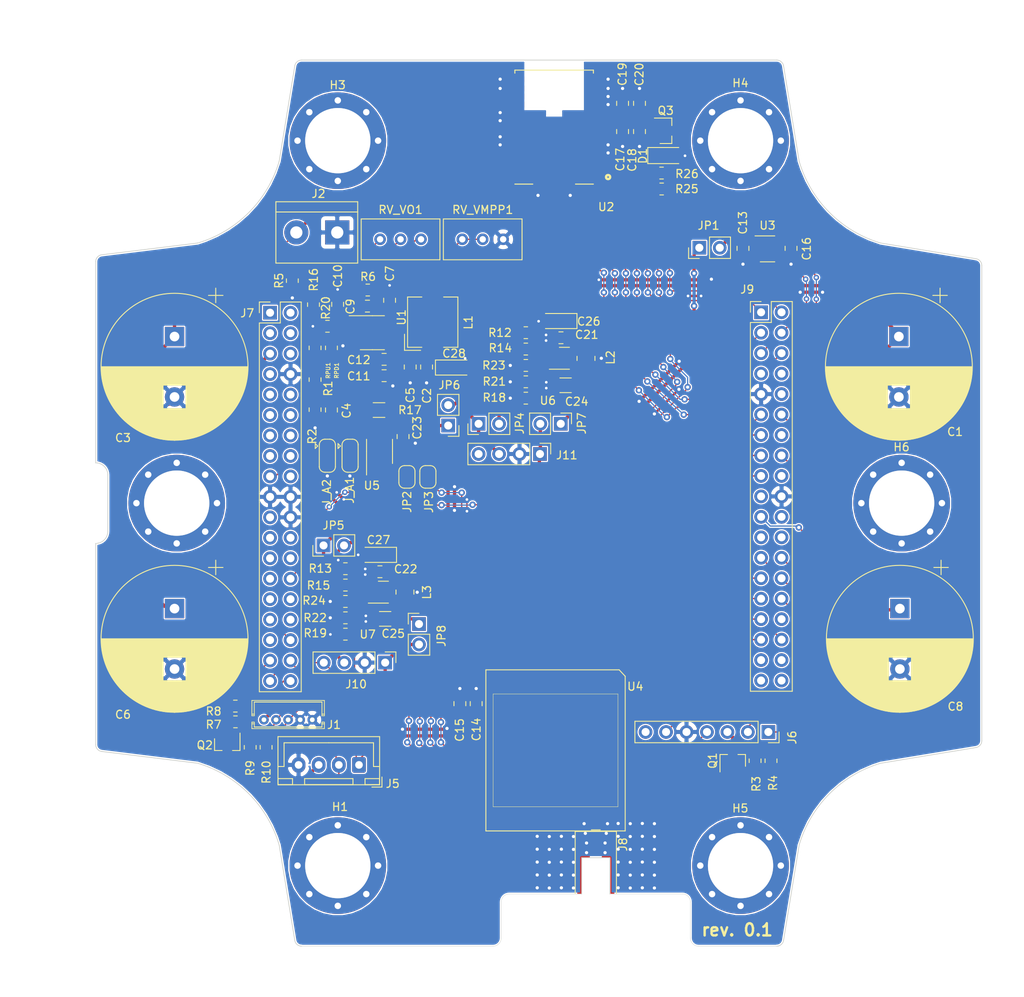
<source format=kicad_pcb>
(kicad_pcb (version 20171130) (host pcbnew 5.1.10)
  (title_block (title "ECO Motherboard") (rev 0.1))
  (layers (0 F.Cu signal) (31 B.Cu signal) (34 B.Paste user) (35 F.Paste user) (36 B.SilkS user) (37 F.SilkS user) (38 B.Mask user) (39 F.Mask user) (44 Edge.Cuts user))
  (net 0 "")
  (net 1 PV+)
  (net 2 GND)
  (net 3 VSC)
  (net 4 3V3)
  (net 5 PA15|LTC_SHDN)
  (net 6 "Net-(J_A1-Pad2)")
  (net 7 "Net-(J_A2-Pad2)")
  (net 8 "Net-(Q1-Pad1)")
  (net 9 "Net-(Q2-Pad1)")
  (net 10 "Net-(RV_VMPP1-Pad2)")
  (net 11 V_CHGREG)
  (net 12 "Net-(L1-Pad2)")
  (net 13 "Net-(R5-Pad2)")
  (net 14 "Net-(R6-Pad2)")
  (net 15 "Net-(L2-Pad2)")
  (net 16 "Net-(L2-Pad1)")
  (net 17 "Net-(R12-Pad1)")
  (net 18 /IN+)
  (net 19 "Net-(L3-Pad2)")
  (net 20 "Net-(L3-Pad1)")
  (net 21 "Net-(R19-Pad2)")
  (net 22 "Net-(R21-Pad2)")
  (net 23 5V)
  (net 24 "Net-(R24-Pad2)")
  (net 25 PC6|GPS_3D_FIX)
  (net 26 3V_GPS)
  (net 27 PB9_D14|GPS_SUP_EN)
  (net 28 "Net-(C22-Pad2)")
  (net 29 A0_PA0_WKUP1|INA_ALERT)
  (net 30 LORA_ANT)
  (net 31 D2_PA10|LORA_DIO0)
  (net 32 D3_PB3|LORA_DIO1)
  (net 33 D4_PB5|LORA_DIO2)
  (net 34 D5_PB4|LORA_DIO3)
  (net 35 D6_PB10|LORA_RESET)
  (net 36 D10_PB6|LORA_CS)
  (net 37 D11_PA7|LORA_MOSI)
  (net 38 D12_PA6|LORA_MISO)
  (net 39 "Net-(C7-Pad2)")
  (net 40 "Net-(C9-Pad1)")
  (net 41 "Net-(C13-Pad2)")
  (net 42 "Net-(C21-Pad2)")
  (net 43 "Net-(JP2-Pad2)")
  (net 44 "Net-(JP3-Pad2)")
  (net 45 "Net-(R14-Pad1)")
  (net 46 "Net-(R15-Pad1)")
  (net 47 "Net-(R18-Pad2)")
  (net 48 "Net-(R22-Pad2)")
  (net 49 "Net-(R23-Pad2)")
  (net 50 3V3_SDCARD)
  (net 51 3V3_EXT_I2C)
  (net 52 PB8_D15|GPS_NRESET)
  (net 53 PC8|GPS_TIME_PULSE)
  (net 54 PC9|GPS_FORCE_ON)
  (net 55 PC3|5V_EN)
  (net 56 LDO)
  (net 57 FBLDO)
  (net 58 "Net-(C24-Pad2)")
  (net 59 "Net-(C25-Pad2)")
  (net 60 "Net-(C19-Pad2)")
  (net 61 PC2|EXT_SENS_3V3_SW)
  (net 62 PA12)
  (net 63 "Net-(Q3-Pad1)")
  (net 64 "Net-(U2-Pad16)")
  (net 65 A3_PB0|PV_OCV_SENSE)
  (net 66 PC1|I2C_SDA)
  (net 67 PC0|I2C_SCL)
  (net 68 PB14|SDCARD_MISO)
  (net 69 PB13|SDCARD_SCK)
  (net 70 PB15|SDCARD_MOSI)
  (net 71 PB12|SDCARD_CS)
  (net 72 PC4|GPS_UART_RX_U1TX)
  (net 73 D8_PA9|SDCARD_PWR_SW)
  (net 74 PC5|GPS_UART_TX_U1RX_WKUP5)
  (net 75 D13_PA5|LORA_SCK_LED2)
  (module logos:RIOT_ECO_HAW_OSHW_straight (layer F.Cu) (at 73.27 131.763)
    (fp_text reference LOGO1 hide)
    (fp_text value Logo hide)
    (fp_poly (pts (xy -5.753245 -0.2374) (xy -5.42025 -0.237384) (xy -5.42025 -0.117497) (xy -5.46311 -0.124154) (xy -5.492471 -0.127307) (xy -5.541569 -0.131091) (xy -5.603785 -0.13505) (xy -5.672503 -0.138727) (xy -5.678845 -0.139032) (xy -5.851718 -0.147252) (xy -5.860179 -0.104948) (xy -5.863762 -0.073898) (xy -5.866593 -0.024362) (xy -5.868303 0.035771) (xy -5.86864 0.076157) (xy -5.86864 0.214957) (xy -5.690603 0.207493) (xy -5.512565 0.200028) (xy -5.512565 0.307159) (xy -5.690603 0.297924) (xy -5.86864 0.28869) (xy -5.86846 0.464153) (xy -5.867771 0.532286) (xy -5.866016 0.593192) (xy -5.86345 0.640798) (xy -5.860325 0.66903) (xy -5.859815 0.671248) (xy -5.851351 0.702882) (xy -5.625909 0.694082) (xy -5.400468 0.685283) (xy -5.400468 0.804465) (xy -5.743354 0.804479) (xy -6.086241 0.804493) (xy -6.07501 0.545681) (xy -6.07184 0.440929) (xy -6.070445 0.321258) (xy -6.070825 0.198065) (xy -6.07298 0.082747) (xy -6.07501 0.024726) (xy -6.086241 -0.237417) (xy -5.753245 -0.2374)) (layer F.Cu) (width 0.01))
    (fp_poly (pts (xy 1.938629 -0.382451) (xy 0.857217 -0.382451) (xy 0.857217 -0.474767) (xy 1.938629 -0.474767) (xy 1.938629 -0.382451)) (layer F.Cu) (width 0.01))
    (fp_poly (pts (xy 2.334268 0.606645) (xy 1.252855 0.606645) (xy 1.252855 0.51433) (xy 2.334268 0.51433) (xy 2.334268 0.606645)) (layer F.Cu) (width 0.01))
    (fp_poly (pts (xy -3.385306 -0.24785) (xy -3.320935 -0.240533) (xy -3.252881 -0.229889) (xy -3.188132 -0.217186) (xy -3.13368 -0.203695) (xy -3.096513 -0.190685) (xy -3.089999 -0.187203) (xy -3.080957 -0.170986) (xy -3.083675 -0.137597) (xy -3.086387 -0.124953) (xy -3.094729 -0.076089) (xy -3.098792 -0.027159) (xy -3.098855 -0.023079) (xy -3.10474 0.013344) (xy -3.120719 0.026189) (xy -3.145197 0.015522) (xy -3.176583 -0.018591) (xy -3.182382 -0.026563) (xy -3.216897 -0.065146) (xy -3.261387 -0.102233) (xy -3.281291 -0.115301) (xy -3.316934 -0.134171) (xy -3.350258 -0.145177) (xy -3.390663 -0.150334) (xy -3.44755 -0.15166) (xy -3.450761 -0.151662) (xy -3.506369 -0.150784) (xy -3.544345 -0.146735) (xy -3.573411 -0.137392) (xy -3.602292 -0.120632) (xy -3.615445 -0.111587) (xy -3.674121 -0.054685) (xy -3.718559 0.022162) (xy -3.747917 0.116176) (xy -3.761352 0.224582) (xy -3.758021 0.344601) (xy -3.756994 0.354724) (xy -3.73658 0.457818) (xy -3.699915 0.545871) (xy -3.648685 0.6163) (xy -3.584576 0.666523) (xy -3.540885 0.6858) (xy -3.464155 0.699234) (xy -3.377368 0.695222) (xy -3.288357 0.675702) (xy -3.204953 0.642612) (xy -3.134988 0.597888) (xy -3.115952 0.580676) (xy -3.073389 0.538158) (xy -3.056966 0.574203) (xy -3.049353 0.594915) (xy -3.051297 0.611933) (xy -3.06611 0.631896) (xy -3.097105 0.661447) (xy -3.103282 0.667051) (xy -3.200482 0.737775) (xy -3.30929 0.786135) (xy -3.425703 0.811026) (xy -3.545718 0.811343) (xy -3.597987 0.803542) (xy -3.706247 0.769936) (xy -3.799281 0.715824) (xy -3.875762 0.643118) (xy -3.934362 0.553729) (xy -3.973753 0.449567) (xy -3.992608 0.332545) (xy -3.992358 0.235771) (xy -3.972393 0.119172) (xy -3.930484 0.015583) (xy -3.868479 -0.073374) (xy -3.788227 -0.146071) (xy -3.691578 -0.200886) (xy -3.580379 -0.236192) (xy -3.456479 -0.250366) (xy -3.439003 -0.250572) (xy -3.385306 -0.24785)) (layer F.Cu) (width 0.01))
    (fp_poly (pts (xy 2.203255 2.479799) (xy 2.211147 2.485305) (xy 2.217222 2.494436) (xy 2.221715 2.510366) (xy 2.224865 2.53627) (xy 2.226908 2.575323) (xy 2.22808 2.6307) (xy 2.22862 2.705575) (xy 2.228762 2.803124) (xy 2.228764 2.821744) (xy 2.228562 2.92545) (xy 2.227831 3.005907) (xy 2.226387 3.066243) (xy 2.224043 3.109582) (xy 2.220614 3.13905) (xy 2.215914 3.157774) (xy 2.209759 3.168878) (xy 2.20804 3.170761) (xy 2.186852 3.187378) (xy 2.176012 3.191485) (xy 2.15857 3.183106) (xy 2.143984 3.170761) (xy 2.137384 3.160919) (xy 2.132317 3.144147) (xy 2.128591 3.117281) (xy 2.126014 3.077161) (xy 2.124395 3.020624) (xy 2.123543 2.944508) (xy 2.123264 2.84565) (xy 2.12326 2.828816) (xy 2.123469 2.726307) (xy 2.124225 2.647009) (xy 2.125717 2.587761) (xy 2.12814 2.5454) (xy 2.131683 2.516764) (xy 2.136538 2.498691) (xy 2.142898 2.488019) (xy 2.143984 2.486871) (xy 2.163659 2.469795) (xy 2.180486 2.468889) (xy 2.203255 2.479799)) (layer F.Cu) (width 0.01))
    (fp_poly (pts (xy 1.938629 0.013188) (xy 0.857217 0.013188) (xy 0.857217 -0.079128) (xy 1.938629 -0.079128) (xy 1.938629 0.013188)) (layer F.Cu) (width 0.01))
    (fp_poly (pts (xy -1.403518 -2.622073) (xy -1.316097 -2.620491) (xy -1.250472 -2.618721) (xy -1.202066 -2.61615) (xy -1.166303 -2.612165) (xy -1.138607 -2.606152) (xy -1.114401 -2.5975) (xy -1.089109 -2.585595) (xy -1.074072 -2.577948) (xy -1.004982 -2.531146) (xy -0.959494 -2.473907) (xy -0.938194 -2.407067) (xy -0.936562 -2.381585) (xy -0.947145 -2.32386) (xy -0.975479 -2.264571) (xy -1.015772 -2.214039) (xy -1.042677 -2.192593) (xy -1.083714 -2.16661) (xy -1.031983 -2.145911) (xy -0.95653 -2.103861) (xy -0.899847 -2.048158) (xy -0.862482 -1.982858) (xy -0.844983 -1.912015) (xy -0.847899 -1.839685) (xy -0.871778 -1.769924) (xy -0.917169 -1.706786) (xy -0.966977 -1.665335) (xy -1.004056 -1.641975) (xy -1.039366 -1.624038) (xy -1.077269 -1.61071) (xy -1.122126 -1.601175) (xy -1.178301 -1.594618) (xy -1.250155 -1.590223) (xy -1.342051 -1.587175) (xy -1.391329 -1.58602) (xy -1.655089 -1.580303) (xy -1.655089 -1.907275) (xy -1.437487 -1.907275) (xy -1.437148 -1.825539) (xy -1.435403 -1.766278) (xy -1.431162 -1.725591) (xy -1.423336 -1.699579) (xy -1.410835 -1.684341) (xy -1.392569 -1.675979) (xy -1.371548 -1.671336) (xy -1.335526 -1.665633) (xy -1.304835 -1.664195) (xy -1.268909 -1.667249) (xy -1.219886 -1.674585) (xy -1.15139 -1.692765) (xy -1.104985 -1.723262) (xy -1.078169 -1.768858) (xy -1.068439 -1.832337) (xy -1.068298 -1.843225) (xy -1.07518 -1.931552) (xy -1.096831 -2.000141) (xy -1.135047 -2.050626) (xy -1.191622 -2.084636) (xy -1.268353 -2.103804) (xy -1.361657 -2.109751) (xy -1.437487 -2.110073) (xy -1.437487 -1.907275) (xy -1.655089 -1.907275) (xy -1.655089 -2.519553) (xy -1.437487 -2.519553) (xy -1.437487 -2.186494) (xy -1.324248 -2.191145) (xy -1.268491 -2.194043) (xy -1.232225 -2.198521) (xy -1.208569 -2.20661) (xy -1.19064 -2.220337) (xy -1.177885 -2.234302) (xy -1.161104 -2.25623) (xy -1.151663 -2.27843) (xy -1.148001 -2.308679) (xy -1.148552 -2.354754) (xy -1.14944 -2.375791) (xy -1.155686 -2.443895) (xy -1.169545 -2.490274) (xy -1.194654 -2.519277) (xy -1.234648 -2.535254) (xy -1.288611 -2.54225) (xy -1.337666 -2.542812) (xy -1.38147 -2.538524) (xy -1.40122 -2.533565) (xy -1.437487 -2.519553) (xy -1.655089 -2.519553) (xy -1.655089 -2.626337) (xy -1.403518 -2.622073)) (layer F.Cu) (width 0.01))
    (fp_poly (pts (xy 3.239336 2.514357) (xy 3.237589 2.549758) (xy 3.21341 2.573711) (xy 3.168911 2.584432) (xy 3.155994 2.584839) (xy 3.112357 2.584839) (xy 3.112357 2.866336) (xy 3.112184 2.960255) (xy 3.111477 3.031336) (xy 3.109955 3.083114) (xy 3.107337 3.119124) (xy 3.103343 3.142903) (xy 3.09769 3.157985) (xy 3.090097 3.167908) (xy 3.08824 3.169659) (xy 3.067074 3.187017) (xy 3.051524 3.188496) (xy 3.029932 3.17724) (xy 3.022343 3.170715) (xy 3.016612 3.158922) (xy 3.012483 3.138497) (xy 3.0097 3.106079) (xy 3.008006 3.058306) (xy 3.007146 2.991815) (xy 3.006864 2.903244) (xy 3.006853 2.874318) (xy 3.006853 2.584839) (xy 2.960695 2.584839) (xy 2.917515 2.577198) (xy 2.885824 2.557491) (xy 2.870819 2.530541) (xy 2.875135 2.505409) (xy 2.882904 2.494677) (xy 2.895712 2.487362) (xy 2.918128 2.482817) (xy 2.954722 2.480397) (xy 3.010063 2.479457) (xy 3.059818 2.479335) (xy 3.230546 2.479335) (xy 3.239336 2.514357)) (layer F.Cu) (width 0.01))
    (fp_poly (pts (xy -0.780687 -0.722998) (xy -0.671837 -0.721879) (xy -0.586036 -0.720119) (xy -0.522456 -0.717706) (xy -0.480265 -0.714629) (xy -0.461579 -0.711737) (xy -0.386487 -0.681214) (xy -0.326529 -0.632388) (xy -0.288989 -0.575207) (xy -0.283994 -0.563032) (xy -0.279719 -0.548823) (xy -0.276109 -0.530547) (xy -0.273107 -0.506169) (xy -0.270654 -0.473657) (xy -0.268696 -0.430977) (xy -0.267175 -0.376094) (xy -0.266034 -0.306977) (xy -0.265217 -0.221591) (xy -0.264667 -0.117903) (xy -0.264326 0.006122) (xy -0.264138 0.152516) (xy -0.264049 0.31784) (xy -0.264161 0.509217) (xy -0.26465 0.675164) (xy -0.26553 0.816624) (xy -0.266817 0.93454) (xy -0.268528 1.029855) (xy -0.270678 1.103514) (xy -0.273282 1.156458) (xy -0.276356 1.189631) (xy -0.278742 1.201432) (xy -0.309887 1.260453) (xy -0.356539 1.306614) (xy -0.408077 1.331993) (xy -0.432558 1.335063) (xy -0.480331 1.337696) (xy -0.548435 1.339899) (xy -0.633909 1.341682) (xy -0.733794 1.343051) (xy -0.845128 1.344015) (xy -0.964952 1.344582) (xy -1.090304 1.344759) (xy -1.218225 1.344556) (xy -1.345754 1.34398) (xy -1.46993 1.343039) (xy -1.587794 1.341742) (xy -1.696384 1.340096) (xy -1.792741 1.338109) (xy -1.873903 1.335789) (xy -1.936911 1.333145) (xy -1.978803 1.330184) (xy -1.994879 1.327672) (xy -2.05608 1.296793) (xy -2.105083 1.249168) (xy -2.135131 1.191517) (xy -2.136456 1.186889) (xy -2.139639 1.160924) (xy -2.142277 1.108871) (xy -2.144368 1.031014) (xy -2.145908 0.927635) (xy -2.146894 0.799017) (xy -2.147322 0.645443) (xy -2.14719 0.467195) (xy -2.146625 0.29426) (xy -2.146547 0.275246) (xy -2.070509 0.275246) (xy -2.070303 0.458849) (xy -2.069674 0.616954) (xy -2.068605 0.750433) (xy -2.067082 0.860161) (xy -2.065086 0.947011) (xy -2.062603 1.011857) (xy -2.059616 1.055572) (xy -2.056109 1.079031) (xy -2.055598 1.080686) (xy -2.033671 1.117425) (xy -2.00109 1.147581) (xy -1.999549 1.148544) (xy -1.989323 1.154108) (xy -1.976942 1.158784) (xy -1.960171 1.16265) (xy -1.936776 1.165783) (xy -1.904522 1.168259) (xy -1.861174 1.170155) (xy -1.804496 1.17155) (xy -1.732254 1.172518) (xy -1.642212 1.173139) (xy -1.532137 1.173488) (xy -1.399792 1.173642) (xy -1.270199 1.173678) (xy -1.121903 1.173447) (xy -0.986216 1.172756) (xy -0.865127 1.171639) (xy -0.760627 1.170131) (xy -0.674703 1.168267) (xy -0.609346 1.16608) (xy -0.566543 1.163607) (xy -0.548791 1.161106) (xy -0.533989 1.155277) (xy -0.521305 1.148591) (xy -0.510575 1.139096) (xy -0.501636 1.124841) (xy -0.494323 1.103874) (xy -0.488475 1.074243) (xy -0.483926 1.033998) (xy -0.480515 0.981186) (xy -0.478077 0.913857) (xy -0.476448 0.830058) (xy -0.475467 0.727838) (xy -0.474968 0.605245) (xy -0.474789 0.460329) (xy -0.474767 0.291137) (xy -0.474767 0.277178) (xy -0.474774 0.104696) (xy -0.474919 -0.043361) (xy -0.475388 -0.168943) (xy -0.476366 -0.274002) (xy -0.478037 -0.360488) (xy -0.480588 -0.430351) (xy -0.484203 -0.485543) (xy -0.489068 -0.528015) (xy -0.495368 -0.559716) (xy -0.503289 -0.582598) (xy -0.513015 -0.598612) (xy -0.524732 -0.609708) (xy -0.538625 -0.617837) (xy -0.554879 -0.624949) (xy -0.560677 -0.627357) (xy -0.574597 -0.63185) (xy -0.594402 -0.635577) (xy -0.622287 -0.638587) (xy -0.660446 -0.640928) (xy -0.711073 -0.64265) (xy -0.77636 -0.643801) (xy -0.858503 -0.644429) (xy -0.959694 -0.644583) (xy -1.082127 -0.644312) (xy -1.227997 -0.643664) (xy -1.283192 -0.643367) (xy -1.434689 -0.642474) (xy -1.562041 -0.641561) (xy -1.667479 -0.640543) (xy -1.753233 -0.639332) (xy -1.821534 -0.637841) (xy -1.874613 -0.635985) (xy -1.9147 -0.633676) (xy -1.944027 -0.630827) (xy -1.964824 -0.627352) (xy -1.979323 -0.623165) (xy -1.989752 -0.618178) (xy -1.99356 -0.615753) (xy -2.009094 -0.604821) (xy -2.022383 -0.59337) (xy -2.033602 -0.579368) (xy -2.042926 -0.560788) (xy -2.05053 -0.5356) (xy -2.05659 -0.501774) (xy -2.061281 -0.457282) (xy -2.064779 -0.400094) (xy -2.067258 -0.328181) (xy -2.068893 -0.239512) (xy -2.069861 -0.13206) (xy -2.070336 -0.003795) (xy -2.070494 0.147313) (xy -2.070509 0.275246) (xy -2.146547 0.275246) (xy -2.145898 0.117527) (xy -2.145189 -0.034789) (xy -2.144283 -0.164643) (xy -2.142966 -0.273994) (xy -2.141026 -0.364799) (xy -2.138247 -0.439013) (xy -2.134417 -0.498596) (xy -2.129321 -0.545503) (xy -2.122745 -0.581691) (xy -2.114475 -0.609118) (xy -2.104298 -0.629741) (xy -2.092 -0.645517) (xy -2.077366 -0.658403) (xy -2.060184 -0.670356) (xy -2.040238 -0.683333) (xy -2.039752 -0.683654) (xy -1.986742 -0.718744) (xy -1.253833 -0.72262) (xy -1.070855 -0.723357) (xy -0.913416 -0.723487) (xy -0.780687 -0.722998)) (layer F.Cu) (width 0.01))
    (fp_poly (pts (xy 4.163117 -0.472865) (xy 4.174652 -0.465135) (xy 4.184626 -0.44813) (xy 4.194765 -0.418281) (xy 4.206797 -0.37202) (xy 4.222447 -0.30578) (xy 4.233778 -0.257166) (xy 4.251407 -0.186394) (xy 4.265921 -0.137739) (xy 4.27691 -0.112168) (xy 4.283962 -0.110651) (xy 4.286645 -0.132539) (xy 4.289852 -0.15791) (xy 4.298138 -0.202383) (xy 4.310208 -0.259465) (xy 4.323301 -0.316511) (xy 4.359397 -0.468173) (xy 4.408462 -0.472266) (xy 4.440038 -0.472997) (xy 4.456739 -0.469672) (xy 4.457528 -0.468298) (xy 4.454499 -0.453702) (xy 4.446233 -0.418531) (xy 4.433963 -0.367779) (xy 4.418924 -0.306439) (xy 4.402349 -0.239507) (xy 4.385471 -0.171976) (xy 4.369523 -0.108842) (xy 4.355741 -0.055098) (xy 4.350826 -0.036267) (xy 4.341041 -0.005587) (xy 4.327247 0.008754) (xy 4.300502 0.012953) (xy 4.279491 0.013188) (xy 4.258426 0.013742) (xy 4.242746 0.013143) (xy 4.230691 0.007998) (xy 4.220504 -0.005089) (xy 4.210427 -0.029511) (xy 4.198702 -0.068662) (xy 4.183569 -0.125935) (xy 4.163272 -0.204725) (xy 4.159935 -0.217602) (xy 4.146501 -0.268202) (xy 4.135732 -0.30658) (xy 4.129123 -0.327529) (xy 4.127794 -0.329699) (xy 4.124203 -0.315142) (xy 4.115336 -0.280054) (xy 4.102466 -0.229452) (xy 4.086868 -0.168356) (xy 4.084285 -0.158256) (xy 4.042108 0.006594) (xy 3.981266 0.01054) (xy 3.920423 0.014486) (xy 3.865339 -0.207062) (xy 3.846826 -0.281249) (xy 3.830133 -0.347631) (xy 3.816456 -0.401494) (xy 3.80699 -0.438128) (xy 3.803304 -0.451688) (xy 3.80306 -0.466757) (xy 3.818379 -0.473441) (xy 3.847784 -0.474767) (xy 3.899215 -0.474767) (xy 3.935435 -0.313214) (xy 3.949927 -0.2491) (xy 3.962911 -0.192614) (xy 3.973004 -0.149715) (xy 3.978822 -0.126356) (xy 3.978952 -0.125889) (xy 3.984537 -0.127813) (xy 3.994748 -0.152886) (xy 4.008716 -0.198457) (xy 4.025574 -0.261877) (xy 4.031908 -0.287441) (xy 4.077567 -0.474767) (xy 4.128454 -0.474767) (xy 4.148293 -0.474886) (xy 4.163117 -0.472865)) (layer F.Cu) (width 0.01))
    (fp_poly (pts (xy 2.83541 0.501142) (xy 3.033229 0.501142) (xy 3.033229 0.31651) (xy 3.138733 0.31651) (xy 3.138733 0.804465) (xy 3.033229 0.804465) (xy 3.033229 0.593458) (xy 2.83541 0.593458) (xy 2.83541 0.804465) (xy 2.729906 0.804465) (xy 2.729906 0.31651) (xy 2.83541 0.31651) (xy 2.83541 0.501142)) (layer F.Cu) (width 0.01))
    (fp_poly (pts (xy 4.02735 0.323104) (xy 4.080025 0.497845) (xy 4.099628 0.561068) (xy 4.11711 0.614101) (xy 4.130887 0.65238) (xy 4.139374 0.671342) (xy 4.140702 0.672585) (xy 4.147432 0.66076) (xy 4.160473 0.628265) (xy 4.17816 0.579573) (xy 4.198829 0.519155) (xy 4.206957 0.494548) (xy 4.265209 0.31651) (xy 4.404776 0.31651) (xy 4.404776 0.804465) (xy 4.312461 0.804465) (xy 4.311206 0.616536) (xy 4.309951 0.428608) (xy 4.2496 0.616536) (xy 4.18925 0.804465) (xy 4.090314 0.804465) (xy 4.049017 0.669288) (xy 4.022326 0.581826) (xy 4.002589 0.518777) (xy 3.988741 0.479426) (xy 3.979719 0.463056) (xy 3.974461 0.468953) (xy 3.971903 0.496401) (xy 3.970982 0.544685) (xy 3.970634 0.613089) (xy 3.970615 0.616536) (xy 3.969574 0.804465) (xy 3.877258 0.804465) (xy 3.877258 0.315194) (xy 4.02735 0.323104)) (layer F.Cu) (width 0.01))
    (fp_poly (pts (xy -5.485276 -0.725219) (xy -5.344616 -0.724906) (xy -5.225979 -0.724113) (xy -5.127189 -0.72263) (xy -5.04607 -0.720245) (xy -4.980445 -0.716748) (xy -4.928137 -0.711926) (xy -4.886971 -0.70557) (xy -4.85477 -0.697467) (xy -4.829359 -0.687407) (xy -4.808559 -0.675179) (xy -4.790196 -0.66057) (xy -4.772092 -0.643372) (xy -4.768436 -0.639727) (xy -4.753795 -0.624509) (xy -4.741181 -0.608947) (xy -4.730454 -0.59107) (xy -4.721476 -0.568909) (xy -4.714106 -0.540496) (xy -4.708205 -0.50386) (xy -4.703632 -0.457033) (xy -4.700248 -0.398045) (xy -4.697914 -0.324926) (xy -4.696489 -0.235708) (xy -4.695833 -0.128421) (xy -4.695808 -0.001095) (xy -4.696273 0.148238) (xy -4.697088 0.321548) (xy -4.697298 0.362668) (xy -4.698187 0.530056) (xy -4.699047 0.673128) (xy -4.69995 0.793947) (xy -4.70097 0.894572) (xy -4.702178 0.977066) (xy -4.703646 1.043489) (xy -4.705448 1.095901) (xy -4.707656 1.136364) (xy -4.710342 1.16694) (xy -4.713578 1.189687) (xy -4.717438 1.206669) (xy -4.721993 1.219945) (xy -4.727316 1.231576) (xy -4.727882 1.232706) (xy -4.756342 1.273489) (xy -4.792964 1.307081) (xy -4.800416 1.311834) (xy -4.810944 1.317499) (xy -4.822835 1.322312) (xy -4.838222 1.326348) (xy -4.859238 1.329686) (xy -4.888017 1.3324) (xy -4.926693 1.334569) (xy -4.977398 1.336269) (xy -5.042267 1.337577) (xy -5.123433 1.338569) (xy -5.223029 1.339323) (xy -5.343189 1.339915) (xy -5.486046 1.340421) (xy -5.604881 1.340779) (xy -5.745225 1.341) (xy -5.878686 1.340851) (xy -6.002749 1.340359) (xy -6.114901 1.339551) (xy -6.212627 1.338453) (xy -6.293413 1.337092) (xy -6.354745 1.335496) (xy -6.394109 1.333691) (xy -6.407727 1.33221) (xy -6.475445 1.302668) (xy -6.530381 1.251007) (xy -6.54782 1.225101) (xy -6.553167 1.215248) (xy -6.557752 1.203872) (xy -6.561644 1.188953) (xy -6.564912 1.168473) (xy -6.567625 1.140413) (xy -6.569852 1.102753) (xy -6.571662 1.053475) (xy -6.573124 0.990561) (xy -6.574307 0.911989) (xy -6.575279 0.815743) (xy -6.576111 0.699803) (xy -6.57687 0.562149) (xy -6.577627 0.400764) (xy -6.577871 0.3457) (xy -6.578533 0.15346) (xy -6.578704 -0.013351) (xy -6.578371 -0.155673) (xy -6.578192 -0.180822) (xy -6.499762 -0.180822) (xy -6.499732 -0.070434) (xy -6.499405 0.061297) (xy -6.498829 0.21643) (xy -6.498507 0.293138) (xy -6.495068 1.094012) (xy -6.461586 1.127488) (xy -6.425446 1.152372) (xy -6.378861 1.170593) (xy -6.36927 1.172835) (xy -6.344562 1.175148) (xy -6.296297 1.177224) (xy -6.227294 1.179025) (xy -6.14037 1.180512) (xy -6.038344 1.181646) (xy -5.924035 1.18239) (xy -5.80026 1.182706) (xy -5.669838 1.182554) (xy -5.657033 1.182514) (xy -5.508155 1.18196) (xy -5.383378 1.181325) (xy -5.280426 1.180525) (xy -5.197023 1.179473) (xy -5.130894 1.178084) (xy -5.079764 1.176272) (xy -5.041356 1.173951) (xy -5.013396 1.171036) (xy -4.993608 1.167441) (xy -4.979716 1.163081) (xy -4.969445 1.157869) (xy -4.967373 1.156553) (xy -4.937431 1.129286) (xy -4.918519 1.099646) (xy -4.91597 1.079769) (xy -4.913648 1.035261) (xy -4.91158 0.967865) (xy -4.909792 0.879323) (xy -4.90831 0.77138) (xy -4.907162 0.645778) (xy -4.906372 0.50426) (xy -4.905968 0.348571) (xy -4.905919 0.268839) (xy -4.90592 0.097896) (xy -4.906038 -0.048648) (xy -4.906448 -0.172772) (xy -4.907323 -0.27645) (xy -4.908837 -0.361662) (xy -4.911164 -0.430384) (xy -4.914478 -0.484593) (xy -4.918952 -0.526267) (xy -4.92476 -0.557382) (xy -4.932077 -0.579916) (xy -4.941076 -0.595847) (xy -4.951931 -0.60715) (xy -4.964816 -0.615805) (xy -4.979904 -0.623786) (xy -4.984615 -0.626205) (xy -4.996517 -0.630778) (xy -5.014481 -0.634616) (xy -5.04068 -0.637779) (xy -5.077288 -0.640329) (xy -5.126478 -0.642326) (xy -5.190424 -0.643834) (xy -5.271299 -0.644911) (xy -5.371276 -0.645621) (xy -5.492529 -0.646024) (xy -5.63723 -0.646181) (xy -5.693245 -0.64619) (xy -5.851356 -0.646166) (xy -5.98525 -0.645934) (xy -6.097085 -0.645242) (xy -6.18902 -0.643836) (xy -6.263212 -0.641462) (xy -6.321822 -0.637867) (xy -6.367007 -0.632796) (xy -6.400925 -0.625997) (xy -6.425736 -0.617215) (xy -6.443597 -0.606197) (xy -6.456667 -0.592689) (xy -6.467105 -0.576439) (xy -6.47707 -0.557191) (xy -6.478725 -0.553895) (xy -6.483534 -0.542866) (xy -6.487613 -0.529039) (xy -6.491009 -0.510353) (xy -6.493772 -0.484748) (xy -6.495949 -0.450164) (xy -6.497589 -0.404539) (xy -6.498738 -0.345814) (xy -6.499447 -0.271929) (xy -6.499762 -0.180822) (xy -6.578192 -0.180822) (xy -6.577524 -0.274448) (xy -6.57615 -0.370616) (xy -6.574238 -0.445121) (xy -6.571775 -0.498902) (xy -6.56875 -0.532903) (xy -6.566712 -0.544009) (xy -6.539732 -0.601611) (xy -6.494917 -0.654598) (xy -6.440242 -0.694881) (xy -6.402455 -0.710628) (xy -6.37504 -0.714455) (xy -6.322358 -0.717697) (xy -6.244228 -0.720358) (xy -6.14047 -0.722441) (xy -6.010905 -0.723949) (xy -5.855352 -0.724887) (xy -5.673631 -0.725258) (xy -5.650135 -0.725264) (xy -5.485276 -0.725219)) (layer F.Cu) (width 0.01))
    (fp_poly (pts (xy 1.721328 2.777642) (xy 1.739842 2.798996) (xy 1.787407 2.875627) (xy 1.831003 2.947711) (xy 1.868615 3.01175) (xy 1.89823 3.06425) (xy 1.917834 3.101715) (xy 1.925413 3.120648) (xy 1.925441 3.121143) (xy 1.914866 3.146615) (xy 1.889913 3.172445) (xy 1.860736 3.189307) (xy 1.848834 3.191485) (xy 1.818366 3.183586) (xy 1.803842 3.175) (xy 1.787057 3.154577) (xy 1.762768 3.115934) (xy 1.733883 3.064779) (xy 1.703311 3.006822) (xy 1.67396 2.94777) (xy 1.648739 2.893333) (xy 1.630556 2.84922) (xy 1.62232 2.821138) (xy 1.622118 2.818298) (xy 1.631925 2.783394) (xy 1.656537 2.764195) (xy 1.688742 2.761884) (xy 1.721328 2.777642)) (layer F.Cu) (width 0.01))
    (fp_poly (pts (xy -0.794497 2.15623) (xy -0.848936 2.22152) (xy -0.87717 2.255103) (xy -0.917904 2.30319) (xy -0.966457 2.360272) (xy -1.018147 2.420839) (xy -1.038552 2.444689) (xy -1.084729 2.499345) (xy -1.124122 2.547354) (xy -1.153794 2.585026) (xy -1.170812 2.608673) (xy -1.173728 2.614554) (xy -1.166171 2.627217) (xy -1.145046 2.657789) (xy -1.112667 2.703121) (xy -1.071353 2.760067) (xy -1.02342 2.825479) (xy -0.971185 2.896208) (xy -0.916964 2.969109) (xy -0.863074 3.041034) (xy -0.811831 3.108835) (xy -0.765553 3.169364) (xy -0.761207 3.175) (xy -0.760696 3.182693) (xy -0.775617 3.187689) (xy -0.809363 3.190454) (xy -0.865321 3.191455) (xy -0.880959 3.191485) (xy -1.013434 3.191485) (xy -1.07536 3.102466) (xy -1.116368 3.044369) (xy -1.159524 2.984669) (xy -1.201917 2.927225) (xy -1.240637 2.875897) (xy -1.272773 2.834543) (xy -1.295414 2.807023) (xy -1.305608 2.797194) (xy -1.315073 2.807275) (xy -1.336631 2.834649) (xy -1.367174 2.875053) (xy -1.403592 2.924225) (xy -1.442778 2.977904) (xy -1.481622 3.031826) (xy -1.517017 3.08173) (xy -1.545853 3.123353) (xy -1.565023 3.152434) (xy -1.566732 3.155218) (xy -1.580416 3.174527) (xy -1.59698 3.185411) (xy -1.623808 3.19026) (xy -1.668288 3.191469) (xy -1.678703 3.191485) (xy -1.72739 3.190314) (xy -1.753384 3.186308) (xy -1.760287 3.178725) (xy -1.758805 3.175) (xy -1.74793 3.160243) (xy -1.723047 3.128159) (xy -1.686692 3.081962) (xy -1.641399 3.024866) (xy -1.589705 2.960087) (xy -1.566801 2.931497) (xy -1.513802 2.864877) (xy -1.466874 2.804865) (xy -1.428395 2.754586) (xy -1.400744 2.717166) (xy -1.386296 2.69573) (xy -1.384736 2.692175) (xy -1.39252 2.67853) (xy -1.414264 2.647472) (xy -1.447551 2.602268) (xy -1.489966 2.546183) (xy -1.539094 2.482482) (xy -1.553347 2.464208) (xy -1.606557 2.396074) (xy -1.656428 2.332072) (xy -1.699861 2.276195) (xy -1.733752 2.232434) (xy -1.754999 2.20478) (xy -1.757096 2.202014) (xy -1.792233 2.155482) (xy -1.662822 2.156194) (xy -1.533411 2.156905) (xy -1.433742 2.288447) (xy -1.39116 2.344033) (xy -1.350182 2.396452) (xy -1.315638 2.439588) (xy -1.293401 2.466147) (xy -1.252731 2.512305) (xy -1.194583 2.448017) (xy -1.161107 2.408743) (xy -1.11915 2.356281) (xy -1.075361 2.29905) (xy -1.052876 2.268552) (xy -0.969315 2.153374) (xy -0.794497 2.15623)) (layer F.Cu) (width 0.01))
    (fp_poly (pts (xy 1.764302 1.940906) (xy 1.787703 1.950315) (xy 1.842947 1.98623) (xy 1.894524 2.038417) (xy 1.934298 2.097621) (xy 1.9497 2.134581) (xy 1.96566 2.230296) (xy 1.956516 2.322689) (xy 1.923523 2.409328) (xy 1.867937 2.487782) (xy 1.791015 2.555619) (xy 1.706995 2.604449) (xy 1.638346 2.630788) (xy 1.586169 2.637206) (xy 1.550774 2.623773) (xy 1.532471 2.590562) (xy 1.529802 2.563784) (xy 1.531504 2.54244) (xy 1.539736 2.525803) (xy 1.559192 2.509565) (xy 1.594563 2.489418) (xy 1.63105 2.470809) (xy 1.711633 2.423548) (xy 1.768029 2.373912) (xy 1.802426 2.319469) (xy 1.816321 2.264904) (xy 1.81208 2.195786) (xy 1.783274 2.135951) (xy 1.745889 2.098049) (xy 1.697365 2.075514) (xy 1.639592 2.072407) (xy 1.579173 2.087076) (xy 1.522712 2.11787) (xy 1.476815 2.163136) (xy 1.474864 2.165822) (xy 1.466117 2.178625) (xy 1.459207 2.191786) (xy 1.453917 2.208392) (xy 1.450032 2.231528) (xy 1.447333 2.264281) (xy 1.445606 2.309737) (xy 1.444633 2.370983) (xy 1.444198 2.451104) (xy 1.444085 2.553188) (xy 1.444081 2.604621) (xy 1.444081 3.000259) (xy 1.404517 3.071776) (xy 1.348516 3.147605) (xy 1.277245 3.203572) (xy 1.194453 3.2379) (xy 1.103888 3.248813) (xy 1.043784 3.242726) (xy 0.957604 3.214403) (xy 0.886664 3.166541) (xy 0.832927 3.102392) (xy 0.798358 3.025208) (xy 0.784923 2.938244) (xy 0.794586 2.844752) (xy 0.797104 2.834361) (xy 0.834347 2.736808) (xy 0.891087 2.656359) (xy 0.966034 2.594387) (xy 1.057901 2.552263) (xy 1.063644 2.550481) (xy 1.125505 2.537879) (xy 1.168212 2.543332) (xy 1.191724 2.566833) (xy 1.193519 2.571681) (xy 1.196901 2.613191) (xy 1.176708 2.64372) (xy 1.132422 2.664026) (xy 1.130071 2.664655) (xy 1.048035 2.697633) (xy 0.984784 2.74764) (xy 0.941951 2.812671) (xy 0.921166 2.89072) (xy 0.919389 2.923739) (xy 0.930051 2.99631) (xy 0.96071 3.052491) (xy 1.009373 3.090427) (xy 1.074048 3.108265) (xy 1.118226 3.108664) (xy 1.187215 3.094771) (xy 1.239532 3.062703) (xy 1.280154 3.009348) (xy 1.281769 3.006429) (xy 1.289025 2.991733) (xy 1.294601 2.975283) (xy 1.298616 2.953873) (xy 1.301192 2.924296) (xy 1.30245 2.883346) (xy 1.302509 2.827815) (xy 1.301491 2.754498) (xy 1.299516 2.660187) (xy 1.297703 2.583013) (xy 1.295128 2.473202) (xy 1.293378 2.386453) (xy 1.2926 2.319464) (xy 1.292944 2.26893) (xy 1.294557 2.231547) (xy 1.297587 2.204011) (xy 1.302183 2.183018) (xy 1.308492 2.165264) (xy 1.316664 2.147446) (xy 1.317299 2.146132) (xy 1.368023 2.067393) (xy 1.434167 2.004008) (xy 1.511299 1.957822) (xy 1.594988 1.930679) (xy 1.680799 1.924426) (xy 1.764302 1.940906)) (layer F.Cu) (width 0.01))
    (fp_poly (pts (xy 2.334268 0.211007) (xy 1.252855 0.211007) (xy 1.252855 0.118691) (xy 2.334268 0.118691) (xy 2.334268 0.211007)) (layer F.Cu) (width 0.01))
    (fp_poly (pts (xy 1.938629 0.408826) (xy 0.857217 0.408826) (xy 0.857217 0.31651) (xy 1.938629 0.31651) (xy 1.938629 0.408826)) (layer F.Cu) (width 0.01))
    (fp_poly (pts (xy 0.194693 -3.544098) (xy 0.38245 -3.356005) (xy 0.38245 -1.239668) (xy 1.991381 -1.239668) (xy 1.991381 -1.349537) (xy 1.990889 -1.403684) (xy 1.988312 -1.437666) (xy 1.982 -1.457688) (xy 1.970303 -1.469957) (xy 1.957318 -1.477636) (xy 1.911987 -1.515869) (xy 1.880222 -1.57085) (xy 1.863488 -1.635892) (xy 1.863247 -1.704308) (xy 1.880964 -1.769411) (xy 1.88966 -1.786699) (xy 1.933043 -1.838989) (xy 1.991775 -1.876502) (xy 2.058894 -1.897061) (xy 2.127439 -1.898489) (xy 2.187897 -1.879958) (xy 2.231894 -1.848393) (xy 2.273062 -1.804195) (xy 2.303703 -1.756637) (xy 2.314538 -1.727386) (xy 2.319562 -1.649794) (xy 2.299048 -1.578685) (xy 2.252928 -1.513837) (xy 2.247534 -1.508315) (xy 2.1892 -1.449981) (xy 2.1892 -1.239668) (xy 4.79413 -1.239668) (xy 5.209242 -0.823948) (xy 5.209242 -0.741715) (xy 5.210071 -0.697446) (xy 5.215385 -0.667716) (xy 5.229419 -0.643053) (xy 5.256412 -0.613986) (xy 5.274069 -0.596798) (xy 5.323233 -0.539175) (xy 5.348787 -0.48172) (xy 5.35282 -0.418671) (xy 5.348862 -0.390519) (xy 5.324068 -0.32247) (xy 5.280753 -0.267508) (xy 5.223933 -0.227777) (xy 5.158626 -0.205418) (xy 5.089848 -0.202573) (xy 5.022619 -0.221385) (xy 4.992744 -0.23848) (xy 4.939597 -0.28933) (xy 4.906173 -0.351948) (xy 4.892653 -0.420828) (xy 4.899219 -0.490467) (xy 4.926051 -0.555361) (xy 4.973333 -0.610005) (xy 4.980308 -0.61555) (xy 5.011692 -0.645732) (xy 5.023837 -0.67733) (xy 5.02461 -0.690842) (xy 5.022188 -0.708955) (xy 5.01319 -0.729188) (xy 4.995014 -0.754829) (xy 4.965062 -0.789166) (xy 4.920734 -0.835488) (xy 4.869454 -0.887097) (xy 4.714297 -1.041849) (xy 0.38245 -1.041849) (xy 0.38245 3.211679) (xy 0.537607 3.366431) (xy 0.692763 3.521183) (xy 3.31722 3.521183) (xy 3.458766 3.379198) (xy 3.600311 3.237212) (xy 3.600311 2.917668) (xy 3.552586 2.881266) (xy 3.500263 2.827242) (xy 3.469607 2.76513) (xy 3.459181 2.69926) (xy 3.467546 2.63396) (xy 3.493264 2.573558) (xy 3.534896 2.522382) (xy 3.591004 2.48476) (xy 3.66015 2.465022) (xy 3.691545 2.463104) (xy 3.768936 2.474691) (xy 3.832858 2.50761) (xy 3.880566 2.559094) (xy 3.909316 2.626379) (xy 3.916822 2.69013) (xy 3.909409 2.758558) (xy 3.884535 2.81463) (xy 3.83825 2.866825) (xy 3.831774 2.872613) (xy 3.784943 2.913732) (xy 3.784943 3.329639) (xy 3.590585 3.524321) (xy 3.396228 3.719003) (xy 0.626137 3.719003) (xy 0.184631 3.276923) (xy 0.184631 -3.290916) (xy 0.062395 -3.412644) (xy -0.059842 -3.534372) (xy -2.328195 -3.534372) (xy -2.449923 -3.412136) (xy -2.571651 -3.289899) (xy -2.571651 -2.987072) (xy -2.524131 -2.949156) (xy -2.4732 -2.892844) (xy -2.445353 -2.823897) (xy -2.439772 -2.769471) (xy -2.450727 -2.695311) (xy -2.480758 -2.634109) (xy -2.525611 -2.58691) (xy -2.581032 -2.554755) (xy -2.642767 -2.538689) (xy -2.706564 -2.539752) (xy -2.768169 -2.55899) (xy -2.823327 -2.597444) (xy -2.867787 -2.656157) (xy -2.871677 -2.663571) (xy -2.889696 -2.70871) (xy -2.900226 -2.753412) (xy -2.90135 -2.768101) (xy -2.891841 -2.823672) (xy -2.867012 -2.882117) (xy -2.832417 -2.93234) (xy -2.807903 -2.954908) (xy -2.769471 -2.982274) (xy -2.769471 -3.369876) (xy -2.587966 -3.551034) (xy -2.406461 -3.732191) (xy 0.006935 -3.732191) (xy 0.194693 -3.544098)) (layer F.Cu) (width 0.01))
    (fp_poly (pts (xy 5.22243 0.494548) (xy 5.222777 0.567369) (xy 5.224233 0.618607) (xy 5.227413 0.653048) (xy 5.232937 0.67548) (xy 5.241421 0.69069) (xy 5.248806 0.698961) (xy 5.288648 0.722117) (xy 5.334368 0.724496) (xy 5.376437 0.706653) (xy 5.392916 0.690589) (xy 5.404326 0.67354) (xy 5.412062 0.653197) (xy 5.41682 0.624363) (xy 5.419295 0.581837) (xy 5.420183 0.520422) (xy 5.420249 0.486175) (xy 5.420249 0.31651) (xy 5.528686 0.31651) (xy 5.523807 0.505195) (xy 5.521146 0.584656) (xy 5.517535 0.642301) (xy 5.512405 0.682687) (xy 5.505187 0.710372) (xy 5.49584 0.729116) (xy 5.453138 0.771501) (xy 5.393416 0.79915) (xy 5.322702 0.810148) (xy 5.257541 0.804799) (xy 5.208815 0.785835) (xy 5.165226 0.753385) (xy 5.12352 0.711716) (xy 5.115026 0.31651) (xy 5.22243 0.31651) (xy 5.22243 0.494548)) (layer F.Cu) (width 0.01))
    (fp_poly (pts (xy 2.216694 -3.295075) (xy 2.234138 -3.187657) (xy 2.304361 -3.156601) (xy 2.34483 -3.139724) (xy 2.376294 -3.128445) (xy 2.388854 -3.125546) (xy 2.405754 -3.132672) (xy 2.43781 -3.151577) (xy 2.478833 -3.178544) (xy 2.489511 -3.185934) (xy 2.575896 -3.246322) (xy 2.729913 -3.092305) (xy 2.668958 -3.001442) (xy 2.608002 -2.910578) (xy 2.638277 -2.836728) (xy 2.656565 -2.795864) (xy 2.673026 -2.765426) (xy 2.682113 -2.753857) (xy 2.702291 -2.746955) (xy 2.738635 -2.739397) (xy 2.762245 -2.735733) (xy 2.820251 -2.727006) (xy 2.856979 -2.716538) (xy 2.877292 -2.699068) (xy 2.886051 -2.669339) (xy 2.888119 -2.622092) (xy 2.888162 -2.599552) (xy 2.888162 -2.494919) (xy 2.792549 -2.478591) (xy 2.743793 -2.4687) (xy 2.704806 -2.457919) (xy 2.683404 -2.448444) (xy 2.682598 -2.447721) (xy 2.670079 -2.428089) (xy 2.652719 -2.392573) (xy 2.639315 -2.361168) (xy 2.610371 -2.289157) (xy 2.670244 -2.20315) (xy 2.730118 -2.117143) (xy 2.65225 -2.039274) (xy 2.574381 -1.961406) (xy 2.492979 -2.018506) (xy 2.450463 -2.047464) (xy 2.422133 -2.063047) (xy 2.401002 -2.067615) (xy 2.380088 -2.063526) (xy 2.370176 -2.059978) (xy 2.339376 -2.052001) (xy 2.319798 -2.053499) (xy 2.318908 -2.054218) (xy 2.310433 -2.069506) (xy 2.294221 -2.104361) (xy 2.272454 -2.15391) (xy 2.247312 -2.21328) (xy 2.242176 -2.225648) (xy 2.175312 -2.387211) (xy 2.222493 -2.428637) (xy 2.271698 -2.48129) (xy 2.29888 -2.536631) (xy 2.307847 -2.602684) (xy 2.307892 -2.60861) (xy 2.295804 -2.680269) (xy 2.262164 -2.741249) (xy 2.210904 -2.787665) (xy 2.145956 -2.815635) (xy 2.091637 -2.822173) (xy 2.014382 -2.81047) (xy 1.950466 -2.776768) (xy 1.902391 -2.723002) (xy 1.873249 -2.653465) (xy 1.866165 -2.581447) (xy 1.883928 -2.515483) (xy 1.927189 -2.453572) (xy 1.943922 -2.436727) (xy 2.000259 -2.383495) (xy 1.930677 -2.217111) (xy 1.904608 -2.156588) (xy 1.881378 -2.106016) (xy 1.863126 -2.069807) (xy 1.851991 -2.052376) (xy 1.850407 -2.051463) (xy 1.830949 -2.055397) (xy 1.803099 -2.062872) (xy 1.772014 -2.06617) (xy 1.739247 -2.054531) (xy 1.717377 -2.041288) (xy 1.666123 -2.00716) (xy 1.631638 -1.985927) (xy 1.607653 -1.977646) (xy 1.587894 -1.982377) (xy 1.56609 -2.000178) (xy 1.53597 -2.031107) (xy 1.524237 -2.043094) (xy 1.447411 -2.12073) (xy 1.501795 -2.196676) (xy 1.528987 -2.237681) (xy 1.548488 -2.27287) (xy 1.556173 -2.294778) (xy 1.556178 -2.295093) (xy 1.550506 -2.325985) (xy 1.536129 -2.366053) (xy 1.517008 -2.406944) (xy 1.497102 -2.440305) (xy 1.480373 -2.457783) (xy 1.478748 -2.458421) (xy 1.454893 -2.464084) (xy 1.414594 -2.472515) (xy 1.374844 -2.4803) (xy 1.292419 -2.495955) (xy 1.292419 -2.714802) (xy 1.391198 -2.730737) (xy 1.440308 -2.740255) (xy 1.479236 -2.750752) (xy 1.500558 -2.760169) (xy 1.501785 -2.761368) (xy 1.513321 -2.781169) (xy 1.530289 -2.816265) (xy 1.542316 -2.843472) (xy 1.57104 -2.91088) (xy 1.508955 -2.999693) (xy 1.44687 -3.088507) (xy 1.602607 -3.244244) (xy 1.691076 -3.184895) (xy 1.733745 -3.157195) (xy 1.768404 -3.136399) (xy 1.789022 -3.126075) (xy 1.791389 -3.125546) (xy 1.809349 -3.130275) (xy 1.842916 -3.142438) (xy 1.870307 -3.153421) (xy 1.896568 -3.164025) (xy 1.915299 -3.173227) (xy 1.928634 -3.185432) (xy 1.938703 -3.205045) (xy 1.947639 -3.236471) (xy 1.957572 -3.284115) (xy 1.970636 -3.352382) (xy 1.973297 -3.366226) (xy 1.977661 -3.383953) (xy 1.986095 -3.394692) (xy 2.004224 -3.400194) (xy 2.037675 -3.40221) (xy 2.089769 -3.402493) (xy 2.199249 -3.402493) (xy 2.216694 -3.295075)) (layer F.Cu) (width 0.01))
    (fp_poly (pts (xy 2.334268 -0.184632) (xy 1.252855 -0.184632) (xy 1.252855 -0.276947) (xy 2.334268 -0.276947) (xy 2.334268 -0.184632)) (layer F.Cu) (width 0.01))
    (fp_poly (pts (xy 3.511008 0.319171) (xy 3.576937 0.323104) (xy 3.660738 0.560488) (xy 3.686833 0.634511) (xy 3.709657 0.699458) (xy 3.727853 0.751448) (xy 3.740063 0.7866) (xy 3.744929 0.801034) (xy 3.744959 0.801168) (xy 3.733466 0.803173) (xy 3.704036 0.804342) (xy 3.688768 0.804465) (xy 3.654024 0.803172) (xy 3.635214 0.79473) (xy 3.62398 0.772298) (xy 3.616285 0.745119) (xy 3.600412 0.685773) (xy 3.41606 0.685773) (xy 3.401116 0.745119) (xy 3.390834 0.781211) (xy 3.378468 0.798556) (xy 3.355662 0.804024) (xy 3.328949 0.804465) (xy 3.271726 0.804465) (xy 3.345024 0.596755) (xy 3.345807 0.594537) (xy 3.451773 0.594537) (xy 3.45277 0.599776) (xy 3.469021 0.603943) (xy 3.501904 0.606382) (xy 3.518198 0.606645) (xy 3.555632 0.604338) (xy 3.570477 0.596655) (xy 3.570165 0.589466) (xy 3.563314 0.568351) (xy 3.552063 0.530538) (xy 3.54064 0.490556) (xy 3.527624 0.448637) (xy 3.516076 0.419156) (xy 3.508909 0.408826) (xy 3.501008 0.420395) (xy 3.489442 0.449973) (xy 3.476475 0.489869) (xy 3.464366 0.532389) (xy 3.455379 0.569843) (xy 3.451773 0.594537) (xy 3.345807 0.594537) (xy 3.370531 0.524532) (xy 3.393869 0.458561) (xy 3.413232 0.40394) (xy 3.426813 0.365765) (xy 3.431701 0.352141) (xy 3.441787 0.330287) (xy 3.456666 0.320028) (xy 3.484588 0.317935) (xy 3.511008 0.319171)) (layer F.Cu) (width 0.01))
    (fp_poly (pts (xy 2.334268 1.002284) (xy 1.252855 1.002284) (xy 1.252855 0.909968) (xy 2.334268 0.909968) (xy 2.334268 1.002284)) (layer F.Cu) (width 0.01))
    (fp_poly (pts (xy 3.511008 -0.472107) (xy 3.576937 -0.468173) (xy 3.660738 -0.23079) (xy 3.686833 -0.156766) (xy 3.709657 -0.091819) (xy 3.727853 -0.03983) (xy 3.740063 -0.004677) (xy 3.744929 0.009757) (xy 3.744959 0.009891) (xy 3.733466 0.011896) (xy 3.704036 0.013065) (xy 3.688768 0.013188) (xy 3.654024 0.011894) (xy 3.635214 0.003453) (xy 3.62398 -0.01898) (xy 3.616285 -0.046158) (xy 3.600412 -0.105504) (xy 3.41606 -0.105504) (xy 3.401116 -0.046158) (xy 3.390834 -0.010066) (xy 3.378468 0.007279) (xy 3.355662 0.012747) (xy 3.328949 0.013188) (xy 3.271726 0.013188) (xy 3.345024 -0.194523) (xy 3.348587 -0.204613) (xy 3.455244 -0.204613) (xy 3.462633 -0.191622) (xy 3.488052 -0.185586) (xy 3.516 -0.184632) (xy 3.554356 -0.186816) (xy 3.570172 -0.194116) (xy 3.570165 -0.201811) (xy 3.563314 -0.222926) (xy 3.552063 -0.26074) (xy 3.54064 -0.300721) (xy 3.527552 -0.342646) (xy 3.515821 -0.372128) (xy 3.50842 -0.382451) (xy 3.500713 -0.370904) (xy 3.489432 -0.341485) (xy 3.476917 -0.302024) (xy 3.46551 -0.260352) (xy 3.457552 -0.224301) (xy 3.455244 -0.204613) (xy 3.348587 -0.204613) (xy 3.370531 -0.266745) (xy 3.393869 -0.332716) (xy 3.413232 -0.387338) (xy 3.426813 -0.425512) (xy 3.431701 -0.439137) (xy 3.441787 -0.460991) (xy 3.456666 -0.471249) (xy 3.484588 -0.473342) (xy 3.511008 -0.472107)) (layer F.Cu) (width 0.01))
    (fp_poly (pts (xy 2.657216 2.4935) (xy 2.701297 2.525247) (xy 2.749688 2.569565) (xy 2.753387 2.811288) (xy 2.754498 2.897839) (xy 2.754578 2.96225) (xy 2.753292 3.008746) (xy 2.750305 3.041554) (xy 2.745285 3.0649) (xy 2.737897 3.08301) (xy 2.730938 3.095155) (xy 2.684666 3.148041) (xy 2.627128 3.177477) (xy 2.560564 3.182512) (xy 2.534844 3.178174) (xy 2.495279 3.163521) (xy 2.463787 3.143585) (xy 2.441561 3.120217) (xy 2.425061 3.092553) (xy 2.413486 3.056497) (xy 2.406037 3.007953) (xy 2.401915 2.942825) (xy 2.400318 2.857017) (xy 2.400231 2.826295) (xy 2.505711 2.826295) (xy 2.506309 2.910919) (xy 2.508646 2.973055) (xy 2.513537 3.016577) (xy 2.521799 3.045357) (xy 2.534246 3.063268) (xy 2.551694 3.074182) (xy 2.558463 3.076829) (xy 2.581899 3.083634) (xy 2.599209 3.079919) (xy 2.621468 3.065451) (xy 2.632331 3.056703) (xy 2.640115 3.045316) (xy 2.645333 3.027156) (xy 2.648496 2.998092) (xy 2.650116 2.953991) (xy 2.650705 2.890718) (xy 2.650779 2.828816) (xy 2.650624 2.748615) (xy 2.649819 2.690658) (xy 2.647852 2.65081) (xy 2.64421 2.624939) (xy 2.638383 2.608912) (xy 2.629857 2.598597) (xy 2.621468 2.59218) (xy 2.586133 2.574078) (xy 2.557039 2.578172) (xy 2.532087 2.598027) (xy 2.521938 2.610238) (xy 2.514772 2.626198) (xy 2.510077 2.650328) (xy 2.507343 2.687053) (xy 2.506059 2.740792) (xy 2.505714 2.815969) (xy 2.505711 2.826295) (xy 2.400231 2.826295) (xy 2.400207 2.818002) (xy 2.400429 2.737053) (xy 2.401444 2.677867) (xy 2.403781 2.635834) (xy 2.407968 2.606342) (xy 2.414531 2.584779) (xy 2.423999 2.566535) (xy 2.430054 2.557116) (xy 2.477937 2.505422) (xy 2.534511 2.477265) (xy 2.595647 2.47313) (xy 2.657216 2.4935)) (layer F.Cu) (width 0.01))
    (fp_poly (pts (xy -1.019978 1.661575) (xy -0.901603 1.662423) (xy -0.791369 1.663715) (xy -0.692415 1.665452) (xy -0.607879 1.667638) (xy -0.540898 1.670274) (xy -0.49461 1.673362) (xy -0.475898 1.675859) (xy -0.396192 1.702853) (xy -0.335898 1.746322) (xy -0.293122 1.806856) (xy -0.263139 1.866095) (xy -0.266746 2.732245) (xy -0.267481 2.904597) (xy -0.268187 3.052532) (xy -0.268932 3.17801) (xy -0.269782 3.28299) (xy -0.270805 3.369431) (xy -0.272066 3.439294) (xy -0.273633 3.494536) (xy -0.275573 3.537118) (xy -0.277952 3.568998) (xy -0.280838 3.592136) (xy -0.284297 3.608492) (xy -0.288396 3.620024) (xy -0.293202 3.628692) (xy -0.297544 3.634805) (xy -0.328956 3.670013) (xy -0.361143 3.698406) (xy -0.369376 3.704108) (xy -0.378989 3.708963) (xy -0.392065 3.713046) (xy -0.410686 3.716436) (xy -0.436937 3.71921) (xy -0.4729 3.721446) (xy -0.520659 3.723221) (xy -0.582297 3.724612) (xy -0.659896 3.725698) (xy -0.755541 3.726554) (xy -0.871314 3.727259) (xy -1.009299 3.727891) (xy -1.171387 3.728525) (xy -1.340034 3.729061) (xy -1.484242 3.729272) (xy -1.605944 3.729123) (xy -1.707076 3.728577) (xy -1.789572 3.727598) (xy -1.855366 3.726151) (xy -1.906394 3.724201) (xy -1.94459 3.721711) (xy -1.971888 3.718646) (xy -1.990223 3.714969) (xy -1.995551 3.713294) (xy -2.057765 3.681869) (xy -2.101483 3.63676) (xy -2.121784 3.600311) (xy -2.126222 3.588251) (xy -2.13004 3.571432) (xy -2.133297 3.547845) (xy -2.136053 3.515478) (xy -2.138366 3.472323) (xy -2.140296 3.416368) (xy -2.141901 3.345605) (xy -2.143241 3.258022) (xy -2.144374 3.151611) (xy -2.14536 3.02436) (xy -2.146258 2.874261) (xy -2.146913 2.744647) (xy -2.14721 2.664657) (xy -2.070509 2.664657) (xy -2.070463 2.832168) (xy -2.070236 2.975348) (xy -2.069693 3.096243) (xy -2.068697 3.196898) (xy -2.067115 3.279357) (xy -2.06481 3.345666) (xy -2.061648 3.39787) (xy -2.057493 3.438014) (xy -2.05221 3.468143) (xy -2.045665 3.490303) (xy -2.037721 3.506538) (xy -2.028244 3.518894) (xy -2.017099 3.529416) (xy -2.013125 3.532757) (xy -1.98478 3.548705) (xy -1.948439 3.56108) (xy -1.926986 3.563124) (xy -1.881899 3.565085) (xy -1.81592 3.566918) (xy -1.731793 3.568577) (xy -1.632258 3.570016) (xy -1.520059 3.571189) (xy -1.397937 3.572052) (xy -1.268634 3.572558) (xy -1.25642 3.572585) (xy -1.105552 3.572805) (xy -0.978783 3.572744) (xy -0.873837 3.572338) (xy -0.78844 3.571527) (xy -0.720314 3.570247) (xy -0.667185 3.568436) (xy -0.626777 3.566033) (xy -0.596814 3.562975) (xy -0.57502 3.559199) (xy -0.55912 3.554644) (xy -0.555952 3.553438) (xy -0.538117 3.546398) (xy -0.522878 3.53931) (xy -0.510022 3.530169) (xy -0.499336 3.516971) (xy -0.490606 3.497712) (xy -0.483618 3.470387) (xy -0.47816 3.432992) (xy -0.474017 3.383522) (xy -0.470976 3.319972) (xy -0.468824 3.240339) (xy -0.467347 3.142617) (xy -0.466332 3.024802) (xy -0.465564 2.88489) (xy -0.464831 2.720877) (xy -0.464724 2.696936) (xy -0.463994 2.523799) (xy -0.463587 2.375049) (xy -0.463666 2.248699) (xy -0.464392 2.142761) (xy -0.465926 2.055245) (xy -0.46843 1.984166) (xy -0.472066 1.927534) (xy -0.476995 1.883361) (xy -0.483379 1.849661) (xy -0.491379 1.824443) (xy -0.501157 1.805722) (xy -0.512874 1.791508) (xy -0.526693 1.779814) (xy -0.540017 1.770501) (xy -0.585485 1.739924) (xy -1.271948 1.743664) (xy -1.424785 1.744547) (xy -1.553456 1.745448) (xy -1.660173 1.746451) (xy -1.747147 1.747641) (xy -1.816587 1.749103) (xy -1.870704 1.75092) (xy -1.91171 1.753178) (xy -1.941815 1.755961) (xy -1.96323 1.759354) (xy -1.978164 1.763441) (xy -1.98883 1.768307) (xy -1.99356 1.771266) (xy -2.009074 1.78218) (xy -2.022348 1.793607) (xy -2.033558 1.807574) (xy -2.042877 1.826107) (xy -2.050481 1.851232) (xy -2.056544 1.884975) (xy -2.06124 1.929362) (xy -2.064745 1.986418) (xy -2.067231 2.058171) (xy -2.068875 2.146646) (xy -2.06985 2.253869) (xy -2.070331 2.381866) (xy -2.070493 2.532664) (xy -2.070509 2.664657) (xy -2.14721 2.664657) (xy -2.147627 2.552425) (xy -2.147801 2.385665) (xy -2.147423 2.243455) (xy -2.146481 2.124887) (xy -2.144964 2.02905) (xy -2.142861 1.955035) (xy -2.140159 1.901931) (xy -2.136848 1.86883) (xy -2.135842 1.863171) (xy -2.10824 1.789687) (xy -2.060856 1.730393) (xy -1.997474 1.689326) (xy -1.961258 1.676962) (xy -1.934035 1.673505) (xy -1.883576 1.670468) (xy -1.813021 1.667854) (xy -1.725506 1.665664) (xy -1.624169 1.663901) (xy -1.512148 1.662568) (xy -1.392581 1.661666) (xy -1.268605 1.661198) (xy -1.143358 1.661167) (xy -1.019978 1.661575)) (layer F.Cu) (width 0.01))
    (fp_poly (pts (xy -0.915242 -3.111838) (xy -0.794354 -3.111139) (xy -0.6935 -3.109782) (xy -0.610567 -3.107564) (xy -0.54344 -3.104285) (xy -0.490005 -3.099742) (xy -0.448149 -3.093733) (xy -0.415757 -3.086056) (xy -0.390716 -3.07651) (xy -0.370912 -3.064894) (xy -0.354232 -3.051004) (xy -0.33856 -3.034639) (xy -0.331535 -3.026712) (xy -0.302598 -2.98612) (xy -0.280467 -2.941932) (xy -0.276818 -2.931242) (xy -0.273525 -2.908814) (xy -0.270802 -2.865554) (xy -0.268641 -2.80072) (xy -0.267031 -2.713565) (xy -0.265966 -2.603346) (xy -0.265435 -2.469317) (xy -0.265431 -2.310735) (xy -0.265944 -2.126855) (xy -0.266332 -2.037539) (xy -0.267165 -1.867445) (xy -0.267964 -1.721719) (xy -0.268802 -1.59835) (xy -0.269746 -1.49533) (xy -0.270867 -1.410651) (xy -0.272234 -1.342304) (xy -0.273917 -1.28828) (xy -0.275986 -1.24657) (xy -0.278511 -1.215165) (xy -0.281561 -1.192057) (xy -0.285205 -1.175237) (xy -0.289514 -1.162696) (xy -0.294557 -1.152425) (xy -0.297196 -1.147819) (xy -0.327703 -1.109555) (xy -0.366084 -1.077518) (xy -0.36973 -1.075285) (xy -0.380226 -1.069553) (xy -0.392062 -1.064692) (xy -0.407394 -1.060622) (xy -0.428372 -1.057265) (xy -0.457152 -1.054542) (xy -0.495885 -1.052373) (xy -0.546726 -1.050681) (xy -0.611827 -1.049385) (xy -0.693341 -1.048407) (xy -0.793423 -1.047668) (xy -0.914225 -1.04709) (xy -1.057901 -1.046592) (xy -1.16054 -1.046286) (xy -1.300115 -1.046085) (xy -1.433168 -1.046282) (xy -1.557107 -1.046848) (xy -1.669341 -1.047752) (xy -1.767278 -1.048965) (xy -1.848325 -1.050457) (xy -1.909891 -1.052198) (xy -1.949384 -1.054158) (xy -1.962097 -1.055556) (xy -2.035322 -1.081855) (xy -2.09064 -1.127504) (xy -2.118338 -1.170172) (xy -2.123434 -1.181655) (xy -2.1278 -1.195406) (xy -2.131503 -1.213486) (xy -2.134611 -1.237957) (xy -2.137195 -1.270881) (xy -2.139322 -1.31432) (xy -2.141061 -1.370337) (xy -2.14248 -1.440992) (xy -2.143648 -1.528349) (xy -2.144633 -1.634469) (xy -2.145505 -1.761415) (xy -2.146331 -1.911247) (xy -2.146913 -2.029393) (xy -2.147246 -2.120251) (xy -2.070705 -2.120251) (xy -2.070703 -1.991276) (xy -2.070296 -1.865144) (xy -2.069483 -1.744773) (xy -2.068258 -1.633083) (xy -2.066618 -1.532992) (xy -2.064557 -1.44742) (xy -2.062073 -1.379286) (xy -2.05916 -1.331508) (xy -2.055815 -1.307007) (xy -2.055598 -1.306334) (xy -2.033671 -1.269594) (xy -2.00109 -1.239439) (xy -1.999549 -1.238476) (xy -1.989417 -1.232961) (xy -1.977146 -1.228318) (xy -1.960523 -1.224471) (xy -1.937339 -1.221345) (xy -1.905381 -1.218867) (xy -1.862438 -1.21696) (xy -1.8063 -1.215551) (xy -1.734755 -1.214563) (xy -1.645592 -1.213924) (xy -1.536599 -1.213557) (xy -1.405566 -1.213387) (xy -1.256888 -1.213342) (xy -0.555365 -1.213292) (xy -0.520969 -1.242965) (xy -0.494996 -1.27607) (xy -0.476136 -1.318717) (xy -0.474391 -1.32539) (xy -0.471917 -1.349424) (xy -0.469737 -1.396851) (xy -0.46785 -1.46469) (xy -0.466257 -1.549959) (xy -0.46496 -1.649676) (xy -0.463957 -1.76086) (xy -0.46325 -1.880529) (xy -0.46284 -2.005703) (xy -0.462726 -2.1334) (xy -0.46291 -2.260638) (xy -0.463392 -2.384436) (xy -0.464172 -2.501812) (xy -0.465251 -2.609785) (xy -0.46663 -2.705373) (xy -0.46831 -2.785596) (xy -0.470289 -2.847471) (xy -0.47257 -2.888017) (xy -0.474105 -2.900976) (xy -0.49671 -2.961381) (xy -0.52649 -2.996589) (xy -0.567498 -3.03323) (xy -1.947917 -3.03323) (xy -1.992728 -3.0031) (xy -2.028744 -2.969131) (xy -2.052863 -2.928451) (xy -2.05328 -2.92727) (xy -2.056717 -2.904075) (xy -2.059789 -2.85745) (xy -2.062491 -2.790315) (xy -2.064819 -2.705589) (xy -2.066769 -2.60619) (xy -2.068337 -2.495037) (xy -2.069519 -2.37505) (xy -2.070309 -2.249149) (xy -2.070705 -2.120251) (xy -2.147246 -2.120251) (xy -2.147627 -2.223982) (xy -2.147777 -2.392922) (xy -2.147355 -2.536936) (xy -2.146352 -2.656744) (xy -2.144759 -2.753068) (xy -2.142567 -2.82663) (xy -2.139767 -2.878151) (xy -2.136349 -2.908353) (xy -2.136059 -2.90982) (xy -2.108244 -2.98733) (xy -2.060778 -3.047403) (xy -1.998521 -3.087569) (xy -1.985496 -3.092844) (xy -1.970082 -3.097298) (xy -1.950067 -3.101) (xy -1.923237 -3.10402) (xy -1.887379 -3.10643) (xy -1.84028 -3.108299) (xy -1.779725 -3.109697) (xy -1.703502 -3.110694) (xy -1.609397 -3.11136) (xy -1.495197 -3.111766) (xy -1.358689 -3.111982) (xy -1.225577 -3.112068) (xy -1.058279 -3.11208) (xy -0.915242 -3.111838)) (layer F.Cu) (width 0.01))
    (fp_poly (pts (xy 1.938629 0.804465) (xy 0.857217 0.804465) (xy 0.857217 0.712149) (xy 1.938629 0.712149) (xy 1.938629 0.804465)) (layer F.Cu) (width 0.01))
    (fp_poly (pts (xy -1.123199 -0.240846) (xy -1.013103 -0.211995) (xy -0.917549 -0.163058) (xy -0.83629 -0.095186) (xy -0.774585 -0.013679) (xy -0.731338 0.082162) (xy -0.706793 0.187596) (xy -0.701193 0.29788) (xy -0.714781 0.408274) (xy -0.747799 0.514036) (xy -0.800164 0.609953) (xy -0.860937 0.677919) (xy -0.940252 0.736706) (xy -1.026649 0.779182) (xy -1.095329 0.797838) (xy -1.179132 0.809502) (xy -1.267594 0.813593) (xy -1.350254 0.809528) (xy -1.404517 0.800183) (xy -1.516525 0.759111) (xy -1.612417 0.698803) (xy -1.690512 0.621816) (xy -1.749129 0.530705) (xy -1.786584 0.428024) (xy -1.801197 0.316329) (xy -1.79649 0.252543) (xy -1.561105 0.252543) (xy -1.555276 0.35463) (xy -1.537256 0.452306) (xy -1.507175 0.54008) (xy -1.465162 0.612463) (xy -1.442744 0.638206) (xy -1.375798 0.687527) (xy -1.297394 0.716912) (xy -1.214122 0.725221) (xy -1.132573 0.711316) (xy -1.098578 0.697694) (xy -1.04444 0.657431) (xy -1.000292 0.595994) (xy -0.967004 0.516962) (xy -0.945445 0.423908) (xy -0.936484 0.320411) (xy -0.940991 0.210046) (xy -0.956286 0.112438) (xy -0.985904 0.014282) (xy -1.028916 -0.061453) (xy -1.086225 -0.115578) (xy -1.158736 -0.148905) (xy -1.247355 -0.162245) (xy -1.262984 -0.162579) (xy -1.338652 -0.157254) (xy -1.397397 -0.138519) (xy -1.446365 -0.103744) (xy -1.459922 -0.090108) (xy -1.504152 -0.02528) (xy -1.535672 0.057098) (xy -1.554614 0.151536) (xy -1.561105 0.252543) (xy -1.79649 0.252543) (xy -1.793317 0.209551) (xy -1.761051 0.08717) (xy -1.709177 -0.018098) (xy -1.639008 -0.105141) (xy -1.551858 -0.172846) (xy -1.449039 -0.220103) (xy -1.331865 -0.245799) (xy -1.249975 -0.250415) (xy -1.123199 -0.240846)) (layer F.Cu) (width 0.01))
    (fp_poly (pts (xy 5.89698 0.32101) (xy 5.960736 0.335554) (xy 6.004216 0.361713) (xy 6.029768 0.401057) (xy 6.039744 0.455155) (xy 6.040083 0.469807) (xy 6.032073 0.512786) (xy 6.004636 0.551716) (xy 6.000519 0.555923) (xy 5.97615 0.581611) (xy 5.962219 0.598852) (xy 5.960955 0.601662) (xy 5.967846 0.614606) (xy 5.986292 0.644055) (xy 6.012952 0.684747) (xy 6.027297 0.706151) (xy 6.093638 0.804465) (xy 6.036925 0.804465) (xy 6.008508 0.803562) (xy 5.988158 0.797828) (xy 5.970283 0.782719) (xy 5.949288 0.753695) (xy 5.923246 0.712149) (xy 5.891802 0.663948) (xy 5.86808 0.635296) (xy 5.848133 0.622088) (xy 5.83449 0.619833) (xy 5.817874 0.62134) (xy 5.808364 0.629685) (xy 5.803982 0.65061) (xy 5.802752 0.689855) (xy 5.8027 0.712149) (xy 5.8027 0.804465) (xy 5.697196 0.804465) (xy 5.697196 0.461578) (xy 5.8027 0.461578) (xy 5.8027 0.527518) (xy 5.852814 0.527518) (xy 5.889738 0.523581) (xy 5.916073 0.513888) (xy 5.918754 0.511692) (xy 5.930544 0.487433) (xy 5.934579 0.458614) (xy 5.922964 0.424762) (xy 5.889521 0.40333) (xy 5.836352 0.395643) (xy 5.834811 0.395638) (xy 5.81574 0.3979) (xy 5.806225 0.409173) (xy 5.80299 0.436184) (xy 5.8027 0.461578) (xy 5.697196 0.461578) (xy 5.697196 0.31651) (xy 5.810597 0.31651) (xy 5.89698 0.32101)) (layer F.Cu) (width 0.01))
    (fp_poly (pts (xy 4.797139 0.320343) (xy 4.862743 0.332715) (xy 4.907689 0.354938) (xy 4.934331 0.388324) (xy 4.945024 0.434184) (xy 4.945483 0.448521) (xy 4.933251 0.4948) (xy 4.915159 0.51696) (xy 4.884835 0.543969) (xy 4.921753 0.580887) (xy 4.951938 0.626914) (xy 4.958815 0.676685) (xy 4.943744 0.724619) (xy 4.908091 0.765133) (xy 4.871649 0.786076) (xy 4.83258 0.795946) (xy 4.774408 0.802341) (xy 4.708523 0.804465) (xy 4.589408 0.804465) (xy 4.589408 0.593458) (xy 4.694911 0.593458) (xy 4.694911 0.728767) (xy 4.75425 0.722079) (xy 4.795015 0.714454) (xy 4.826514 0.7033) (xy 4.833378 0.698967) (xy 4.85375 0.670077) (xy 4.851509 0.640741) (xy 4.829974 0.615334) (xy 4.792462 0.598227) (xy 4.753315 0.593458) (xy 4.694911 0.593458) (xy 4.589408 0.593458) (xy 4.589408 0.446192) (xy 4.694911 0.446192) (xy 4.697293 0.481393) (xy 4.703181 0.504364) (xy 4.704802 0.506676) (xy 4.724643 0.511711) (xy 4.758125 0.509379) (xy 4.794233 0.501679) (xy 4.821951 0.490612) (xy 4.829491 0.484037) (xy 4.840582 0.449292) (xy 4.828142 0.421291) (xy 4.794676 0.402563) (xy 4.74269 0.395639) (xy 4.741936 0.395638) (xy 4.711386 0.397316) (xy 4.698139 0.407527) (xy 4.694975 0.434034) (xy 4.694911 0.446192) (xy 4.589408 0.446192) (xy 4.589408 0.31651) (xy 4.708523 0.31651) (xy 4.797139 0.320343)) (layer F.Cu) (width 0.01))
    (fp_poly (pts (xy 2.83541 -0.290135) (xy 3.033229 -0.290135) (xy 3.033229 -0.474767) (xy 3.138733 -0.474767) (xy 3.138733 0.013188) (xy 3.033229 0.013188) (xy 3.033229 -0.19782) (xy 2.83541 -0.19782) (xy 2.83541 0.013188) (xy 2.729906 0.013188) (xy 2.729906 -0.474767) (xy 2.83541 -0.474767) (xy 2.83541 -0.290135)) (layer F.Cu) (width 0.01))
    (fp_poly (pts (xy -2.617457 -0.685063) (xy -2.561972 -0.648031) (xy -2.522807 -0.599489) (xy -2.5189 -0.592748) (xy -2.48593 -0.534113) (xy -2.48593 0.323104) (xy -2.485953 0.494687) (xy -2.48606 0.6419) (xy -2.486311 0.766752) (xy -2.486763 0.871249) (xy -2.487474 0.957399) (xy -2.488502 1.027208) (xy -2.489907 1.082684) (xy -2.491745 1.125834) (xy -2.494076 1.158665) (xy -2.496956 1.183184) (xy -2.500446 1.201399) (xy -2.504602 1.215315) (xy -2.509483 1.226941) (xy -2.512306 1.232706) (xy -2.540766 1.273489) (xy -2.577388 1.307081) (xy -2.584839 1.311834) (xy -2.595368 1.317499) (xy -2.607259 1.322312) (xy -2.622645 1.326348) (xy -2.643662 1.329686) (xy -2.672441 1.3324) (xy -2.711116 1.334569) (xy -2.761822 1.336269) (xy -2.826691 1.337577) (xy -2.907856 1.338569) (xy -3.007452 1.339323) (xy -3.127612 1.339915) (xy -3.27047 1.340421) (xy -3.389305 1.340779) (xy -3.529463 1.341016) (xy -3.66259 1.340915) (xy -3.786193 1.3405) (xy -3.89778 1.339793) (xy -3.994856 1.33882) (xy -4.074929 1.337603) (xy -4.135506 1.336166) (xy -4.174094 1.334534) (xy -4.187176 1.333178) (xy -4.260069 1.303922) (xy -4.313312 1.257092) (xy -4.34702 1.192583) (xy -4.350688 1.180321) (xy -4.354168 1.154119) (xy -4.357165 1.102721) (xy -4.357876 1.080996) (xy -4.286085 1.080996) (xy -4.249819 1.12111) (xy -4.198425 1.158877) (xy -4.154206 1.172965) (xy -4.129393 1.175253) (xy -4.081026 1.177305) (xy -4.011926 1.179084) (xy -3.924914 1.180551) (xy -3.822811 1.18167) (xy -3.708438 1.182402) (xy -3.584616 1.182709) (xy -3.454167 1.182554) (xy -3.441456 1.182514) (xy -3.292579 1.18196) (xy -3.167802 1.181325) (xy -3.06485 1.180525) (xy -2.981447 1.179473) (xy -2.915318 1.178084) (xy -2.864188 1.176272) (xy -2.82578 1.173951) (xy -2.79782 1.171036) (xy -2.778032 1.167441) (xy -2.76414 1.163081) (xy -2.753869 1.157869) (xy -2.751797 1.156553) (xy -2.721854 1.129286) (xy -2.702942 1.099646) (xy -2.700385 1.079748) (xy -2.698057 1.035234) (xy -2.695983 0.967861) (xy -2.694192 0.879386) (xy -2.69271 0.771567) (xy -2.691563 0.646163) (xy -2.69078 0.504931) (xy -2.690386 0.349629) (xy -2.690343 0.275664) (xy -2.690363 0.103964) (xy -2.690536 -0.043331) (xy -2.691032 -0.168192) (xy -2.69202 -0.27259) (xy -2.693669 -0.358497) (xy -2.696149 -0.427883) (xy -2.699629 -0.482719) (xy -2.704278 -0.524976) (xy -2.710266 -0.556626) (xy -2.717761 -0.579639) (xy -2.726934 -0.595986) (xy -2.737954 -0.607638) (xy -2.75099 -0.616567) (xy -2.766212 -0.624744) (xy -2.767777 -0.625552) (xy -2.779605 -0.630267) (xy -2.796773 -0.63422) (xy -2.821489 -0.637476) (xy -2.855962 -0.640101) (xy -2.902399 -0.642158) (xy -2.963007 -0.643712) (xy -3.039996 -0.644827) (xy -3.135572 -0.645569) (xy -3.251945 -0.646001) (xy -3.391321 -0.646188) (xy -3.474795 -0.64621) (xy -3.632462 -0.646176) (xy -3.765931 -0.645921) (xy -3.877379 -0.64522) (xy -3.968985 -0.643846) (xy -4.042926 -0.641572) (xy -4.10138 -0.638172) (xy -4.146524 -0.633419) (xy -4.180537 -0.627086) (xy -4.205596 -0.618947) (xy -4.223878 -0.608776) (xy -4.237562 -0.596345) (xy -4.248826 -0.581429) (xy -4.259371 -0.564579) (xy -4.264865 -0.554879) (xy -4.269547 -0.543831) (xy -4.27348 -0.529371) (xy -4.276732 -0.509436) (xy -4.279366 -0.481964) (xy -4.281448 -0.444892) (xy -4.283043 -0.396157) (xy -4.284216 -0.333696) (xy -4.285033 -0.255446) (xy -4.285558 -0.159344) (xy -4.285856 -0.043328) (xy -4.285994 0.094665) (xy -4.286034 0.256699) (xy -4.286036 0.280036) (xy -4.286085 1.080996) (xy -4.357876 1.080996) (xy -4.35968 1.025952) (xy -4.361716 0.923641) (xy -4.363277 0.795614) (xy -4.364364 0.641697) (xy -4.364982 0.461717) (xy -4.36514 0.302615) (xy -4.365213 -0.52234) (xy -4.332286 -0.588417) (xy -4.295442 -0.644926) (xy -4.247366 -0.684222) (xy -4.243267 -0.686619) (xy -4.187176 -0.718744) (xy -2.683045 -0.718744) (xy -2.617457 -0.685063)) (layer F.Cu) (width 0.01))
    (fp_poly (pts (xy 6.520501 0.315147) (xy 6.56105 0.324849) (xy 6.580981 0.333593) (xy 6.585429 0.346131) (xy 6.579527 0.367212) (xy 6.578853 0.369147) (xy 6.570911 0.389055) (xy 6.560168 0.39984) (xy 6.539978 0.403459) (xy 6.503692 0.401869) (xy 6.475503 0.39957) (xy 6.426643 0.396314) (xy 6.395792 0.39784) (xy 6.374763 0.405857) (xy 6.35537 0.422069) (xy 6.352128 0.425281) (xy 6.316509 0.47811) (xy 6.298763 0.542663) (xy 6.301304 0.609295) (xy 6.303651 0.619126) (xy 6.330231 0.674572) (xy 6.373355 0.710704) (xy 6.430058 0.725169) (xy 6.4375 0.725337) (xy 6.470128 0.723991) (xy 6.484626 0.714875) (xy 6.488351 0.690378) (xy 6.488473 0.672585) (xy 6.487076 0.63881) (xy 6.478448 0.6238) (xy 6.455935 0.619951) (xy 6.442315 0.619833) (xy 6.411379 0.617792) (xy 6.398692 0.606274) (xy 6.396163 0.577189) (xy 6.396158 0.573676) (xy 6.396158 0.527518) (xy 6.593977 0.527518) (xy 6.593977 0.788958) (xy 6.537928 0.797583) (xy 6.475194 0.806649) (xy 6.430877 0.811084) (xy 6.397468 0.811113) (xy 6.367456 0.806958) (xy 6.350436 0.803155) (xy 6.285116 0.775278) (xy 6.236547 0.727202) (xy 6.204582 0.658741) (xy 6.192879 0.604887) (xy 6.191693 0.519183) (xy 6.212653 0.444711) (xy 6.253058 0.383861) (xy 6.310204 0.339024) (xy 6.381389 0.31259) (xy 6.46391 0.306949) (xy 6.520501 0.315147)) (layer F.Cu) (width 0.01))
  )
  (module Resistor_SMD:R_0805_2012Metric (layer F.Cu) (at 100.825 42.806)
    (fp_text reference R26 (at 3.139 -1.874) (layer F.SilkS))
    (fp_text value 100kΩ)
    (pad 2 smd roundrect (at 0.9125 0) (size 1.025 1.4) (layers F.Cu F.Paste F.Mask) (roundrect_rratio 0.2439014634146341) (net 62 PA12))
    (pad 1 smd roundrect (at -0.9125 0) (size 1.025 1.4) (layers F.Cu F.Paste F.Mask) (roundrect_rratio 0.2439014634146341) (net 26 3V_GPS))
  )
  (module Resistor_SMD:R_0805_2012Metric (layer F.Cu) (at 100.8125 40.831 180)
    (fp_text reference R25 (at -3.1405 -1.972) (layer F.SilkS))
    (fp_text value 330Ω)
    (pad 2 smd roundrect (at 0.9125 0 180) (size 1.025 1.4) (layers F.Cu F.Paste F.Mask) (roundrect_rratio 0.2439014634146341) (net 63 "Net-(Q3-Pad1)"))
    (pad 1 smd roundrect (at -0.9125 0 180) (size 1.025 1.4) (layers F.Cu F.Paste F.Mask) (roundrect_rratio 0.2439014634146341) (net 62 PA12))
  )
  (module Package_TO_SOT_SMD:SOT-23 (layer F.Cu) (at 101.325 35.581)
    (fp_text reference Q3 (at 0 -2.5) (layer F.SilkS))
    (fp_text value Si2329DS)
    (pad 3 smd rect (at 1 0) (size 0.9 0.8) (layers F.Cu F.Paste F.Mask) (net 60 "Net-(C19-Pad2)"))
    (pad 2 smd rect (at -1 0.95) (size 0.9 0.8) (layers F.Cu F.Paste F.Mask) (net 26 3V_GPS))
    (pad 1 smd rect (at -1 -0.95) (size 0.9 0.8) (layers F.Cu F.Paste F.Mask) (net 63 "Net-(Q3-Pad1)"))
  )
  (module eco_pcb_combined:JST_B5B_ZR (layer F.Cu) (at 57.45 108.7 180)
    (fp_text reference J1 (at -2.7 -0.625) (layer F.SilkS))
    (fp_text value Conn_01x05)
    (pad 5 thru_hole circle (at 6 0 180) (size 1.2 1.2) (drill 0.55) (layers *.Cu *.Mask) (net 23 5V))
    (pad 4 thru_hole circle (at 4.5 0 180) (size 1.2 1.2) (drill 0.55) (layers *.Cu *.Mask) (net 66 PC1|I2C_SDA))
    (pad 3 thru_hole circle (at 3 0 180) (size 1.2 1.2) (drill 0.55) (layers *.Cu *.Mask) (net 67 PC0|I2C_SCL))
    (pad 2 thru_hole circle (at 1.5 0 180) (size 1.2 1.2) (drill 0.55) (layers *.Cu *.Mask) (net 2 GND))
    (pad 1 thru_hole circle (at 0 0 180) (size 1.2 1.2) (drill 0.55) (layers *.Cu *.Mask) (net 2 GND))
  )
  (module Connector_PinHeader_2.54mm:PinHeader_1x02_P2.54mm_Vertical (layer F.Cu) (at 70.7 96.816)
    (fp_text reference JP8 (at 2.78 1.467 90) (layer F.SilkS))
    (fp_text value Jumper_2_Bridged)
    (pad 2 thru_hole oval (at 0 2.54) (size 1.7 1.7) (drill 1) (layers *.Cu *.Mask) (net 23 5V))
    (pad 1 thru_hole rect (at 0 0) (size 1.7 1.7) (drill 1) (layers *.Cu *.Mask) (net 59 "Net-(C25-Pad2)"))
  )
  (module Connector_PinHeader_2.54mm:PinHeader_1x02_P2.54mm_Vertical (layer F.Cu) (at 88.3 71.956 270)
    (fp_text reference JP7 (at -0.05 -2.6 90) (layer F.SilkS))
    (fp_text value Jumper_2_Bridged)
    (pad 2 thru_hole oval (at 0 2.54 270) (size 1.7 1.7) (drill 1) (layers *.Cu *.Mask) (net 4 3V3))
    (pad 1 thru_hole rect (at 0 0 270) (size 1.7 1.7) (drill 1) (layers *.Cu *.Mask) (net 58 "Net-(C24-Pad2)"))
  )
  (module eco_custom_footprints:MountingHole_8.1mm_M8_Pad_Via (layer F.Cu) (at 130.619 81.806)
    (fp_text reference H6 (at -0.019 -6.95) (layer F.SilkS))
    (fp_text value MountingHole)
    (pad 1 thru_hole circle (at 5 0) (size 1.1 1.1) (drill 0.8) (layers *.Cu *.Mask))
    (pad 1 thru_hole circle (at 0 0) (size 12 12) (drill 8.1) (layers *.Cu *.Mask))
    (pad 1 thru_hole circle (at 3.535534 -3.535534) (size 1.1 1.1) (drill 0.8) (layers *.Cu *.Mask))
    (pad 1 thru_hole circle (at 0 -5) (size 1.1 1.1) (drill 0.8) (layers *.Cu *.Mask))
    (pad 1 thru_hole circle (at -3.535534 -3.535534) (size 1.1 1.1) (drill 0.8) (layers *.Cu *.Mask))
    (pad 1 thru_hole circle (at -5 0) (size 1.1 1.1) (drill 0.8) (layers *.Cu *.Mask))
    (pad 1 thru_hole circle (at -3.535534 3.535534) (size 1.1 1.1) (drill 0.8) (layers *.Cu *.Mask))
    (pad 1 thru_hole circle (at 0 5) (size 1.1 1.1) (drill 0.8) (layers *.Cu *.Mask))
    (pad 1 thru_hole circle (at 3.535534 3.535534) (size 1.1 1.1) (drill 0.8) (layers *.Cu *.Mask))
  )
  (module eco_custom_footprints:MountingHole_8.1mm_M8_Pad_Via (layer F.Cu) (at 110.619 126.806)
    (fp_text reference H5 (at -0.037 -7.108) (layer F.SilkS))
    (fp_text value MountingHole)
    (pad 1 thru_hole circle (at 5 0) (size 1.1 1.1) (drill 0.8) (layers *.Cu *.Mask))
    (pad 1 thru_hole circle (at 0 0) (size 12 12) (drill 8.1) (layers *.Cu *.Mask))
    (pad 1 thru_hole circle (at 3.535534 -3.535534) (size 1.1 1.1) (drill 0.8) (layers *.Cu *.Mask))
    (pad 1 thru_hole circle (at 0 -5) (size 1.1 1.1) (drill 0.8) (layers *.Cu *.Mask))
    (pad 1 thru_hole circle (at -3.535534 -3.535534) (size 1.1 1.1) (drill 0.8) (layers *.Cu *.Mask))
    (pad 1 thru_hole circle (at -5 0) (size 1.1 1.1) (drill 0.8) (layers *.Cu *.Mask))
    (pad 1 thru_hole circle (at -3.535534 3.535534) (size 1.1 1.1) (drill 0.8) (layers *.Cu *.Mask))
    (pad 1 thru_hole circle (at 0 5) (size 1.1 1.1) (drill 0.8) (layers *.Cu *.Mask))
    (pad 1 thru_hole circle (at 3.535534 3.535534) (size 1.1 1.1) (drill 0.8) (layers *.Cu *.Mask))
  )
  (module eco_custom_footprints:MountingHole_8.1mm_M8_Pad_Via (layer F.Cu) (at 110.619 36.806)
    (fp_text reference H4 (at -0.019 -7.15) (layer F.SilkS))
    (fp_text value MountingHole)
    (pad 1 thru_hole circle (at 5 0) (size 1.1 1.1) (drill 0.8) (layers *.Cu *.Mask))
    (pad 1 thru_hole circle (at 0 0) (size 12 12) (drill 8.1) (layers *.Cu *.Mask))
    (pad 1 thru_hole circle (at 3.535534 -3.535534) (size 1.1 1.1) (drill 0.8) (layers *.Cu *.Mask))
    (pad 1 thru_hole circle (at 0 -5) (size 1.1 1.1) (drill 0.8) (layers *.Cu *.Mask))
    (pad 1 thru_hole circle (at -3.535534 -3.535534) (size 1.1 1.1) (drill 0.8) (layers *.Cu *.Mask))
    (pad 1 thru_hole circle (at -5 0) (size 1.1 1.1) (drill 0.8) (layers *.Cu *.Mask))
    (pad 1 thru_hole circle (at -3.535534 3.535534) (size 1.1 1.1) (drill 0.8) (layers *.Cu *.Mask))
    (pad 1 thru_hole circle (at 0 5) (size 1.1 1.1) (drill 0.8) (layers *.Cu *.Mask))
    (pad 1 thru_hole circle (at 3.535534 3.535534) (size 1.1 1.1) (drill 0.8) (layers *.Cu *.Mask))
  )
  (module eco_custom_footprints:MountingHole_8.1mm_M8_Pad_Via (layer F.Cu) (at 60.619 36.806)
    (fp_text reference H3 (at -0.019 -6.9) (layer F.SilkS))
    (fp_text value MountingHole)
    (pad 1 thru_hole circle (at 5 0) (size 1.1 1.1) (drill 0.8) (layers *.Cu *.Mask))
    (pad 1 thru_hole circle (at 0 0) (size 12 12) (drill 8.1) (layers *.Cu *.Mask))
    (pad 1 thru_hole circle (at 3.535534 -3.535534) (size 1.1 1.1) (drill 0.8) (layers *.Cu *.Mask))
    (pad 1 thru_hole circle (at 0 -5) (size 1.1 1.1) (drill 0.8) (layers *.Cu *.Mask))
    (pad 1 thru_hole circle (at -3.535534 -3.535534) (size 1.1 1.1) (drill 0.8) (layers *.Cu *.Mask))
    (pad 1 thru_hole circle (at -5 0) (size 1.1 1.1) (drill 0.8) (layers *.Cu *.Mask))
    (pad 1 thru_hole circle (at -3.535534 3.535534) (size 1.1 1.1) (drill 0.8) (layers *.Cu *.Mask))
    (pad 1 thru_hole circle (at 0 5) (size 1.1 1.1) (drill 0.8) (layers *.Cu *.Mask))
    (pad 1 thru_hole circle (at 3.535534 3.535534) (size 1.1 1.1) (drill 0.8) (layers *.Cu *.Mask))
  )
  (module eco_custom_footprints:MountingHole_8.1mm_M8_Pad_Via (layer F.Cu) (at 40.619 81.806)
    (fp_text reference H2 (at 0 -9.4) (layer F.SilkS))
    (fp_text value MountingHole)
    (pad 1 thru_hole circle (at 5 0) (size 1.1 1.1) (drill 0.8) (layers *.Cu *.Mask))
    (pad 1 thru_hole circle (at 0 0) (size 12 12) (drill 8.1) (layers *.Cu *.Mask))
    (pad 1 thru_hole circle (at 3.535534 -3.535534) (size 1.1 1.1) (drill 0.8) (layers *.Cu *.Mask))
    (pad 1 thru_hole circle (at 0 -5) (size 1.1 1.1) (drill 0.8) (layers *.Cu *.Mask))
    (pad 1 thru_hole circle (at -3.535534 -3.535534) (size 1.1 1.1) (drill 0.8) (layers *.Cu *.Mask))
    (pad 1 thru_hole circle (at -5 0) (size 1.1 1.1) (drill 0.8) (layers *.Cu *.Mask))
    (pad 1 thru_hole circle (at -3.535534 3.535534) (size 1.1 1.1) (drill 0.8) (layers *.Cu *.Mask))
    (pad 1 thru_hole circle (at 0 5) (size 1.1 1.1) (drill 0.8) (layers *.Cu *.Mask))
    (pad 1 thru_hole circle (at 3.535534 3.535534) (size 1.1 1.1) (drill 0.8) (layers *.Cu *.Mask))
  )
  (module eco_custom_footprints:MountingHole_8.1mm_M8_Pad_Via (layer B.Cu) (at 60.619 126.806)
    (fp_text reference H1 (at 0.272 -7.297) (layer F.SilkS))
    (fp_text value MountingHole)
    (pad 1 thru_hole circle (at 5 0) (size 1.1 1.1) (drill 0.8) (layers *.Cu *.Mask))
    (pad 1 thru_hole circle (at 0 0) (size 12 12) (drill 8.1) (layers *.Cu *.Mask))
    (pad 1 thru_hole circle (at 3.535534 3.535534) (size 1.1 1.1) (drill 0.8) (layers *.Cu *.Mask))
    (pad 1 thru_hole circle (at 0 5) (size 1.1 1.1) (drill 0.8) (layers *.Cu *.Mask))
    (pad 1 thru_hole circle (at -3.535534 3.535534) (size 1.1 1.1) (drill 0.8) (layers *.Cu *.Mask))
    (pad 1 thru_hole circle (at -5 0) (size 1.1 1.1) (drill 0.8) (layers *.Cu *.Mask))
    (pad 1 thru_hole circle (at -3.535534 -3.535534) (size 1.1 1.1) (drill 0.8) (layers *.Cu *.Mask))
    (pad 1 thru_hole circle (at 0 -5) (size 1.1 1.1) (drill 0.8) (layers *.Cu *.Mask))
    (pad 1 thru_hole circle (at 3.535534 -3.535534) (size 1.1 1.1) (drill 0.8) (layers *.Cu *.Mask))
  )
  (module Connector_JST:JST_XH_B4B-XH-A_1x04_P2.50mm_Vertical (layer F.Cu) (at 63.25 114.306 180)
    (fp_text reference J5 (at -4.184 -2.337) (layer F.SilkS))
    (fp_text value Conn_01x04)
    (pad 4 thru_hole oval (at 7.5 0 180) (size 1.7 1.95) (drill 0.95) (layers *.Cu *.Mask) (net 2 GND))
    (pad 3 thru_hole oval (at 5 0 180) (size 1.7 1.95) (drill 0.95) (layers *.Cu *.Mask) (net 51 3V3_EXT_I2C))
    (pad 2 thru_hole oval (at 2.5 0 180) (size 1.7 1.95) (drill 0.95) (layers *.Cu *.Mask) (net 67 PC0|I2C_SCL))
    (pad 1 thru_hole roundrect (at 0 0 180) (size 1.7 1.95) (drill 0.95) (layers *.Cu *.Mask) (roundrect_rratio 0.1470588235294118) (net 66 PC1|I2C_SDA))
  )
  (module Capacitor_Tantalum_SMD:CP_EIA-3216-10_Kemet-I (layer F.Cu) (at 75.05 64.975)
    (fp_text reference C28 (at 0 -1.75) (layer F.SilkS))
    (fp_text value 47µF)
    (pad 2 smd roundrect (at 1.35 0) (size 1.4 1.35) (layers F.Cu F.Paste F.Mask) (roundrect_rratio 0.1851844444444445) (net 2 GND))
    (pad 1 smd roundrect (at -1.35 0) (size 1.4 1.35) (layers F.Cu F.Paste F.Mask) (roundrect_rratio 0.1851844444444445) (net 1 PV+))
  )
  (module Resistor_SMD:R_0805_2012Metric (layer F.Cu) (at 59.3375 59.85)
    (fp_text reference R20 (at -0.2065 -2.278 270) (layer F.SilkS))
    (fp_text value 2.5MΩ)
    (pad 2 smd roundrect (at 0.9125 0) (size 1.025 1.4) (layers F.Cu F.Paste F.Mask) (roundrect_rratio 0.2439014634146341) (net 57 FBLDO))
    (pad 1 smd roundrect (at -0.9125 0) (size 1.025 1.4) (layers F.Cu F.Paste F.Mask) (roundrect_rratio 0.2439014634146341) (net 2 GND))
  )
  (module Resistor_SMD:R_0805_2012Metric (layer F.Cu) (at 57.6 57.1625 90)
    (fp_text reference R16 (at 3.0935 0.026 90) (layer F.SilkS))
    (fp_text value 1MΩ)
    (pad 2 smd roundrect (at 0.9125 0 90) (size 1.025 1.4) (layers F.Cu F.Paste F.Mask) (roundrect_rratio 0.2439014634146341) (net 56 LDO))
    (pad 1 smd roundrect (at -0.9125 0 90) (size 1.025 1.4) (layers F.Cu F.Paste F.Mask) (roundrect_rratio 0.2439014634146341) (net 57 FBLDO))
  )
  (module Connector_PinHeader_2.54mm:PinHeader_1x04_P2.54mm_Vertical (layer F.Cu) (at 85.72 75.706 270)
    (fp_text reference J11 (at 0.15 -3.33 180) (layer F.SilkS))
    (fp_text value Conn_01x04_Female)
    (pad 4 thru_hole oval (at 0 7.62 270) (size 1.7 1.7) (drill 1) (layers *.Cu *.Mask))
    (pad 3 thru_hole oval (at 0 5.08 270) (size 1.7 1.7) (drill 1) (layers *.Cu *.Mask) (net 11 V_CHGREG))
    (pad 2 thru_hole oval (at 0 2.54 270) (size 1.7 1.7) (drill 1) (layers *.Cu *.Mask) (net 2 GND))
    (pad 1 thru_hole rect (at 0 0 270) (size 1.7 1.7) (drill 1) (layers *.Cu *.Mask) (net 4 3V3))
  )
  (module Connector_PinHeader_2.54mm:PinHeader_1x04_P2.54mm_Vertical (layer F.Cu) (at 66.5 101.606 270)
    (fp_text reference J10 (at 2.684 3.607 180) (layer F.SilkS))
    (fp_text value Conn_01x04_Female)
    (pad 4 thru_hole oval (at 0 7.62 270) (size 1.7 1.7) (drill 1) (layers *.Cu *.Mask) (net 55 PC3|5V_EN))
    (pad 3 thru_hole oval (at 0 5.08 270) (size 1.7 1.7) (drill 1) (layers *.Cu *.Mask) (net 11 V_CHGREG))
    (pad 2 thru_hole oval (at 0 2.54 270) (size 1.7 1.7) (drill 1) (layers *.Cu *.Mask) (net 2 GND))
    (pad 1 thru_hole rect (at 0 0 270) (size 1.7 1.7) (drill 1) (layers *.Cu *.Mask) (net 23 5V))
  )
  (module eco_custom_footprints:XCVR_L96 (layer F.Cu) (at 87.475 35.125 180)
    (fp_text reference U2 (at -6.465 -9.912) (layer F.SilkS) (effects (font (size 1.00122 1.00122))))
    (fp_text value L96)
    (pad 1 smd rect (at -4.8 -6.2 180) (size 2.15 0.7) (layers F.Cu F.Mask))
    (pad 2 smd rect (at -4.8 -5.2 180) (size 2.15 0.7) (layers F.Cu F.Mask) (net 25 PC6|GPS_3D_FIX))
    (pad 3 smd rect (at -4.8 -4.2 180) (size 2.15 0.7) (layers F.Cu F.Mask) (net 44 "Net-(JP3-Pad2)"))
    (pad 4 smd rect (at -4.8 -3.2 180) (size 2.15 0.7) (layers F.Cu F.Mask) (net 2 GND))
    (pad 5 smd rect (at -4.8 -2.2 180) (size 2.15 0.7) (layers F.Cu F.Mask) (net 2 GND))
    (pad 6 smd rect (at -4.8 -1.2 180) (size 2.15 0.7) (layers F.Cu F.Mask) (net 43 "Net-(JP2-Pad2)"))
    (pad 7 smd rect (at -4.8 -0.2 180) (size 2.15 0.7) (layers F.Cu F.Mask))
    (pad 8 smd rect (at -4.8 0.8 180) (size 2.15 0.7) (layers F.Cu F.Mask) (net 26 3V_GPS))
    (pad 9 smd rect (at -4.8 1.8 180) (size 2.15 0.7) (layers F.Cu F.Mask) (net 60 "Net-(C19-Pad2)"))
    (pad 10 smd rect (at -4.8 2.8 180) (size 2.15 0.7) (layers F.Cu F.Mask) (net 2 GND))
    (pad 11 smd rect (at -4.8 3.8 180) (size 2.15 0.7) (layers F.Cu F.Mask) (net 2 GND))
    (pad 12 smd rect (at -4.8 4.8 180) (size 2.15 0.7) (layers F.Cu F.Mask) (net 2 GND))
    (pad 13 smd rect (at -4.8 5.95 180) (size 2.15 0.7) (layers F.Cu F.Mask) (net 2 GND))
    (pad 14 smd rect (at 4.8 5.95 180) (size 2.15 0.7) (layers F.Cu F.Mask) (net 2 GND))
    (pad 15 smd rect (at 4.8 4.8 180) (size 2.15 0.7) (layers F.Cu F.Mask) (net 2 GND))
    (pad 16 smd rect (at 4.8 3.8 180) (size 2.15 0.7) (layers F.Cu F.Mask) (net 64 "Net-(U2-Pad16)"))
    (pad 17 smd rect (at 4.8 2.8 180) (size 2.15 0.7) (layers F.Cu F.Mask) (net 64 "Net-(U2-Pad16)"))
    (pad 18 smd rect (at 4.8 1.8 180) (size 2.15 0.7) (layers F.Cu F.Mask) (net 2 GND))
    (pad 19 smd rect (at 4.8 0.8 180) (size 2.15 0.7) (layers F.Cu F.Mask) (net 2 GND))
    (pad 20 smd rect (at 4.8 -0.2 180) (size 2.15 0.7) (layers F.Cu F.Mask))
    (pad 21 smd rect (at 4.8 -1.2 180) (size 2.15 0.7) (layers F.Cu F.Mask) (net 2 GND))
    (pad 22 smd rect (at 4.8 -2.2 180) (size 2.15 0.7) (layers F.Cu F.Mask) (net 2 GND))
    (pad 23 smd rect (at 4.8 -3.2 180) (size 2.15 0.7) (layers F.Cu F.Mask) (net 52 PB8_D15|GPS_NRESET))
    (pad 24 smd rect (at 4.8 -4.2 180) (size 2.15 0.7) (layers F.Cu F.Mask))
    (pad 25 smd rect (at 4.8 -5.2 180) (size 2.15 0.7) (layers F.Cu F.Mask) (net 74 PC5|GPS_UART_TX_U1RX_WKUP5))
    (pad 26 smd rect (at 4.8 -6.2 180) (size 2.15 0.7) (layers F.Cu F.Mask) (net 72 PC4|GPS_UART_RX_U1TX))
    (pad 27 smd rect (at 2 -7 180) (size 0.7 2.15) (layers F.Cu F.Mask) (net 2 GND))
    (pad 28 smd rect (at 1 -7 180) (size 0.7 2.15) (layers F.Cu F.Mask) (net 54 PC9|GPS_FORCE_ON))
    (pad 29 smd rect (at 0 -7 180) (size 0.7 2.15) (layers F.Cu F.Mask) (net 53 PC8|GPS_TIME_PULSE))
    (pad 30 smd rect (at -1 -7 180) (size 0.7 2.15) (layers F.Cu F.Mask))
    (pad 31 smd rect (at -2 -7 180) (size 0.7 2.15) (layers F.Cu F.Mask) (net 2 GND))
  )
  (module eco_custom_footprints:DRF1276G (layer F.Cu) (at 87.65 112.5 270)
    (fp_text reference U4 (at -7.925 -9.9) (layer F.SilkS))
    (fp_text value DORJI_DRF1276G)
    (pad 16 smd rect (at 8.5 -7 180) (size 1.5 2) (layers F.Cu F.Paste F.Mask) (net 2 GND))
    (pad 1 smd rect (at -8.5 -7 180) (size 1.5 2) (layers F.Cu F.Paste F.Mask) (net 35 D6_PB10|LORA_RESET))
    (pad 15 smd rect (at 8.5 -5 180) (size 1.5 2) (layers F.Cu F.Paste F.Mask) (net 30 LORA_ANT))
    (pad 2 smd rect (at -8.5 -5 180) (size 1.5 2) (layers F.Cu F.Paste F.Mask) (net 31 D2_PA10|LORA_DIO0))
    (pad 14 smd rect (at 8.5 -3 180) (size 1.5 2) (layers F.Cu F.Paste F.Mask) (net 2 GND))
    (pad 3 smd rect (at -8.5 -3 180) (size 1.5 2) (layers F.Cu F.Paste F.Mask) (net 32 D3_PB3|LORA_DIO1))
    (pad 13 smd rect (at 8.5 -1 180) (size 1.5 2) (layers F.Cu F.Paste F.Mask))
    (pad 4 smd rect (at -8.5 -1 180) (size 1.5 2) (layers F.Cu F.Paste F.Mask) (net 33 D4_PB5|LORA_DIO2))
    (pad 12 smd rect (at 8.5 1 180) (size 1.5 2) (layers F.Cu F.Paste F.Mask) (net 36 D10_PB6|LORA_CS))
    (pad 5 smd rect (at -8.5 1 180) (size 1.5 2) (layers F.Cu F.Paste F.Mask) (net 34 D5_PB4|LORA_DIO3))
    (pad 11 smd rect (at 8.5 3 180) (size 1.5 2) (layers F.Cu F.Paste F.Mask) (net 37 D11_PA7|LORA_MOSI))
    (pad 6 smd rect (at -8.5 3 180) (size 1.5 2) (layers F.Cu F.Paste F.Mask))
    (pad 10 smd rect (at 8.5 5 180) (size 1.5 2) (layers F.Cu F.Paste F.Mask) (net 38 D12_PA6|LORA_MISO))
    (pad 7 smd rect (at -8.5 5 180) (size 1.5 2) (layers F.Cu F.Paste F.Mask) (net 4 3V3))
    (pad 9 smd rect (at 8.5 7 180) (size 1.5 2) (layers F.Cu F.Paste F.Mask) (net 75 D13_PA5|LORA_SCK_LED2))
    (pad 8 smd rect (at -8.5 7 180) (size 1.5 2) (layers F.Cu F.Paste F.Mask) (net 2 GND))
  )
  (module Capacitor_Tantalum_SMD:CP_EIA-3216-10_Kemet-I (layer F.Cu) (at 65.6 88.225 180)
    (fp_text reference C27 (at -0.075 1.85) (layer F.SilkS))
    (fp_text value 47µF)
    (pad 2 smd roundrect (at 1.35 0 180) (size 1.4 1.35) (layers F.Cu F.Paste F.Mask) (roundrect_rratio 0.1851844444444445) (net 2 GND))
    (pad 1 smd roundrect (at -1.35 0 180) (size 1.4 1.35) (layers F.Cu F.Paste F.Mask) (roundrect_rratio 0.1851844444444445) (net 28 "Net-(C22-Pad2)"))
  )
  (module Package_SON:WSON-10-1EP_2.5x2.5mm_P0.5mm_EP1.2x2mm (layer F.Cu) (at 65.656 92.86)
    (fp_text reference U7 (at -1.331 5.24) (layer F.SilkS))
    (fp_text value TPS63900)
    (pad 1 smd roundrect (at -1.2125 -1) (size 0.825 0.25) (layers F.Cu F.Paste F.Mask) (net 55 PC3|5V_EN))
    (pad 2 smd roundrect (at -1.2125 -0.5) (size 0.825 0.25) (layers F.Cu F.Paste F.Mask) (net 46 "Net-(R15-Pad1)"))
    (pad 3 smd roundrect (at -1.2125 0) (size 0.825 0.25) (layers F.Cu F.Paste F.Mask) (net 24 "Net-(R24-Pad2)"))
    (pad 4 smd roundrect (at -1.2125 0.5) (size 0.825 0.25) (layers F.Cu F.Paste F.Mask) (net 48 "Net-(R22-Pad2)"))
    (pad 5 smd roundrect (at -1.2125 1) (size 0.825 0.25) (layers F.Cu F.Paste F.Mask) (net 21 "Net-(R19-Pad2)"))
    (pad 6 smd roundrect (at 1.2125 1) (size 0.825 0.25) (layers F.Cu F.Paste F.Mask) (net 59 "Net-(C25-Pad2)"))
    (pad 7 smd roundrect (at 1.2125 0.5) (size 0.825 0.25) (layers F.Cu F.Paste F.Mask) (net 20 "Net-(L3-Pad1)"))
    (pad 8 smd roundrect (at 1.2125 0) (size 0.825 0.25) (layers F.Cu F.Paste F.Mask) (net 2 GND))
    (pad 9 smd roundrect (at 1.2125 -0.5) (size 0.825 0.25) (layers F.Cu F.Paste F.Mask) (net 19 "Net-(L3-Pad2)"))
    (pad 10 smd roundrect (at 1.2125 -1) (size 0.825 0.25) (layers F.Cu F.Paste F.Mask) (net 28 "Net-(C22-Pad2)"))
    (pad 11 smd rect (at 0 0) (size 1.2 2) (layers F.Cu F.Mask) (net 2 GND))
  )
  (module Package_SON:WSON-10-1EP_2.5x2.5mm_P0.5mm_EP1.2x2mm (layer F.Cu) (at 88.129 63.822)
    (fp_text reference U6 (at -1.429 5.253) (layer F.SilkS))
    (fp_text value TPS63900)
    (pad 1 smd roundrect (at -1.2125 -1) (size 0.825 0.25) (layers F.Cu F.Paste F.Mask) (net 17 "Net-(R12-Pad1)"))
    (pad 2 smd roundrect (at -1.2125 -0.5) (size 0.825 0.25) (layers F.Cu F.Paste F.Mask) (net 45 "Net-(R14-Pad1)"))
    (pad 3 smd roundrect (at -1.2125 0) (size 0.825 0.25) (layers F.Cu F.Paste F.Mask) (net 49 "Net-(R23-Pad2)"))
    (pad 4 smd roundrect (at -1.2125 0.5) (size 0.825 0.25) (layers F.Cu F.Paste F.Mask) (net 22 "Net-(R21-Pad2)"))
    (pad 5 smd roundrect (at -1.2125 1) (size 0.825 0.25) (layers F.Cu F.Paste F.Mask) (net 47 "Net-(R18-Pad2)"))
    (pad 6 smd roundrect (at 1.2125 1) (size 0.825 0.25) (layers F.Cu F.Paste F.Mask) (net 58 "Net-(C24-Pad2)"))
    (pad 7 smd roundrect (at 1.2125 0.5) (size 0.825 0.25) (layers F.Cu F.Paste F.Mask) (net 16 "Net-(L2-Pad1)"))
    (pad 8 smd roundrect (at 1.2125 0) (size 0.825 0.25) (layers F.Cu F.Paste F.Mask) (net 2 GND))
    (pad 9 smd roundrect (at 1.2125 -0.5) (size 0.825 0.25) (layers F.Cu F.Paste F.Mask) (net 15 "Net-(L2-Pad2)"))
    (pad 10 smd roundrect (at 1.2125 -1) (size 0.825 0.25) (layers F.Cu F.Paste F.Mask) (net 42 "Net-(C21-Pad2)"))
    (pad 11 smd rect (at 0 0) (size 1.2 2) (layers F.Cu F.Mask) (net 2 GND))
  )
  (module Resistor_SMD:R_1206_3216Metric (layer F.Cu) (at 65.7375 70.25)
    (fp_text reference R17 (at 3.8375 0) (layer F.SilkS))
    (fp_text value 0.27Ω)
    (pad 2 smd roundrect (at 1.4625 0) (size 1.125 1.75) (layers F.Cu F.Paste F.Mask) (roundrect_rratio 0.2222195555555556) (net 18 /IN+))
    (pad 1 smd roundrect (at -1.4625 0) (size 1.125 1.75) (layers F.Cu F.Paste F.Mask) (roundrect_rratio 0.2222195555555556) (net 11 V_CHGREG))
  )
  (module Package_TO_SOT_SMD:SOT-23 (layer F.Cu) (at 109.65 113.775 90)
    (fp_text reference Q1 (at 0 -2.5 90) (layer F.SilkS))
    (fp_text value Si2329DS)
    (pad 3 smd rect (at 1 0 90) (size 0.9 0.8) (layers F.Cu F.Paste F.Mask) (net 50 3V3_SDCARD))
    (pad 2 smd rect (at -1 0.95 90) (size 0.9 0.8) (layers F.Cu F.Paste F.Mask) (net 4 3V3))
    (pad 1 smd rect (at -1 -0.95 90) (size 0.9 0.8) (layers F.Cu F.Paste F.Mask) (net 8 "Net-(Q1-Pad1)"))
  )
  (module Capacitor_Tantalum_SMD:CP_EIA-3216-10_Kemet-I (layer F.Cu) (at 88 59.2 180)
    (fp_text reference C26 (at -3.775 -0.05) (layer F.SilkS))
    (fp_text value 47µF)
    (pad 2 smd roundrect (at 1.35 0 180) (size 1.4 1.35) (layers F.Cu F.Paste F.Mask) (roundrect_rratio 0.1851844444444445) (net 2 GND))
    (pad 1 smd roundrect (at -1.35 0 180) (size 1.4 1.35) (layers F.Cu F.Paste F.Mask) (roundrect_rratio 0.1851844444444445) (net 42 "Net-(C21-Pad2)"))
  )
  (module Capacitor_SMD:C_1206_3216Metric (layer F.Cu) (at 66.5 96.175)
    (fp_text reference C25 (at 1 1.831) (layer F.SilkS))
    (fp_text value 22µF)
    (pad 2 smd roundrect (at 1.475 0) (size 1.15 1.8) (layers F.Cu F.Paste F.Mask) (roundrect_rratio 0.2173904347826087) (net 59 "Net-(C25-Pad2)"))
    (pad 1 smd roundrect (at -1.475 0) (size 1.15 1.8) (layers F.Cu F.Paste F.Mask) (roundrect_rratio 0.2173904347826087) (net 2 GND))
  )
  (module Capacitor_SMD:C_1206_3216Metric (layer F.Cu) (at 88.9 67.175)
    (fp_text reference C24 (at 1.375 2.025) (layer F.SilkS))
    (fp_text value 22µF)
    (pad 2 smd roundrect (at 1.475 0) (size 1.15 1.8) (layers F.Cu F.Paste F.Mask) (roundrect_rratio 0.2173904347826087) (net 58 "Net-(C24-Pad2)"))
    (pad 1 smd roundrect (at -1.475 0) (size 1.15 1.8) (layers F.Cu F.Paste F.Mask) (roundrect_rratio 0.2173904347826087) (net 2 GND))
  )
  (module Connector_Coaxial:MMCX_Molex_73415-0961_Horizontal_1.6mm-PCB (layer F.Cu) (at 92.65 126.575 90)
    (fp_text reference J8 (at 2.4 3.375 90) (layer F.SilkS))
    (fp_text value Conn_Coaxial)
    (fp_line (start 0.75 -1.75) (end -3.75 -1.75) (layer Edge.Cuts) (width 0.1))
    (fp_line (start 0.75 1.75) (end 0.75 -1.75) (layer Edge.Cuts) (width 0.1))
    (fp_line (start -3.75 1.75) (end 0.75 1.75) (layer Edge.Cuts) (width 0.1))
    (pad 2 smd custom (at 2.25 1.525 90) (size 3 1.55) (layers F.Cu F.Paste F.Mask) (net 2 GND) (options (clearance outline) (anchor rect)) (primitives (gr_poly (pts (xy -6 0.225) (xy -6 0.775) (xy -1.5 0.775) (xy -1.5 0.225)) (width 0))))
    (pad 2 smd custom (at 2.25 -1.525 90) (size 3 1.55) (layers F.Cu F.Paste F.Mask) (net 2 GND) (options (clearance outline) (anchor rect)) (primitives (gr_poly (pts (xy -6 -0.775) (xy -6 -0.225) (xy -1.5 -0.225) (xy -1.5 -0.775)) (width 0))))
    (pad 1 smd rect (at 2.45 0 90) (size 2.6 1.1) (layers F.Cu F.Paste F.Mask) (net 30 LORA_ANT))
  )
  (module Capacitor_SMD:C_0805_2012Metric (layer F.Cu) (at 75.775 106.7 270)
    (fp_text reference C15 (at 3.275 0.025 90) (layer F.SilkS))
    (fp_text value 100nF)
    (pad 2 smd roundrect (at 0.95 0 270) (size 1 1.45) (layers F.Cu F.Paste F.Mask) (net 4 3V3))
    (pad 1 smd roundrect (at -0.95 0 270) (size 1 1.45) (layers F.Cu F.Paste F.Mask) (net 2 GND))
  )
  (module Capacitor_SMD:C_0805_2012Metric (layer F.Cu) (at 77.8 106.7 270)
    (fp_text reference C14 (at 3.2 -0.025 90) (layer F.SilkS))
    (fp_text value 10µF)
    (pad 2 smd roundrect (at 0.95 0 270) (size 1 1.45) (layers F.Cu F.Paste F.Mask) (net 4 3V3))
    (pad 1 smd roundrect (at -0.95 0 270) (size 1 1.45) (layers F.Cu F.Paste F.Mask) (net 2 GND))
  )
  (module Jumper:SolderJumper-2_P1.3mm_Open_RoundedPad1.0x1.5mm (layer F.Cu) (at 71.8 78.55 270)
    (fp_text reference JP3 (at 3.125 -0.125 90) (layer F.SilkS))
    (fp_text value Jumper_NC_Small)
    (pad 1 smd custom (at -0.65 0 270) (size 1 0.5) (layers F.Cu F.Mask) (net 66 PC1|I2C_SDA) (options (clearance outline) (anchor rect)) (primitives (gr_circle (center 0 0.25) (end 0.5 0.25) (width 0)) (gr_circle (center 0 -0.25) (end 0.5 -0.25) (width 0)) (gr_poly (pts (xy 0 -0.75) (xy 0.5 -0.75) (xy 0.5 0.75) (xy 0 0.75)) (width 0))))
    (pad 2 smd custom (at 0.65 0 270) (size 1 0.5) (layers F.Cu F.Mask) (net 44 "Net-(JP3-Pad2)") (options (clearance outline) (anchor rect)) (primitives (gr_circle (center 0 0.25) (end 0.5 0.25) (width 0)) (gr_circle (center 0 -0.25) (end 0.5 -0.25) (width 0)) (gr_poly (pts (xy 0 -0.75) (xy -0.5 -0.75) (xy -0.5 0.75) (xy 0 0.75)) (width 0))))
  )
  (module Jumper:SolderJumper-2_P1.3mm_Open_RoundedPad1.0x1.5mm (layer F.Cu) (at 69.2 78.55 270)
    (fp_text reference JP2 (at 3.1 -0.025 90) (layer F.SilkS))
    (fp_text value Jumper_NC_Small)
    (pad 1 smd custom (at -0.65 0 270) (size 1 0.5) (layers F.Cu F.Mask) (net 67 PC0|I2C_SCL) (options (clearance outline) (anchor rect)) (primitives (gr_circle (center 0 0.25) (end 0.5 0.25) (width 0)) (gr_circle (center 0 -0.25) (end 0.5 -0.25) (width 0)) (gr_poly (pts (xy 0 -0.75) (xy 0.5 -0.75) (xy 0.5 0.75) (xy 0 0.75)) (width 0))))
    (pad 2 smd custom (at 0.65 0 270) (size 1 0.5) (layers F.Cu F.Mask) (net 43 "Net-(JP2-Pad2)") (options (clearance outline) (anchor rect)) (primitives (gr_circle (center 0 0.25) (end 0.5 0.25) (width 0)) (gr_circle (center 0 -0.25) (end 0.5 -0.25) (width 0)) (gr_poly (pts (xy 0 -0.75) (xy -0.5 -0.75) (xy -0.5 0.75) (xy 0 0.75)) (width 0))))
  )
  (module Connector_PinHeader_2.54mm:PinHeader_1x02_P2.54mm_Vertical (layer F.Cu) (at 105.5 50.1 90)
    (fp_text reference JP1 (at 2.75 1.15 180) (layer F.SilkS))
    (fp_text value Jumper_2_Bridged)
    (pad 2 thru_hole oval (at 0 2.54 90) (size 1.7 1.7) (drill 1) (layers *.Cu *.Mask) (net 41 "Net-(C13-Pad2)"))
    (pad 1 thru_hole rect (at 0 0 90) (size 1.7 1.7) (drill 1) (layers *.Cu *.Mask) (net 4 3V3))
  )
  (module Capacitor_SMD:C_0805_2012Metric (layer F.Cu) (at 116.889 50.175 90)
    (fp_text reference C16 (at -0.05 1.936 90) (layer F.SilkS))
    (fp_text value 1µF)
    (pad 2 smd roundrect (at 0.95 0 90) (size 1 1.45) (layers F.Cu F.Paste F.Mask) (net 26 3V_GPS))
    (pad 1 smd roundrect (at -0.95 0 90) (size 1 1.45) (layers F.Cu F.Paste F.Mask) (net 2 GND))
  )
  (module Capacitor_SMD:C_0805_2012Metric (layer F.Cu) (at 110.92 50.175 90)
    (fp_text reference C13 (at 3.175 -0.02 90) (layer F.SilkS))
    (fp_text value 1µF)
    (pad 2 smd roundrect (at 0.95 0 90) (size 1 1.45) (layers F.Cu F.Paste F.Mask) (net 41 "Net-(C13-Pad2)"))
    (pad 1 smd roundrect (at -0.95 0 90) (size 1 1.45) (layers F.Cu F.Paste F.Mask) (net 2 GND))
  )
  (module Package_TO_SOT_SMD:SOT-23-5 (layer F.Cu) (at 113.968 50.236)
    (fp_text reference U3 (at 0 -2.9) (layer F.SilkS))
    (fp_text value TPS7A0230PDBVR)
    (pad 1 smd rect (at -1.1 -0.95) (size 1.06 0.65) (layers F.Cu F.Paste F.Mask) (net 41 "Net-(C13-Pad2)"))
    (pad 2 smd rect (at -1.1 0) (size 1.06 0.65) (layers F.Cu F.Paste F.Mask) (net 2 GND))
    (pad 3 smd rect (at -1.1 0.95) (size 1.06 0.65) (layers F.Cu F.Paste F.Mask) (net 27 PB9_D14|GPS_SUP_EN))
    (pad 4 smd rect (at 1.1 0.95) (size 1.06 0.65) (layers F.Cu F.Paste F.Mask))
    (pad 5 smd rect (at 1.1 -0.95) (size 1.06 0.65) (layers F.Cu F.Paste F.Mask) (net 26 3V_GPS))
  )
  (module Diode_SMD:D_SOD-123F (layer F.Cu) (at 101.3 38.656)
    (fp_text reference D1 (at -2.825 0.05 90) (layer F.SilkS))
    (fp_text value Littlefuse_TVS_SMF3.3)
    (pad 2 smd rect (at 1.4 0) (size 1.1 1.1) (layers F.Cu F.Paste F.Mask) (net 2 GND))
    (pad 1 smd rect (at -1.4 0) (size 1.1 1.1) (layers F.Cu F.Paste F.Mask) (net 26 3V_GPS))
  )
  (module Capacitor_SMD:C_0805_2012Metric (layer F.Cu) (at 98.075 35.675 90)
    (fp_text reference C18 (at -3.53 -0.918 90) (layer F.SilkS))
    (fp_text value 4.7µF)
    (pad 2 smd roundrect (at 0.95 0 90) (size 1 1.45) (layers F.Cu F.Paste F.Mask) (net 26 3V_GPS))
    (pad 1 smd roundrect (at -0.95 0 90) (size 1 1.45) (layers F.Cu F.Paste F.Mask) (net 2 GND))
  )
  (module Capacitor_SMD:C_0805_2012Metric (layer F.Cu) (at 95.975 35.675 90)
    (fp_text reference C17 (at -3.481 -0.3 90) (layer F.SilkS))
    (fp_text value 100nF)
    (pad 2 smd roundrect (at 0.95 0 90) (size 1 1.45) (layers F.Cu F.Paste F.Mask) (net 26 3V_GPS))
    (pad 1 smd roundrect (at -0.95 0 90) (size 1 1.45) (layers F.Cu F.Paste F.Mask) (net 2 GND))
  )
  (module Capacitor_SMD:C_0805_2012Metric (layer F.Cu) (at 98.075 32.175 270)
    (fp_text reference C20 (at -3.6 0.025 90) (layer F.SilkS))
    (fp_text value 10µF)
    (pad 2 smd roundrect (at 0.95 0 270) (size 1 1.45) (layers F.Cu F.Paste F.Mask) (net 60 "Net-(C19-Pad2)"))
    (pad 1 smd roundrect (at -0.95 0 270) (size 1 1.45) (layers F.Cu F.Paste F.Mask) (net 2 GND))
  )
  (module Capacitor_SMD:C_0805_2012Metric (layer F.Cu) (at 95.975 32.175 270)
    (fp_text reference C19 (at -3.625 0.025 90) (layer F.SilkS))
    (fp_text value 100nF)
    (pad 2 smd roundrect (at 0.95 0 270) (size 1 1.45) (layers F.Cu F.Paste F.Mask) (net 60 "Net-(C19-Pad2)"))
    (pad 1 smd roundrect (at -0.95 0 270) (size 1 1.45) (layers F.Cu F.Paste F.Mask) (net 2 GND))
  )
  (module Resistor_SMD:R_0805_2012Metric (layer F.Cu) (at 51.719 112.1185 90)
    (fp_text reference R10 (at -3.0875 0.031 90) (layer F.SilkS))
    (fp_text value 4.7kΩ)
    (pad 2 smd roundrect (at 0.9125 0 90) (size 1.025 1.4) (layers F.Cu F.Paste F.Mask) (roundrect_rratio 0.2439004878048781) (net 66 PC1|I2C_SDA))
    (pad 1 smd roundrect (at -0.9125 0 90) (size 1.025 1.4) (layers F.Cu F.Paste F.Mask) (roundrect_rratio 0.2439004878048781) (net 4 3V3))
  )
  (module Resistor_SMD:R_0805_2012Metric (layer F.Cu) (at 49.744 112.1185 90)
    (fp_text reference R9 (at -2.5875 0.006 90) (layer F.SilkS))
    (fp_text value 4.7kΩ)
    (pad 2 smd roundrect (at 0.9125 0 90) (size 1.025 1.4) (layers F.Cu F.Paste F.Mask) (roundrect_rratio 0.2439004878048781) (net 67 PC0|I2C_SCL))
    (pad 1 smd roundrect (at -0.9125 0 90) (size 1.025 1.4) (layers F.Cu F.Paste F.Mask) (roundrect_rratio 0.2439004878048781) (net 4 3V3))
  )
  (module Resistor_SMD:R_0805_2012Metric (layer F.Cu) (at 61.5645 94.012)
    (fp_text reference R24 (at -3.8895 -0.112) (layer F.SilkS))
    (fp_text value 36.5kΩ)
    (pad 2 smd roundrect (at 0.9125 0) (size 1.025 1.4) (layers F.Cu F.Paste F.Mask) (roundrect_rratio 0.2439004878048781) (net 24 "Net-(R24-Pad2)"))
    (pad 1 smd roundrect (at -0.9125 0) (size 1.025 1.4) (layers F.Cu F.Paste F.Mask) (roundrect_rratio 0.2439004878048781) (net 2 GND))
  )
  (module Resistor_SMD:R_0805_2012Metric (layer F.Cu) (at 61.5645 96.044)
    (fp_text reference R22 (at -3.7645 0.006) (layer F.SilkS))
    (fp_text value 0Ω)
    (pad 2 smd roundrect (at 0.9125 0) (size 1.025 1.4) (layers F.Cu F.Paste F.Mask) (roundrect_rratio 0.2439004878048781) (net 48 "Net-(R22-Pad2)"))
    (pad 1 smd roundrect (at -0.9125 0) (size 1.025 1.4) (layers F.Cu F.Paste F.Mask) (roundrect_rratio 0.2439004878048781) (net 2 GND))
  )
  (module Resistor_SMD:R_0805_2012Metric (layer F.Cu) (at 61.5645 98.076)
    (fp_text reference R19 (at -3.7395 -0.126) (layer F.SilkS))
    (fp_text value 0Ω)
    (pad 2 smd roundrect (at 0.9125 0) (size 1.025 1.4) (layers F.Cu F.Paste F.Mask) (roundrect_rratio 0.2439004878048781) (net 21 "Net-(R19-Pad2)"))
    (pad 1 smd roundrect (at -0.9125 0) (size 1.025 1.4) (layers F.Cu F.Paste F.Mask) (roundrect_rratio 0.2439004878048781) (net 2 GND))
  )
  (module Resistor_SMD:R_0805_2012Metric (layer F.Cu) (at 61.5645 91.98 180)
    (fp_text reference R15 (at 3.3395 -0.045) (layer F.SilkS))
    (fp_text value 100kΩ)
    (pad 2 smd roundrect (at 0.9125 0 180) (size 1.025 1.4) (layers F.Cu F.Paste F.Mask) (roundrect_rratio 0.2439004878048781) (net 28 "Net-(C22-Pad2)"))
    (pad 1 smd roundrect (at -0.9125 0 180) (size 1.025 1.4) (layers F.Cu F.Paste F.Mask) (roundrect_rratio 0.2439004878048781) (net 46 "Net-(R15-Pad1)"))
  )
  (module Resistor_SMD:R_0805_2012Metric (layer F.Cu) (at 61.5645 89.948 180)
    (fp_text reference R13 (at 3.1145 0.023) (layer F.SilkS))
    (fp_text value 100kΩ)
    (pad 2 smd roundrect (at 0.9125 0 180) (size 1.025 1.4) (layers F.Cu F.Paste F.Mask) (roundrect_rratio 0.2439004878048781) (net 2 GND))
    (pad 1 smd roundrect (at -0.9125 0 180) (size 1.025 1.4) (layers F.Cu F.Paste F.Mask) (roundrect_rratio 0.2439004878048781) (net 55 PC3|5V_EN))
  )
  (module Inductor_SMD:L_1008_2520Metric_Pad1.43x2.20mm_HandSolder (layer F.Cu) (at 68.954 92.8495 90)
    (fp_text reference L3 (at -0.0255 2.721 90) (layer F.SilkS))
    (fp_text value 2.2µH)
    (pad 2 smd roundrect (at 1.1625 0 90) (size 1.425 2.2) (layers F.Cu F.Paste F.Mask) (roundrect_rratio 0.1754385964912281) (net 19 "Net-(L3-Pad2)"))
    (pad 1 smd roundrect (at -1.1625 0 90) (size 1.425 2.2) (layers F.Cu F.Paste F.Mask) (roundrect_rratio 0.1754385964912281) (net 20 "Net-(L3-Pad1)"))
  )
  (module Connector_PinHeader_2.54mm:PinHeader_1x02_P2.54mm_Vertical (layer F.Cu) (at 58.85 87.056 90)
    (fp_text reference JP5 (at 2.482 1.234 180) (layer F.SilkS))
    (fp_text value Jumper_2_Bridged)
    (pad 2 thru_hole oval (at 0 2.54 90) (size 1.7 1.7) (drill 1) (layers *.Cu *.Mask) (net 28 "Net-(C22-Pad2)"))
    (pad 1 thru_hole rect (at 0 0 90) (size 1.7 1.7) (drill 1) (layers *.Cu *.Mask) (net 11 V_CHGREG))
  )
  (module Capacitor_SMD:C_0805_2012Metric (layer F.Cu) (at 65.85 90.325)
    (fp_text reference C22 (at 3.2 -0.325) (layer F.SilkS))
    (fp_text value 10µF)
    (pad 2 smd roundrect (at 0.95 0) (size 1 1.45) (layers F.Cu F.Paste F.Mask) (net 28 "Net-(C22-Pad2)"))
    (pad 1 smd roundrect (at -0.95 0) (size 1 1.45) (layers F.Cu F.Paste F.Mask) (net 2 GND))
  )
  (module Capacitor_THT:CP_Radial_D18.0mm_P7.50mm (layer F.Cu) (at 130.4 94.9 270)
    (fp_text reference C8 (at 12.156 -6.9) (layer F.SilkS))
    (fp_text value 50F-100F)
    (pad 2 thru_hole circle (at 7.5 0 270) (size 2.4 2.4) (drill 1.2) (layers *.Cu *.Mask) (net 2 GND))
    (pad 1 thru_hole rect (at 0 0 270) (size 2.4 2.4) (drill 1.2) (layers *.Cu *.Mask) (net 3 VSC))
  )
  (module Capacitor_THT:CP_Radial_D18.0mm_P7.50mm (layer F.Cu) (at 40.35 94.9 270)
    (fp_text reference C6 (at 13.156 6.4 180) (layer F.SilkS))
    (fp_text value 50F-100F)
    (pad 2 thru_hole circle (at 7.5 0 270) (size 2.4 2.4) (drill 1.2) (layers *.Cu *.Mask) (net 2 GND))
    (pad 1 thru_hole rect (at 0 0 270) (size 2.4 2.4) (drill 1.2) (layers *.Cu *.Mask) (net 3 VSC))
  )
  (module Capacitor_THT:CP_Radial_D18.0mm_P7.50mm (layer F.Cu) (at 40.35 61.125 270)
    (fp_text reference C3 (at 12.581 6.4 180) (layer F.SilkS))
    (fp_text value 50F-100F)
    (pad 2 thru_hole circle (at 7.5 0 270) (size 2.4 2.4) (drill 1.2) (layers *.Cu *.Mask) (net 2 GND))
    (pad 1 thru_hole rect (at 0 0 270) (size 2.4 2.4) (drill 1.2) (layers *.Cu *.Mask) (net 3 VSC))
  )
  (module Connector_PinHeader_2.54mm:PinHeader_1x02_P2.54mm_Vertical (layer F.Cu) (at 78.1 71.956 90)
    (fp_text reference JP4 (at 0.05 5.1 270) (layer F.SilkS))
    (fp_text value Jumper_2_Bridged)
    (pad 2 thru_hole oval (at 0 2.54 90) (size 1.7 1.7) (drill 1) (layers *.Cu *.Mask) (net 42 "Net-(C21-Pad2)"))
    (pad 1 thru_hole rect (at 0 0 90) (size 1.7 1.7) (drill 1) (layers *.Cu *.Mask) (net 11 V_CHGREG))
  )
  (module Connector_PinHeader_2.54mm:PinHeader_1x02_P2.54mm_Vertical (layer F.Cu) (at 74.325 72.175 180)
    (fp_text reference JP6 (at -0.15 5.019) (layer F.SilkS))
    (fp_text value Jumper_2_Bridged)
    (pad 2 thru_hole oval (at 0 2.54 180) (size 1.7 1.7) (drill 1) (layers *.Cu *.Mask) (net 3 VSC))
    (pad 1 thru_hole rect (at 0 0 180) (size 1.7 1.7) (drill 1) (layers *.Cu *.Mask) (net 18 /IN+))
  )
  (module Resistor_SMD:R_0805_2012Metric (layer F.Cu) (at 83.9615 64.711)
    (fp_text reference R23 (at -3.9615 -0.005) (layer F.SilkS))
    (fp_text value 36.5kΩ)
    (pad 2 smd roundrect (at 0.9125 0) (size 1.025 1.4) (layers F.Cu F.Paste F.Mask) (roundrect_rratio 0.2439004878048781) (net 49 "Net-(R23-Pad2)"))
    (pad 1 smd roundrect (at -0.9125 0) (size 1.025 1.4) (layers F.Cu F.Paste F.Mask) (roundrect_rratio 0.2439004878048781) (net 2 GND))
  )
  (module Resistor_SMD:R_0805_2012Metric (layer F.Cu) (at 83.9615 66.743)
    (fp_text reference R21 (at -3.9115 -0.037) (layer F.SilkS))
    (fp_text value 0Ω)
    (pad 1 smd roundrect (at -0.9125 0) (size 1.025 1.4) (layers F.Cu F.Paste F.Mask) (roundrect_rratio 0.2439004878048781) (net 2 GND))
    (pad 2 smd roundrect (at 0.9125 0) (size 1.025 1.4) (layers F.Cu F.Paste F.Mask) (roundrect_rratio 0.2439004878048781) (net 22 "Net-(R21-Pad2)"))
  )
  (module Resistor_SMD:R_0805_2012Metric (layer F.Cu) (at 83.9615 68.775)
    (fp_text reference R18 (at -3.9115 -0.069) (layer F.SilkS))
    (fp_text value 0Ω)
    (pad 1 smd roundrect (at -0.9125 0) (size 1.025 1.4) (layers F.Cu F.Paste F.Mask) (roundrect_rratio 0.2439004878048781) (net 2 GND))
    (pad 2 smd roundrect (at 0.9125 0) (size 1.025 1.4) (layers F.Cu F.Paste F.Mask) (roundrect_rratio 0.2439004878048781) (net 47 "Net-(R18-Pad2)"))
  )
  (module Resistor_SMD:R_0805_2012Metric (layer F.Cu) (at 83.9615 62.679 180)
    (fp_text reference R14 (at 3.1615 0.123) (layer F.SilkS))
    (fp_text value 100kΩ)
    (pad 2 smd roundrect (at 0.9125 0 180) (size 1.025 1.4) (layers F.Cu F.Paste F.Mask) (roundrect_rratio 0.2439004878048781) (net 42 "Net-(C21-Pad2)"))
    (pad 1 smd roundrect (at -0.9125 0 180) (size 1.025 1.4) (layers F.Cu F.Paste F.Mask) (roundrect_rratio 0.2439004878048781) (net 45 "Net-(R14-Pad1)"))
  )
  (module Resistor_SMD:R_0805_2012Metric (layer F.Cu) (at 83.9615 60.647 180)
    (fp_text reference R12 (at 3.2115 -0.009 180) (layer F.SilkS))
    (fp_text value 100kΩ)
    (pad 2 smd roundrect (at 0.9125 0 180) (size 1.025 1.4) (layers F.Cu F.Paste F.Mask) (roundrect_rratio 0.2439004878048781) (net 42 "Net-(C21-Pad2)"))
    (pad 1 smd roundrect (at -0.9125 0 180) (size 1.025 1.4) (layers F.Cu F.Paste F.Mask) (roundrect_rratio 0.2439004878048781) (net 17 "Net-(R12-Pad1)"))
  )
  (module Inductor_SMD:L_1008_2520Metric_Pad1.43x2.20mm_HandSolder (layer F.Cu) (at 91.431 63.8375 90)
    (fp_text reference L2 (at 0.1125 3.044 90) (layer F.SilkS))
    (fp_text value 2.2µH)
    (pad 2 smd roundrect (at 1.1625 0 90) (size 1.425 2.2) (layers F.Cu F.Paste F.Mask) (roundrect_rratio 0.1754385964912281) (net 15 "Net-(L2-Pad2)"))
    (pad 1 smd roundrect (at -1.1625 0 90) (size 1.425 2.2) (layers F.Cu F.Paste F.Mask) (roundrect_rratio 0.1754385964912281) (net 16 "Net-(L2-Pad1)"))
  )
  (module Capacitor_SMD:C_0805_2012Metric (layer F.Cu) (at 88.325 61.275)
    (fp_text reference C21 (at 3.2 -0.375) (layer F.SilkS))
    (fp_text value 10µF)
    (pad 2 smd roundrect (at 0.95 0) (size 1 1.45) (layers F.Cu F.Paste F.Mask) (net 42 "Net-(C21-Pad2)"))
    (pad 1 smd roundrect (at -0.95 0) (size 1 1.45) (layers F.Cu F.Paste F.Mask) (net 2 GND))
  )
  (module Connector_PinHeader_2.54mm:PinHeader_2x19_P2.54mm_Vertical (layer F.Cu) (at 113.17 58.11)
    (fp_text reference J9 (at -1.72 -2.835) (layer F.SilkS))
    (fp_text value Conn_02x19_Odd_Even)
    (pad 1 thru_hole rect (at 0 0) (size 1.7 1.7) (drill 1) (layers *.Cu *.Mask) (net 54 PC9|GPS_FORCE_ON))
    (pad 2 thru_hole oval (at 2.54 0) (size 1.7 1.7) (drill 1) (layers *.Cu *.Mask) (net 53 PC8|GPS_TIME_PULSE))
    (pad 3 thru_hole oval (at 0 2.54) (size 1.7 1.7) (drill 1) (layers *.Cu *.Mask) (net 52 PB8_D15|GPS_NRESET))
    (pad 4 thru_hole oval (at 2.54 2.54) (size 1.7 1.7) (drill 1) (layers *.Cu *.Mask) (net 25 PC6|GPS_3D_FIX))
    (pad 5 thru_hole oval (at 0 5.08) (size 1.7 1.7) (drill 1) (layers *.Cu *.Mask) (net 27 PB9_D14|GPS_SUP_EN))
    (pad 6 thru_hole oval (at 2.54 5.08) (size 1.7 1.7) (drill 1) (layers *.Cu *.Mask) (net 74 PC5|GPS_UART_TX_U1RX_WKUP5))
    (pad 7 thru_hole oval (at 0 7.62) (size 1.7 1.7) (drill 1) (layers *.Cu *.Mask))
    (pad 8 thru_hole oval (at 2.54 7.62) (size 1.7 1.7) (drill 1) (layers *.Cu *.Mask))
    (pad 9 thru_hole oval (at 0 10.16) (size 1.7 1.7) (drill 1) (layers *.Cu *.Mask) (net 2 GND))
    (pad 10 thru_hole oval (at 2.54 10.16) (size 1.7 1.7) (drill 1) (layers *.Cu *.Mask))
    (pad 11 thru_hole oval (at 0 12.7) (size 1.7 1.7) (drill 1) (layers *.Cu *.Mask) (net 75 D13_PA5|LORA_SCK_LED2))
    (pad 12 thru_hole oval (at 2.54 12.7) (size 1.7 1.7) (drill 1) (layers *.Cu *.Mask) (net 62 PA12))
    (pad 13 thru_hole oval (at 0 15.24) (size 1.7 1.7) (drill 1) (layers *.Cu *.Mask) (net 38 D12_PA6|LORA_MISO))
    (pad 14 thru_hole oval (at 2.54 15.24) (size 1.7 1.7) (drill 1) (layers *.Cu *.Mask))
    (pad 15 thru_hole oval (at 0 17.78) (size 1.7 1.7) (drill 1) (layers *.Cu *.Mask) (net 37 D11_PA7|LORA_MOSI))
    (pad 16 thru_hole oval (at 2.54 17.78) (size 1.7 1.7) (drill 1) (layers *.Cu *.Mask) (net 71 PB12|SDCARD_CS))
    (pad 17 thru_hole oval (at 0 20.32) (size 1.7 1.7) (drill 1) (layers *.Cu *.Mask) (net 36 D10_PB6|LORA_CS))
    (pad 18 thru_hole oval (at 2.54 20.32) (size 1.7 1.7) (drill 1) (layers *.Cu *.Mask))
    (pad 19 thru_hole oval (at 0 22.86) (size 1.7 1.7) (drill 1) (layers *.Cu *.Mask))
    (pad 20 thru_hole oval (at 2.54 22.86) (size 1.7 1.7) (drill 1) (layers *.Cu *.Mask) (net 2 GND))
    (pad 21 thru_hole oval (at 0 25.4) (size 1.7 1.7) (drill 1) (layers *.Cu *.Mask) (net 73 D8_PA9|SDCARD_PWR_SW))
    (pad 22 thru_hole oval (at 2.54 25.4) (size 1.7 1.7) (drill 1) (layers *.Cu *.Mask))
    (pad 23 thru_hole oval (at 0 27.94) (size 1.7 1.7) (drill 1) (layers *.Cu *.Mask))
    (pad 24 thru_hole oval (at 2.54 27.94) (size 1.7 1.7) (drill 1) (layers *.Cu *.Mask))
    (pad 25 thru_hole oval (at 0 30.48) (size 1.7 1.7) (drill 1) (layers *.Cu *.Mask) (net 35 D6_PB10|LORA_RESET))
    (pad 26 thru_hole oval (at 2.54 30.48) (size 1.7 1.7) (drill 1) (layers *.Cu *.Mask) (net 70 PB15|SDCARD_MOSI))
    (pad 27 thru_hole oval (at 0 33.02) (size 1.7 1.7) (drill 1) (layers *.Cu *.Mask) (net 34 D5_PB4|LORA_DIO3))
    (pad 28 thru_hole oval (at 2.54 33.02) (size 1.7 1.7) (drill 1) (layers *.Cu *.Mask) (net 68 PB14|SDCARD_MISO))
    (pad 29 thru_hole oval (at 0 35.56) (size 1.7 1.7) (drill 1) (layers *.Cu *.Mask) (net 33 D4_PB5|LORA_DIO2))
    (pad 30 thru_hole oval (at 2.54 35.56) (size 1.7 1.7) (drill 1) (layers *.Cu *.Mask) (net 69 PB13|SDCARD_SCK))
    (pad 31 thru_hole oval (at 0 38.1) (size 1.7 1.7) (drill 1) (layers *.Cu *.Mask) (net 32 D3_PB3|LORA_DIO1))
    (pad 32 thru_hole oval (at 2.54 38.1) (size 1.7 1.7) (drill 1) (layers *.Cu *.Mask))
    (pad 33 thru_hole oval (at 0 40.64) (size 1.7 1.7) (drill 1) (layers *.Cu *.Mask) (net 31 D2_PA10|LORA_DIO0))
    (pad 34 thru_hole oval (at 2.54 40.64) (size 1.7 1.7) (drill 1) (layers *.Cu *.Mask) (net 72 PC4|GPS_UART_RX_U1TX))
    (pad 35 thru_hole oval (at 0 43.18) (size 1.7 1.7) (drill 1) (layers *.Cu *.Mask))
    (pad 36 thru_hole oval (at 2.54 43.18) (size 1.7 1.7) (drill 1) (layers *.Cu *.Mask))
    (pad 37 thru_hole oval (at 0 45.72) (size 1.7 1.7) (drill 1) (layers *.Cu *.Mask))
    (pad 38 thru_hole oval (at 2.54 45.72) (size 1.7 1.7) (drill 1) (layers *.Cu *.Mask))
  )
  (module Connector_PinHeader_2.54mm:PinHeader_2x19_P2.54mm_Vertical (layer F.Cu) (at 52.21 58.168)
    (fp_text reference J7 (at -2.835 0.057) (layer F.SilkS))
    (fp_text value Conn_02x19_Odd_Even)
    (pad 1 thru_hole rect (at 0 0) (size 1.7 1.7) (drill 1) (layers *.Cu *.Mask))
    (pad 2 thru_hole oval (at 2.54 0) (size 1.7 1.7) (drill 1) (layers *.Cu *.Mask))
    (pad 3 thru_hole oval (at 0 2.54) (size 1.7 1.7) (drill 1) (layers *.Cu *.Mask))
    (pad 4 thru_hole oval (at 2.54 2.54) (size 1.7 1.7) (drill 1) (layers *.Cu *.Mask))
    (pad 5 thru_hole oval (at 0 5.08) (size 1.7 1.7) (drill 1) (layers *.Cu *.Mask) (net 4 3V3))
    (pad 6 thru_hole oval (at 2.54 5.08) (size 1.7 1.7) (drill 1) (layers *.Cu *.Mask))
    (pad 7 thru_hole oval (at 0 7.62) (size 1.7 1.7) (drill 1) (layers *.Cu *.Mask))
    (pad 8 thru_hole oval (at 2.54 7.62) (size 1.7 1.7) (drill 1) (layers *.Cu *.Mask) (net 2 GND))
    (pad 9 thru_hole oval (at 0 10.16) (size 1.7 1.7) (drill 1) (layers *.Cu *.Mask))
    (pad 10 thru_hole oval (at 2.54 10.16) (size 1.7 1.7) (drill 1) (layers *.Cu *.Mask))
    (pad 11 thru_hole oval (at 0 12.7) (size 1.7 1.7) (drill 1) (layers *.Cu *.Mask))
    (pad 12 thru_hole oval (at 2.54 12.7) (size 1.7 1.7) (drill 1) (layers *.Cu *.Mask))
    (pad 13 thru_hole oval (at 0 15.24) (size 1.7 1.7) (drill 1) (layers *.Cu *.Mask))
    (pad 14 thru_hole oval (at 2.54 15.24) (size 1.7 1.7) (drill 1) (layers *.Cu *.Mask))
    (pad 15 thru_hole oval (at 0 17.78) (size 1.7 1.7) (drill 1) (layers *.Cu *.Mask))
    (pad 16 thru_hole oval (at 2.54 17.78) (size 1.7 1.7) (drill 1) (layers *.Cu *.Mask))
    (pad 17 thru_hole oval (at 0 20.32) (size 1.7 1.7) (drill 1) (layers *.Cu *.Mask) (net 5 PA15|LTC_SHDN))
    (pad 18 thru_hole oval (at 2.54 20.32) (size 1.7 1.7) (drill 1) (layers *.Cu *.Mask))
    (pad 19 thru_hole oval (at 0 22.86) (size 1.7 1.7) (drill 1) (layers *.Cu *.Mask) (net 2 GND))
    (pad 20 thru_hole oval (at 2.54 22.86) (size 1.7 1.7) (drill 1) (layers *.Cu *.Mask) (net 2 GND))
    (pad 21 thru_hole oval (at 0 25.4) (size 1.7 1.7) (drill 1) (layers *.Cu *.Mask))
    (pad 22 thru_hole oval (at 2.54 25.4) (size 1.7 1.7) (drill 1) (layers *.Cu *.Mask) (net 2 GND))
    (pad 23 thru_hole oval (at 0 27.94) (size 1.7 1.7) (drill 1) (layers *.Cu *.Mask))
    (pad 24 thru_hole oval (at 2.54 27.94) (size 1.7 1.7) (drill 1) (layers *.Cu *.Mask))
    (pad 25 thru_hole oval (at 0 30.48) (size 1.7 1.7) (drill 1) (layers *.Cu *.Mask))
    (pad 26 thru_hole oval (at 2.54 30.48) (size 1.7 1.7) (drill 1) (layers *.Cu *.Mask))
    (pad 27 thru_hole oval (at 0 33.02) (size 1.7 1.7) (drill 1) (layers *.Cu *.Mask))
    (pad 28 thru_hole oval (at 2.54 33.02) (size 1.7 1.7) (drill 1) (layers *.Cu *.Mask) (net 29 A0_PA0_WKUP1|INA_ALERT))
    (pad 29 thru_hole oval (at 0 35.56) (size 1.7 1.7) (drill 1) (layers *.Cu *.Mask))
    (pad 30 thru_hole oval (at 2.54 35.56) (size 1.7 1.7) (drill 1) (layers *.Cu *.Mask))
    (pad 31 thru_hole oval (at 0 38.1) (size 1.7 1.7) (drill 1) (layers *.Cu *.Mask))
    (pad 32 thru_hole oval (at 2.54 38.1) (size 1.7 1.7) (drill 1) (layers *.Cu *.Mask))
    (pad 33 thru_hole oval (at 0 40.64) (size 1.7 1.7) (drill 1) (layers *.Cu *.Mask))
    (pad 34 thru_hole oval (at 2.54 40.64) (size 1.7 1.7) (drill 1) (layers *.Cu *.Mask) (net 65 A3_PB0|PV_OCV_SENSE))
    (pad 35 thru_hole oval (at 0 43.18) (size 1.7 1.7) (drill 1) (layers *.Cu *.Mask) (net 61 PC2|EXT_SENS_3V3_SW))
    (pad 36 thru_hole oval (at 2.54 43.18) (size 1.7 1.7) (drill 1) (layers *.Cu *.Mask) (net 66 PC1|I2C_SDA))
    (pad 37 thru_hole oval (at 0 45.72) (size 1.7 1.7) (drill 1) (layers *.Cu *.Mask) (net 55 PC3|5V_EN))
    (pad 38 thru_hole oval (at 2.54 45.72) (size 1.7 1.7) (drill 1) (layers *.Cu *.Mask) (net 67 PC0|I2C_SCL))
  )
  (module Potentiometer_THT:Potentiometer_Bourns_3296W_Vertical (layer F.Cu) (at 70.95 49.05)
    (fp_text reference RV_VO1 (at -2.54 -3.66) (layer F.SilkS))
    (fp_text value 500kΩ)
    (pad 3 thru_hole circle (at -5.08 0) (size 1.44 1.44) (drill 0.8) (layers *.Cu *.Mask) (net 13 "Net-(R5-Pad2)"))
    (pad 2 thru_hole circle (at -2.54 0) (size 1.44 1.44) (drill 0.8) (layers *.Cu *.Mask) (net 40 "Net-(C9-Pad1)"))
    (pad 1 thru_hole circle (at 0 0) (size 1.44 1.44) (drill 0.8) (layers *.Cu *.Mask) (net 14 "Net-(R6-Pad2)"))
  )
  (module Potentiometer_THT:Potentiometer_Bourns_3296W_Vertical (layer F.Cu) (at 81.15 49.05)
    (fp_text reference RV_VMPP1 (at -2.54 -3.66) (layer F.SilkS))
    (fp_text value 500kΩ)
    (pad 3 thru_hole circle (at -5.08 0) (size 1.44 1.44) (drill 0.8) (layers *.Cu *.Mask) (net 10 "Net-(RV_VMPP1-Pad2)"))
    (pad 2 thru_hole circle (at -2.54 0) (size 1.44 1.44) (drill 0.8) (layers *.Cu *.Mask) (net 10 "Net-(RV_VMPP1-Pad2)"))
    (pad 1 thru_hole circle (at 0 0) (size 1.44 1.44) (drill 0.8) (layers *.Cu *.Mask) (net 2 GND))
  )
  (module Package_SO:VSSOP-10_3x3mm_P0.5mm (layer F.Cu) (at 65.799 75.382 90)
    (fp_text reference U5 (at -4.243 -0.949 180) (layer F.SilkS))
    (fp_text value INA226INA226AIDGS)
    (pad 10 smd roundrect (at 2.2 -1 90) (size 1.45 0.3) (layers F.Cu F.Paste F.Mask) (net 18 /IN+))
    (pad 9 smd roundrect (at 2.2 -0.5 90) (size 1.45 0.3) (layers F.Cu F.Paste F.Mask) (net 11 V_CHGREG))
    (pad 8 smd roundrect (at 2.2 0 90) (size 1.45 0.3) (layers F.Cu F.Paste F.Mask) (net 18 /IN+))
    (pad 7 smd roundrect (at 2.2 0.5 90) (size 1.45 0.3) (layers F.Cu F.Paste F.Mask) (net 2 GND))
    (pad 6 smd roundrect (at 2.2 1 90) (size 1.45 0.3) (layers F.Cu F.Paste F.Mask) (net 4 3V3))
    (pad 5 smd roundrect (at -2.2 1 90) (size 1.45 0.3) (layers F.Cu F.Paste F.Mask) (net 67 PC0|I2C_SCL))
    (pad 4 smd roundrect (at -2.2 0.5 90) (size 1.45 0.3) (layers F.Cu F.Paste F.Mask) (net 66 PC1|I2C_SDA))
    (pad 3 smd roundrect (at -2.2 0 90) (size 1.45 0.3) (layers F.Cu F.Paste F.Mask) (net 29 A0_PA0_WKUP1|INA_ALERT))
    (pad 2 smd roundrect (at -2.2 -0.5 90) (size 1.45 0.3) (layers F.Cu F.Paste F.Mask) (net 6 "Net-(J_A1-Pad2)"))
    (pad 1 smd roundrect (at -2.2 -1 90) (size 1.45 0.3) (layers F.Cu F.Paste F.Mask) (net 7 "Net-(J_A2-Pad2)"))
  )
  (module Package_SO:MSOP-12_3x4mm_P0.65mm (layer F.Cu) (at 64.91 60.65)
    (fp_text reference U1 (at 3.619 -1.909 90) (layer F.SilkS))
    (fp_text value LTC3105)
    (pad 1 smd roundrect (at -2.15 -1.625) (size 1.45 0.4) (layers F.Cu F.Paste F.Mask) (net 40 "Net-(C9-Pad1)"))
    (pad 2 smd roundrect (at -2.15 -0.975) (size 1.45 0.4) (layers F.Cu F.Paste F.Mask) (net 56 LDO))
    (pad 3 smd roundrect (at -2.15 -0.325) (size 1.45 0.4) (layers F.Cu F.Paste F.Mask) (net 57 FBLDO))
    (pad 4 smd roundrect (at -2.15 0.325) (size 1.45 0.4) (layers F.Cu F.Paste F.Mask) (net 5 PA15|LTC_SHDN))
    (pad 5 smd roundrect (at -2.15 0.975) (size 1.45 0.4) (layers F.Cu F.Paste F.Mask) (net 10 "Net-(RV_VMPP1-Pad2)"))
    (pad 6 smd roundrect (at -2.15 1.625) (size 1.45 0.4) (layers F.Cu F.Paste F.Mask) (net 2 GND))
    (pad 7 smd roundrect (at 2.15 1.625) (size 1.45 0.4) (layers F.Cu F.Paste F.Mask) (net 2 GND))
    (pad 8 smd roundrect (at 2.15 0.975) (size 1.45 0.4) (layers F.Cu F.Paste F.Mask) (net 1 PV+))
    (pad 9 smd roundrect (at 2.15 0.325) (size 1.45 0.4) (layers F.Cu F.Paste F.Mask) (net 12 "Net-(L1-Pad2)"))
    (pad 10 smd roundrect (at 2.15 -0.325) (size 1.45 0.4) (layers F.Cu F.Paste F.Mask))
    (pad 11 smd roundrect (at 2.15 -0.975) (size 1.45 0.4) (layers F.Cu F.Paste F.Mask) (net 11 V_CHGREG))
    (pad 12 smd roundrect (at 2.15 -1.625) (size 1.45 0.4) (layers F.Cu F.Paste F.Mask) (net 39 "Net-(C7-Pad2)"))
  )
  (module Resistor_SMD:R_0805_2012Metric (layer F.Cu) (at 57.798 62.5315 270)
    (fp_text reference RPU1 (at 2.8185 -1.627 270) (layer F.SilkS) (effects (font (size 0.5 0.5) (thickness 0.1))))
    (fp_text value 100kΩ)
    (pad 2 smd roundrect (at 0.9125 0 270) (size 1.025 1.4) (layers F.Cu F.Paste F.Mask) (roundrect_rratio 0.2439004878048781) (net 1 PV+))
    (pad 1 smd roundrect (at -0.9125 0 270) (size 1.025 1.4) (layers F.Cu F.Paste F.Mask) (roundrect_rratio 0.2439004878048781) (net 5 PA15|LTC_SHDN))
  )
  (module Resistor_SMD:R_0805_2012Metric (layer F.Cu) (at 59.83 62.5315 270)
    (fp_text reference RPD1 (at 2.8185 -0.645 270) (layer F.SilkS) (effects (font (size 0.5 0.5) (thickness 0.1))))
    (fp_text value 100kΩ)
    (pad 2 smd roundrect (at 0.9125 0 270) (size 1.025 1.4) (layers F.Cu F.Paste F.Mask) (roundrect_rratio 0.2439004878048781) (net 2 GND))
    (pad 1 smd roundrect (at -0.9125 0 270) (size 1.025 1.4) (layers F.Cu F.Paste F.Mask) (roundrect_rratio 0.2439004878048781) (net 5 PA15|LTC_SHDN))
  )
  (module Resistor_SMD:R_0805_2012Metric (layer F.Cu) (at 47.9 107.006)
    (fp_text reference R8 (at -2.7 0.65) (layer F.SilkS))
    (fp_text value 100kΩ)
    (pad 2 smd roundrect (at 0.9125 0) (size 1.025 1.4) (layers F.Cu F.Paste F.Mask) (roundrect_rratio 0.2439004878048781) (net 61 PC2|EXT_SENS_3V3_SW))
    (pad 1 smd roundrect (at -0.9125 0) (size 1.025 1.4) (layers F.Cu F.Paste F.Mask) (roundrect_rratio 0.2439004878048781) (net 4 3V3))
  )
  (module Resistor_SMD:R_0805_2012Metric (layer F.Cu) (at 47.9125 108.956 180)
    (fp_text reference R7 (at 2.7125 -0.35) (layer F.SilkS))
    (fp_text value 330Ω)
    (pad 2 smd roundrect (at 0.9125 0 180) (size 1.025 1.4) (layers F.Cu F.Paste F.Mask) (roundrect_rratio 0.2439004878048781) (net 9 "Net-(Q2-Pad1)"))
    (pad 1 smd roundrect (at -0.9125 0 180) (size 1.025 1.4) (layers F.Cu F.Paste F.Mask) (roundrect_rratio 0.2439004878048781) (net 61 PC2|EXT_SENS_3V3_SW))
  )
  (module Resistor_SMD:R_0805_2012Metric (layer F.Cu) (at 114.4 113.7875 270)
    (fp_text reference R4 (at 2.7625 -0.25 90) (layer F.SilkS))
    (fp_text value 330Ω)
    (pad 2 smd roundrect (at 0.9125 0 270) (size 1.025 1.4) (layers F.Cu F.Paste F.Mask) (roundrect_rratio 0.2439004878048781) (net 8 "Net-(Q1-Pad1)"))
    (pad 1 smd roundrect (at -0.9125 0 270) (size 1.025 1.4) (layers F.Cu F.Paste F.Mask) (roundrect_rratio 0.2439004878048781) (net 73 D8_PA9|SDCARD_PWR_SW))
  )
  (module Resistor_SMD:R_0805_2012Metric (layer F.Cu) (at 57.798 70.1985 90)
    (fp_text reference R2 (at -3.3265 -0.348 90) (layer F.SilkS))
    (fp_text value 390kΩ)
    (pad 2 smd roundrect (at 0.9125 0 90) (size 1.025 1.4) (layers F.Cu F.Paste F.Mask) (roundrect_rratio 0.2439004878048781) (net 65 A3_PB0|PV_OCV_SENSE))
    (pad 1 smd roundrect (at -0.9125 0 90) (size 1.025 1.4) (layers F.Cu F.Paste F.Mask) (roundrect_rratio 0.2439004878048781) (net 2 GND))
  )
  (module Resistor_SMD:R_0805_2012Metric (layer F.Cu) (at 57.798 66.4685 90)
    (fp_text reference R1 (at -1.1065 1.627 90) (layer F.SilkS))
    (fp_text value 1MΩ)
    (pad 2 smd roundrect (at 0.9125 0 90) (size 1.025 1.4) (layers F.Cu F.Paste F.Mask) (roundrect_rratio 0.2439004878048781) (net 1 PV+))
    (pad 1 smd roundrect (at -0.9125 0 90) (size 1.025 1.4) (layers F.Cu F.Paste F.Mask) (roundrect_rratio 0.2439004878048781) (net 65 A3_PB0|PV_OCV_SENSE))
  )
  (module Resistor_SMD:R_0805_2012Metric (layer F.Cu) (at 112.425 113.7875 90)
    (fp_text reference R3 (at -2.8875 0.15 90) (layer F.SilkS))
    (fp_text value 100kΩ)
    (pad 2 smd roundrect (at 0.9125 0 90) (size 1.025 1.4) (layers F.Cu F.Paste F.Mask) (roundrect_rratio 0.2439004878048781) (net 73 D8_PA9|SDCARD_PWR_SW))
    (pad 1 smd roundrect (at -0.9125 0 90) (size 1.025 1.4) (layers F.Cu F.Paste F.Mask) (roundrect_rratio 0.2439004878048781) (net 4 3V3))
  )
  (module Resistor_SMD:R_0805_2012Metric (layer F.Cu) (at 64.3375 55.35 180)
    (fp_text reference R6 (at -0.0375 1.65) (layer F.SilkS))
    (fp_text value 1.1MΩ)
    (pad 2 smd roundrect (at 0.9125 0 180) (size 1.025 1.4) (layers F.Cu F.Paste F.Mask) (roundrect_rratio 0.2439004878048781) (net 14 "Net-(R6-Pad2)"))
    (pad 1 smd roundrect (at -0.9125 0 180) (size 1.025 1.4) (layers F.Cu F.Paste F.Mask) (roundrect_rratio 0.2439004878048781) (net 11 V_CHGREG))
  )
  (module Resistor_SMD:R_0805_2012Metric (layer F.Cu) (at 54.975 54.1875 90)
    (fp_text reference R5 (at 0 -1.65 90) (layer F.SilkS))
    (fp_text value 390kΩ)
    (pad 2 smd roundrect (at 0.9125 0 90) (size 1.025 1.4) (layers F.Cu F.Paste F.Mask) (roundrect_rratio 0.2439004878048781) (net 13 "Net-(R5-Pad2)"))
    (pad 1 smd roundrect (at -0.9125 0 90) (size 1.025 1.4) (layers F.Cu F.Paste F.Mask) (roundrect_rratio 0.2439004878048781) (net 2 GND))
  )
  (module Package_TO_SOT_SMD:SOT-23 (layer F.Cu) (at 46.9 111.756 270)
    (fp_text reference Q2 (at 0.102 2.802 180) (layer F.SilkS))
    (fp_text value Si2329DS)
    (pad 3 smd rect (at 1 0 270) (size 0.9 0.8) (layers F.Cu F.Paste F.Mask) (net 51 3V3_EXT_I2C))
    (pad 2 smd rect (at -1 0.95 270) (size 0.9 0.8) (layers F.Cu F.Paste F.Mask) (net 4 3V3))
    (pad 1 smd rect (at -1 -0.95 270) (size 0.9 0.8) (layers F.Cu F.Paste F.Mask) (net 9 "Net-(Q2-Pad1)"))
  )
  (module Inductor_SMD:L_TDK_SLF6045 (layer F.Cu) (at 72.403 59.336 90)
    (fp_text reference L1 (at -0.039 4.422 90) (layer F.SilkS))
    (fp_text value 10µH)
    (fp_text user "" (at -49 0.05 90) (layer F.SilkS) (effects (font (size 3 3))))
    (pad 1 smd roundrect (at -2.75 0 90) (size 1.5 2.2) (layers F.Cu F.Paste F.Mask) (net 1 PV+))
    (pad 2 smd roundrect (at 2.75 0 90) (size 1.5 2.2) (layers F.Cu F.Paste F.Mask) (net 12 "Net-(L1-Pad2)"))
  )
  (module Jumper:SolderJumper-3_P1.3mm_Open_RoundedPad1.0x1.5mm (layer F.Cu) (at 59.322 75.92 270)
    (fp_text reference J_A2 (at 4.58 0.072 270) (layer F.SilkS))
    (fp_text value JP2E)
    (pad 2 smd rect (at 0 0 270) (size 1 1.5) (layers F.Cu F.Mask) (net 7 "Net-(J_A2-Pad2)"))
    (pad 3 smd custom (at 1.3 0 270) (size 1 0.5) (layers F.Cu F.Mask) (net 2 GND) (options (clearance outline) (anchor rect)) (primitives (gr_circle (center 0 0.25) (end 0.5 0.25) (width 0)) (gr_circle (center 0 -0.25) (end 0.5 -0.25) (width 0)) (gr_poly (pts (xy -0.55 -0.75) (xy 0 -0.75) (xy 0 0.75) (xy -0.55 0.75)) (width 0))))
    (pad 1 smd custom (at -1.3 0 270) (size 1 0.5) (layers F.Cu F.Mask) (net 4 3V3) (options (clearance outline) (anchor rect)) (primitives (gr_circle (center 0 0.25) (end 0.5 0.25) (width 0)) (gr_circle (center 0 -0.25) (end 0.5 -0.25) (width 0)) (gr_poly (pts (xy 0.55 -0.75) (xy 0 -0.75) (xy 0 0.75) (xy 0.55 0.75)) (width 0))))
  )
  (module Jumper:SolderJumper-3_P1.3mm_Open_RoundedPad1.0x1.5mm (layer F.Cu) (at 62.146 75.92 270)
    (fp_text reference J_A1 (at 4.28 0.046 270) (layer F.SilkS))
    (fp_text value JP2E)
    (pad 2 smd rect (at 0 0 270) (size 1 1.5) (layers F.Cu F.Mask) (net 6 "Net-(J_A1-Pad2)"))
    (pad 3 smd custom (at 1.3 0 270) (size 1 0.5) (layers F.Cu F.Mask) (net 2 GND) (options (clearance outline) (anchor rect)) (primitives (gr_circle (center 0 0.25) (end 0.5 0.25) (width 0)) (gr_circle (center 0 -0.25) (end 0.5 -0.25) (width 0)) (gr_poly (pts (xy -0.55 -0.75) (xy 0 -0.75) (xy 0 0.75) (xy -0.55 0.75)) (width 0))))
    (pad 1 smd custom (at -1.3 0 270) (size 1 0.5) (layers F.Cu F.Mask) (net 4 3V3) (options (clearance outline) (anchor rect)) (primitives (gr_circle (center 0 0.25) (end 0.5 0.25) (width 0)) (gr_circle (center 0 -0.25) (end 0.5 -0.25) (width 0)) (gr_poly (pts (xy 0.55 -0.75) (xy 0 -0.75) (xy 0 0.75) (xy 0.55 0.75)) (width 0))))
  )
  (module Connector_PinSocket_2.54mm:PinSocket_1x07_P2.54mm_Vertical (layer F.Cu) (at 114.072 110.218 270)
    (fp_text reference J6 (at 0.682 -2.953 90) (layer F.SilkS))
    (fp_text value BOB-00544)
    (pad 1 thru_hole rect (at 0 0 270) (size 1.7 1.7) (drill 1) (layers *.Cu *.Mask) (net 71 PB12|SDCARD_CS))
    (pad 2 thru_hole oval (at 0 2.54 270) (size 1.7 1.7) (drill 1) (layers *.Cu *.Mask) (net 70 PB15|SDCARD_MOSI))
    (pad 3 thru_hole oval (at 0 5.08 270) (size 1.7 1.7) (drill 1) (layers *.Cu *.Mask) (net 50 3V3_SDCARD))
    (pad 4 thru_hole oval (at 0 7.62 270) (size 1.7 1.7) (drill 1) (layers *.Cu *.Mask) (net 69 PB13|SDCARD_SCK))
    (pad 5 thru_hole oval (at 0 10.16 270) (size 1.7 1.7) (drill 1) (layers *.Cu *.Mask) (net 2 GND))
    (pad 6 thru_hole oval (at 0 12.7 270) (size 1.7 1.7) (drill 1) (layers *.Cu *.Mask) (net 68 PB14|SDCARD_MISO))
    (pad 7 thru_hole oval (at 0 15.24 270) (size 1.7 1.7) (drill 1) (layers *.Cu *.Mask))
  )
  (module TerminalBlock:TerminalBlock_bornier-2_P5.08mm (layer F.Cu) (at 60.55 48.2 180)
    (fp_text reference J2 (at 2.325 4.8) (layer F.SilkS))
    (fp_text value Screw_Terminal_01x02)
    (pad 2 thru_hole circle (at 5.08 0 180) (size 3 3) (drill 1.52) (layers *.Cu *.Mask) (net 1 PV+))
    (pad 1 thru_hole rect (at 0 0 180) (size 3 3) (drill 1.52) (layers *.Cu *.Mask) (net 2 GND))
  )
  (module Capacitor_SMD:C_0805_2012Metric (layer F.Cu) (at 68.72 73.543 90)
    (fp_text reference C23 (at 1.093 1.755 90) (layer F.SilkS))
    (fp_text value 100nF)
    (pad 2 smd roundrect (at 0.95 0 90) (size 1 1.45) (layers F.Cu F.Paste F.Mask) (net 4 3V3))
    (pad 1 smd roundrect (at -0.95 0 90) (size 1 1.45) (layers F.Cu F.Paste F.Mask) (net 2 GND))
  )
  (module Capacitor_SMD:C_0805_2012Metric (layer F.Cu) (at 59.83 70.241 90)
    (fp_text reference C4 (at -0.084 1.87 90) (layer F.SilkS))
    (fp_text value 1nF)
    (pad 2 smd roundrect (at 0.95 0 90) (size 1 1.45) (layers F.Cu F.Paste F.Mask) (net 65 A3_PB0|PV_OCV_SENSE))
    (pad 1 smd roundrect (at -0.95 0 90) (size 1 1.45) (layers F.Cu F.Paste F.Mask) (net 2 GND))
  )
  (module Capacitor_THT:CP_Radial_D18.0mm_P7.50mm (layer F.Cu) (at 130.275 61.125 270)
    (fp_text reference C1 (at 11.831 -6.975 180) (layer F.SilkS))
    (fp_text value 50F-100F)
    (pad 2 thru_hole circle (at 7.5 0 270) (size 2.4 2.4) (drill 1.2) (layers *.Cu *.Mask) (net 2 GND))
    (pad 1 thru_hole rect (at 0 0 270) (size 2.4 2.4) (drill 1.2) (layers *.Cu *.Mask) (net 3 VSC))
  )
  (module Capacitor_SMD:C_0805_2012Metric (layer F.Cu) (at 66.368 63.952 180)
    (fp_text reference C12 (at 3.143 -0.073) (layer F.SilkS))
    (fp_text value 1µF)
    (pad 2 smd roundrect (at 0.95 0 180) (size 1 1.45) (layers F.Cu F.Paste F.Mask) (net 11 V_CHGREG))
    (pad 1 smd roundrect (at -0.95 0 180) (size 1 1.45) (layers F.Cu F.Paste F.Mask) (net 2 GND))
  )
  (module Capacitor_SMD:C_0805_2012Metric (layer F.Cu) (at 66.368 65.984 180)
    (fp_text reference C11 (at 3.143 -0.066) (layer F.SilkS))
    (fp_text value 10µF)
    (pad 2 smd roundrect (at 0.95 0 180) (size 1 1.45) (layers F.Cu F.Paste F.Mask) (net 11 V_CHGREG))
    (pad 1 smd roundrect (at -0.95 0 180) (size 1 1.45) (layers F.Cu F.Paste F.Mask) (net 2 GND))
  )
  (module Capacitor_SMD:C_0805_2012Metric (layer F.Cu) (at 60.6 57.125 270)
    (fp_text reference C10 (at -3.51 -0.023 90) (layer F.SilkS))
    (fp_text value 4.7µF)
    (pad 2 smd roundrect (at 0.95 0 270) (size 1 1.45) (layers F.Cu F.Paste F.Mask) (net 56 LDO))
    (pad 1 smd roundrect (at -0.95 0 270) (size 1 1.45) (layers F.Cu F.Paste F.Mask) (net 2 GND))
  )
  (module Capacitor_SMD:C_0805_2012Metric (layer F.Cu) (at 64.3 57.35)
    (fp_text reference C9 (at -2.125 0.05 90) (layer F.SilkS))
    (fp_text value 22pF)
    (pad 2 smd roundrect (at 0.95 0) (size 1 1.45) (layers F.Cu F.Paste F.Mask) (net 11 V_CHGREG))
    (pad 1 smd roundrect (at -0.95 0) (size 1 1.45) (layers F.Cu F.Paste F.Mask) (net 40 "Net-(C9-Pad1)"))
  )
  (module Capacitor_SMD:C_0805_2012Metric (layer F.Cu) (at 67.05 56.625 270)
    (fp_text reference C7 (at -3.314 -0.029 90) (layer F.SilkS))
    (fp_text value 1µF)
    (pad 2 smd roundrect (at 0.95 0 270) (size 1 1.45) (layers F.Cu F.Paste F.Mask) (net 39 "Net-(C7-Pad2)"))
    (pad 1 smd roundrect (at -0.95 0 270) (size 1 1.45) (layers F.Cu F.Paste F.Mask) (net 2 GND))
  )
  (module Capacitor_SMD:C_0805_2012Metric (layer F.Cu) (at 69.609 64.907 270)
    (fp_text reference C5 (at 3.493 -0.016 90) (layer F.SilkS))
    (fp_text value 1µF)
    (pad 2 smd roundrect (at 0.95 0 270) (size 1 1.45) (layers F.Cu F.Paste F.Mask) (net 2 GND))
    (pad 1 smd roundrect (at -0.95 0 270) (size 1 1.45) (layers F.Cu F.Paste F.Mask) (net 1 PV+))
  )
  (module Capacitor_SMD:C_0805_2012Metric (layer F.Cu) (at 71.641 64.907 270)
    (fp_text reference C2 (at 3.568 -0.034 90) (layer F.SilkS))
    (fp_text value 10µF)
    (pad 2 smd roundrect (at 0.95 0 270) (size 1 1.45) (layers F.Cu F.Paste F.Mask) (net 2 GND))
    (pad 1 smd roundrect (at -0.95 0 270) (size 1 1.45) (layers F.Cu F.Paste F.Mask) (net 1 PV+))
  )
  (gr_text "rev. 0.1" (at 110.199 134.793) (layer F.SilkS) (effects (font (size 1.5 1.5) (thickness 0.3))))
  (gr_arc (start 105.4 135.806) (end 104.4 135.806) (angle -90) (layer Edge.Cuts) (width 0.05))
  (gr_arc (start 103.4 131.325) (end 104.4 131.325) (angle -90) (layer Edge.Cuts) (width 0.05))
  (gr_arc (start 79.9 135.806) (end 79.9 136.806) (angle -90) (layer Edge.Cuts) (width 0.05))
  (gr_arc (start 81.9 131.325) (end 81.9 130.325) (angle -90) (layer Edge.Cuts) (width 0.05))
  (gr_line (start 80.9 131.325) (end 80.9 135.806) (layer Edge.Cuts) (width 0.05))
  (gr_line (start 56.119 136.806) (end 79.9 136.806) (layer Edge.Cuts) (width 0.05))
  (gr_line (start 115.119 136.806) (end 105.4 136.806) (layer Edge.Cuts) (width 0.05))
  (gr_line (start 90.9 130.325) (end 81.9 130.325) (layer Edge.Cuts) (width 0.05))
  (gr_line (start 104.4 131.325) (end 104.4 135.806) (layer Edge.Cuts) (width 0.05))
  (gr_line (start 94.4 130.325) (end 103.4 130.325) (layer Edge.Cuts) (width 0.05))
  (gr_line (start 31.3129 50.9777) (end 43.2234 49.5153) (layer Edge.Cuts) (width 0.1))
  (gr_circle (center 130.619 81.806) (end 130.619 77.806) (layer Edge.Cuts) (width 0.1))
  (gr_line (start 56.119 26.806) (end 115.119 26.806) (layer Edge.Cuts) (width 0.1))
  (gr_arc (start 38.95 35.137) (end 43.223533 49.51535) (angle -57.09) (layer Edge.Cuts) (width 0.1))
  (gr_arc (start 139.7165 52.306) (end 140.5665 52.306) (angle -80.63826) (layer Edge.Cuts) (width 0.1))
  (gr_arc (start 30.5665 78.306) (end 32.0665 78.306) (angle -90) (layer Edge.Cuts) (width 0.1))
  (gr_arc (start 132.288 35.137) (end 117.895116 39.361322) (angle -57.09) (layer Edge.Cuts) (width 0.1))
  (gr_arc (start 56.119 135.956) (end 55.280151 136.093228) (angle -80.7092) (layer Edge.Cuts) (width 0.1))
  (gr_arc (start 56.119 27.656) (end 56.119 26.806) (angle -80.7092) (layer Edge.Cuts) (width 0.1))
  (gr_circle (center 60.619 126.806) (end 60.619 122.806) (layer Edge.Cuts) (width 0.1))
  (gr_arc (start 115.119 135.956) (end 115.119 136.806) (angle -80.7092) (layer Edge.Cuts) (width 0.1))
  (gr_line (start 31.3129 112.6343) (end 43.2234 114.0967) (layer Edge.Cuts) (width 0.1))
  (gr_circle (center 40.619 81.806) (end 40.619 77.806) (layer Edge.Cuts) (width 0.1))
  (gr_line (start 139.8547 112.1447) (end 128.0146 114.0967) (layer Edge.Cuts) (width 0.1))
  (gr_line (start 55.2802 136.0932) (end 53.3428 124.2506) (layer Edge.Cuts) (width 0.1))
  (gr_line (start 117.8952 124.2506) (end 115.9578 136.0932) (layer Edge.Cuts) (width 0.1))
  (gr_arc (start 30.5665 85.306) (end 30.5665 86.806) (angle -90) (layer Edge.Cuts) (width 0.1))
  (gr_line (start 139.8547 51.4673) (end 128.0146 49.5153) (layer Edge.Cuts) (width 0.1))
  (gr_arc (start 139.7165 111.306) (end 139.85477 112.144678) (angle -80.638) (layer Edge.Cuts) (width 0.1))
  (gr_line (start 53.3428 39.3614) (end 55.2802 27.5188) (layer Edge.Cuts) (width 0.1))
  (gr_line (start 32.0665 85.306) (end 32.0665 78.306) (layer Edge.Cuts) (width 0.1))
  (gr_line (start 30.5665 76.806) (end 30.5665 51.8214) (layer Edge.Cuts) (width 0.1))
  (gr_arc (start 115.119 27.656) (end 115.957849 27.518772) (angle -80.7092) (layer Edge.Cuts) (width 0.1))
  (gr_line (start 140.5665 111.306) (end 140.5665 52.306) (layer Edge.Cuts) (width 0.1))
  (gr_arc (start 132.288 128.475) (end 128.014517 114.096636) (angle -57.0899) (layer Edge.Cuts) (width 0.1))
  (gr_arc (start 31.4165 111.7906) (end 30.5665 111.7906) (angle -83) (layer Edge.Cuts) (width 0.1))
  (gr_circle (center 110.619 126.806) (end 110.619 122.806) (layer Edge.Cuts) (width 0.1))
  (gr_arc (start 31.4165 51.8214) (end 31.312912 50.977736) (angle -83) (layer Edge.Cuts) (width 0.1))
  (gr_line (start 30.5665 111.7906) (end 30.5665 86.806) (layer Edge.Cuts) (width 0.1))
  (gr_line (start 117.8952 39.3614) (end 115.9578 27.5188) (layer Edge.Cuts) (width 0.1))
  (gr_circle (center 60.619 36.806) (end 60.619 32.806) (layer Edge.Cuts) (width 0.1))
  (gr_circle (center 110.619 36.806) (end 110.619 32.806) (layer Edge.Cuts) (width 0.1))
  (gr_arc (start 38.95 128.475) (end 53.342862 124.250603) (angle -57.0899) (layer Edge.Cuts) (width 0.1))
  (segment (start 71.942 61.625) (end 72.403 62.086) (width 0.4064) (layer F.Cu) (net 1))
  (segment (start 57.798 63.444) (end 57.798 64.46) (width 0.1524) (layer F.Cu) (net 1))
  (segment (start 69.609 63.957) (end 69.609 61.92) (width 0.4064) (layer F.Cu) (net 1))
  (segment (start 69.314 61.625) (end 71.942 61.625) (width 0.4064) (layer F.Cu) (net 1))
  (segment (start 69.609 61.92) (end 69.314 61.625) (width 0.4064) (layer F.Cu) (net 1))
  (segment (start 71.641 62.848) (end 72.403 62.086) (width 0.4064) (layer F.Cu) (net 1))
  (segment (start 71.641 63.957) (end 71.641 62.848) (width 0.4064) (layer F.Cu) (net 1))
  (segment (start 69.313798 61.624798) (end 69.314 61.625) (width 0.4064) (layer F.Cu) (net 1))
  (segment (start 67.06 61.625) (end 67.060202 61.624798) (width 0.4064) (layer F.Cu) (net 1))
  (segment (start 67.060202 61.624798) (end 69.313798 61.624798) (width 0.4064) (layer F.Cu) (net 1))
  (segment (start 69.609 63.957) (end 71.641 63.957) (width 0.4064) (layer F.Cu) (net 1))
  (segment (start 58.22 45.45) (end 55.47 48.2) (width 0.4064) (layer F.Cu) (net 1))
  (segment (start 78.65 45.45) (end 58.22 45.45) (width 0.4064) (layer F.Cu) (net 1))
  (segment (start 79.725 46.525) (end 78.65 45.45) (width 0.4064) (layer F.Cu) (net 1))
  (segment (start 79.725 54.764) (end 79.725 46.525) (width 0.4064) (layer F.Cu) (net 1))
  (segment (start 72.403 62.086) (end 79.725 54.764) (width 0.4064) (layer F.Cu) (net 1))
  (segment (start 57.798 64.46) (end 57.798 65.556) (width 0.1524) (layer F.Cu) (net 1))
  (segment (start 72.682 63.957) (end 73.7 64.975) (width 0.4064) (layer F.Cu) (net 1))
  (segment (start 71.641 63.957) (end 72.682 63.957) (width 0.4064) (layer F.Cu) (net 1))
  (segment (start 53.5 50.17) (end 55.47 48.2) (width 0.1524) (layer F.Cu) (net 1))
  (segment (start 54.410601 56.960601) (end 53.5 56.05) (width 0.1524) (layer F.Cu) (net 1))
  (segment (start 55.610601 56.960601) (end 54.410601 56.960601) (width 0.1524) (layer F.Cu) (net 1))
  (segment (start 56.35 57.7) (end 55.610601 56.960601) (width 0.1524) (layer F.Cu) (net 1))
  (segment (start 53.5 56.05) (end 53.5 50.17) (width 0.1524) (layer F.Cu) (net 1))
  (segment (start 56.35 61.996) (end 56.35 57.7) (width 0.1524) (layer F.Cu) (net 1))
  (segment (start 57.798 63.444) (end 56.35 61.996) (width 0.1524) (layer F.Cu) (net 1))
  (segment (start 64.95 90.675) (end 64.025 90.675) (width 0.4064) (layer F.Cu) (net 2))
  (via (at 64.025 90.675) (size 0.6858) (drill 0.3302) (layers F.Cu B.Cu) (net 2))
  (segment (start 65.025 96.5) (end 64.1 96.5) (width 0.4064) (layer F.Cu) (net 2))
  (via (at 64.1 96.5) (size 0.6858) (drill 0.3302) (layers F.Cu B.Cu) (net 2))
  (segment (start 87.375 61.625) (end 86.475 61.625) (width 0.4064) (layer F.Cu) (net 2))
  (via (at 86.475 61.625) (size 0.6858) (drill 0.3302) (layers F.Cu B.Cu) (net 2))
  (segment (start 62.76 62.275) (end 61.253 62.275) (width 0.4064) (layer F.Cu) (net 2))
  (segment (start 61.253 62.275) (end 61.253 62.275) (width 0.4064) (layer F.Cu) (net 2))
  (via (at 61.253 62.275) (size 0.8) (drill 0.4) (layers F.Cu B.Cu) (net 2))
  (segment (start 66.299 73.612) (end 66.307 73.62) (width 0.2794) (layer F.Cu) (net 2))
  (segment (start 66.299 73.182) (end 66.299 73.612) (width 0.2794) (layer F.Cu) (net 2))
  (via (at 70.244 74.366) (size 0.8) (drill 0.4) (layers F.Cu B.Cu) (net 2))
  (segment (start 66.299 73.182) (end 66.299 74.231) (width 0.2794) (layer F.Cu) (net 2))
  (segment (start 66.429 74.361) (end 68.72 74.361) (width 0.2794) (layer F.Cu) (net 2))
  (segment (start 66.299 74.231) (end 66.429 74.361) (width 0.2794) (layer F.Cu) (net 2))
  (segment (start 70.239 74.361) (end 70.244 74.366) (width 0.2794) (layer F.Cu) (net 2))
  (segment (start 68.72 74.361) (end 70.239 74.361) (width 0.2794) (layer F.Cu) (net 2))
  (segment (start 60.084 63.444) (end 61.253 62.275) (width 0.1524) (layer F.Cu) (net 2))
  (segment (start 59.83 63.444) (end 60.084 63.444) (width 0.1524) (layer F.Cu) (net 2))
  (via (at 67.45 67.254) (size 0.8) (drill 0.4) (layers F.Cu B.Cu) (net 2))
  (segment (start 59.75 71.111) (end 59.83 71.191) (width 0.1524) (layer F.Cu) (net 2))
  (segment (start 57.798 71.111) (end 59.75 71.111) (width 0.1524) (layer F.Cu) (net 2))
  (via (at 54.975 56.325) (size 0.8) (drill 0.4) (layers F.Cu B.Cu) (net 2))
  (segment (start 67.45 66.116) (end 67.318 65.984) (width 0.4064) (layer F.Cu) (net 2))
  (segment (start 67.45 67.254) (end 67.45 66.116) (width 0.4064) (layer F.Cu) (net 2))
  (segment (start 67.318 65.984) (end 67.318 63.952) (width 0.4064) (layer F.Cu) (net 2))
  (segment (start 67.318 62.533) (end 67.06 62.275) (width 0.4064) (layer F.Cu) (net 2))
  (segment (start 67.318 63.952) (end 67.318 62.533) (width 0.4064) (layer F.Cu) (net 2))
  (segment (start 62.176 77.384) (end 62.146 77.414) (width 0.1524) (layer F.Cu) (net 2))
  (via (at 62.116 78.43) (size 0.8) (drill 0.4) (layers F.Cu B.Cu) (net 2))
  (via (at 59.322 78.43) (size 0.8) (drill 0.4) (layers F.Cu B.Cu) (net 2))
  (segment (start 59.322 77.22) (end 59.322 78.43) (width 0.1524) (layer F.Cu) (net 2))
  (segment (start 62.146 78.4) (end 62.116 78.43) (width 0.1524) (layer F.Cu) (net 2))
  (segment (start 62.146 77.22) (end 62.146 78.4) (width 0.1524) (layer F.Cu) (net 2))
  (segment (start 93.336 63.822) (end 93.336 63.822) (width 0.2794) (layer F.Cu) (net 2))
  (via (at 93.336 63.822) (size 0.8) (drill 0.4) (layers F.Cu B.Cu) (net 2))
  (via (at 69.609 66.873006) (size 0.8) (drill 0.4) (layers F.Cu B.Cu) (net 2))
  (segment (start 69.609 65.857) (end 69.609 66.873006) (width 0.4064) (layer F.Cu) (net 2))
  (via (at 71.641 66.873) (size 0.8) (drill 0.4) (layers F.Cu B.Cu) (net 2))
  (segment (start 71.641 65.857) (end 71.641 66.873) (width 0.4064) (layer F.Cu) (net 2))
  (segment (start 89.3415 63.822) (end 93.336 63.822) (width 0.2794) (layer F.Cu) (net 2))
  (via (at 82.033 64.711) (size 0.8) (drill 0.4) (layers F.Cu B.Cu) (net 2))
  (segment (start 83.049 64.711) (end 82.033 64.711) (width 0.1524) (layer F.Cu) (net 2))
  (via (at 82.033 66.743) (size 0.8) (drill 0.4) (layers F.Cu B.Cu) (net 2))
  (segment (start 83.049 66.743) (end 82.033 66.743) (width 0.1524) (layer F.Cu) (net 2))
  (via (at 82.033 68.775) (size 0.8) (drill 0.4) (layers F.Cu B.Cu) (net 2))
  (segment (start 83.049 68.775) (end 82.033 68.775) (width 0.1524) (layer F.Cu) (net 2))
  (via (at 70.478 92.869) (size 0.8) (drill 0.4) (layers F.Cu B.Cu) (net 2))
  (segment (start 70.469 92.86) (end 70.478 92.869) (width 0.2794) (layer F.Cu) (net 2))
  (segment (start 66.8685 92.86) (end 70.469 92.86) (width 0.2794) (layer F.Cu) (net 2))
  (via (at 59.683 96.044) (size 0.8) (drill 0.4) (layers F.Cu B.Cu) (net 2))
  (segment (start 60.652 96.044) (end 59.683 96.044) (width 0.1524) (layer F.Cu) (net 2))
  (via (at 59.683 94.012) (size 0.8) (drill 0.4) (layers F.Cu B.Cu) (net 2))
  (segment (start 60.652 94.012) (end 59.683 94.012) (width 0.1524) (layer F.Cu) (net 2))
  (segment (start 111.809 50.236) (end 112.868 50.236) (width 0.4064) (layer F.Cu) (net 2))
  (segment (start 110.92 51.125) (end 111.809 50.236) (width 0.4064) (layer F.Cu) (net 2))
  (via (at 110.92 52.141) (size 0.8) (drill 0.4) (layers F.Cu B.Cu) (net 2))
  (segment (start 110.92 51.125) (end 110.92 52.141) (width 0.4064) (layer F.Cu) (net 2))
  (via (at 116.889 52.141) (size 0.8) (drill 0.4) (layers F.Cu B.Cu) (net 2))
  (segment (start 116.889 51.125) (end 116.889 52.141) (width 0.4064) (layer F.Cu) (net 2))
  (via (at 80.775 29.175) (size 0.8) (drill 0.4) (layers F.Cu B.Cu) (net 2))
  (segment (start 82.675 29.175) (end 80.775 29.175) (width 0.4064) (layer F.Cu) (net 2))
  (via (at 80.775 30.325) (size 0.8) (drill 0.4) (layers F.Cu B.Cu) (net 2))
  (segment (start 82.675 30.325) (end 80.775 30.325) (width 0.4064) (layer F.Cu) (net 2))
  (via (at 80.775 33.325) (size 0.8) (drill 0.4) (layers F.Cu B.Cu) (net 2))
  (segment (start 82.675 33.325) (end 80.775 33.325) (width 0.4064) (layer F.Cu) (net 2))
  (via (at 80.775 34.325) (size 0.8) (drill 0.4) (layers F.Cu B.Cu) (net 2))
  (segment (start 82.675 34.325) (end 80.775 34.325) (width 0.4064) (layer F.Cu) (net 2))
  (segment (start 80.775 34.325) (end 80.775 34.425) (width 0.4064) (layer B.Cu) (net 2))
  (via (at 80.775 36.325) (size 0.8) (drill 0.4) (layers F.Cu B.Cu) (net 2))
  (segment (start 82.675 36.325) (end 80.775 36.325) (width 0.4064) (layer F.Cu) (net 2))
  (via (at 80.775 37.325) (size 0.8) (drill 0.4) (layers F.Cu B.Cu) (net 2))
  (segment (start 82.675 37.325) (end 80.775 37.325) (width 0.4064) (layer F.Cu) (net 2))
  (via (at 94.175 37.325) (size 0.8) (drill 0.4) (layers F.Cu B.Cu) (net 2))
  (segment (start 92.275 37.325) (end 94.175 37.325) (width 0.4064) (layer F.Cu) (net 2))
  (via (at 94.175 38.325) (size 0.8) (drill 0.4) (layers F.Cu B.Cu) (net 2))
  (segment (start 92.275 38.325) (end 94.175 38.325) (width 0.4064) (layer F.Cu) (net 2))
  (via (at 94.175 31.325) (size 0.8) (drill 0.4) (layers F.Cu B.Cu) (net 2))
  (segment (start 92.275 31.325) (end 94.175 31.325) (width 0.4064) (layer F.Cu) (net 2))
  (via (at 94.175 30.325) (size 0.8) (drill 0.4) (layers F.Cu B.Cu) (net 2))
  (segment (start 92.275 30.325) (end 94.175 30.325) (width 0.4064) (layer F.Cu) (net 2))
  (via (at 94.175 29.175) (size 0.8) (drill 0.4) (layers F.Cu B.Cu) (net 2))
  (segment (start 92.275 29.175) (end 94.175 29.175) (width 0.4064) (layer F.Cu) (net 2))
  (via (at 94.175 32.325) (size 0.8) (drill 0.4) (layers F.Cu B.Cu) (net 2))
  (segment (start 92.275 32.325) (end 94.175 32.325) (width 0.4064) (layer F.Cu) (net 2))
  (via (at 95.975 30.325) (size 0.8) (drill 0.4) (layers F.Cu B.Cu) (net 2))
  (segment (start 95.975 31.225) (end 95.975 30.325) (width 0.4064) (layer F.Cu) (net 2))
  (via (at 98.075 30.325) (size 0.8) (drill 0.4) (layers F.Cu B.Cu) (net 2))
  (segment (start 98.075 31.225) (end 98.075 30.325) (width 0.4064) (layer F.Cu) (net 2))
  (via (at 95.975 37.525) (size 0.8) (drill 0.4) (layers F.Cu B.Cu) (net 2))
  (segment (start 95.975 36.625) (end 95.975 37.525) (width 0.4064) (layer F.Cu) (net 2))
  (via (at 98.075 37.525) (size 0.8) (drill 0.4) (layers F.Cu B.Cu) (net 2))
  (segment (start 98.075 36.625) (end 98.075 37.525) (width 0.4064) (layer F.Cu) (net 2))
  (via (at 75.775 104.825) (size 0.8) (drill 0.4) (layers F.Cu B.Cu) (net 2))
  (segment (start 75.775 105.75) (end 75.775 104.825) (width 0.4064) (layer F.Cu) (net 2))
  (via (at 77.8 104.825) (size 0.8) (drill 0.4) (layers F.Cu B.Cu) (net 2))
  (segment (start 77.8 105.75) (end 77.8 104.825) (width 0.4064) (layer F.Cu) (net 2))
  (segment (start 89.475 42.125) (end 89.475 43.6) (width 0.4064) (layer F.Cu) (net 2))
  (via (at 89.475 43.6) (size 0.8) (drill 0.4) (layers F.Cu B.Cu) (net 2))
  (segment (start 85.475 42.125) (end 85.475 43.6) (width 0.4064) (layer F.Cu) (net 2))
  (via (at 85.475 43.6) (size 0.8) (drill 0.4) (layers F.Cu B.Cu) (net 2))
  (segment (start 39.637 69.54) (end 39.637 67.9336) (width 0.4064) (layer F.Cu) (net 2))
  (segment (start 75.775 105.75) (end 77.8 105.75) (width 0.4064) (layer F.Cu) (net 2))
  (via (at 107 54.0048) (size 0.8) (drill 0.4) (layers F.Cu B.Cu) (net 2))
  (segment (start 106.926599 54.078201) (end 107 54.0048) (width 0.4064) (layer F.Cu) (net 2))
  (segment (start 102.778201 54.078201) (end 106.926599 54.078201) (width 0.4064) (layer F.Cu) (net 2))
  (segment (start 80.65 105.575) (end 80.65 104) (width 0.4064) (layer F.Cu) (net 2))
  (segment (start 80.475 105.75) (end 80.65 105.575) (width 0.4064) (layer F.Cu) (net 2))
  (segment (start 77.8 105.75) (end 80.475 105.75) (width 0.4064) (layer F.Cu) (net 2))
  (via (at 93.8 125.2) (size 0.8) (drill 0.4) (layers F.Cu B.Cu) (net 2))
  (via (at 93.8 124) (size 0.8) (drill 0.4) (layers F.Cu B.Cu) (net 2))
  (via (at 93.95 122.8) (size 0.8) (drill 0.4) (layers F.Cu B.Cu) (net 2))
  (via (at 94.1 121.6) (size 0.8) (drill 0.4) (layers F.Cu B.Cu) (net 2))
  (via (at 91.2 121.6) (size 0.8) (drill 0.4) (layers F.Cu B.Cu) (net 2))
  (via (at 91.35 122.8) (size 0.8) (drill 0.4) (layers F.Cu B.Cu) (net 2))
  (via (at 91.5 125.2) (size 0.8) (drill 0.4) (layers F.Cu B.Cu) (net 2))
  (via (at 91.5 124) (size 0.8) (drill 0.4) (layers F.Cu B.Cu) (net 2))
  (via (at 95.425 121.575) (size 0.8) (drill 0.4) (layers F.Cu B.Cu) (net 2))
  (via (at 95.425 123.172222) (size 0.8) (drill 0.4) (layers F.Cu B.Cu) (net 2))
  (via (at 95.425 124.769444) (size 0.8) (drill 0.4) (layers F.Cu B.Cu) (net 2))
  (via (at 95.425 126.366666) (size 0.8) (drill 0.4) (layers F.Cu B.Cu) (net 2))
  (via (at 95.425 127.963888) (size 0.8) (drill 0.4) (layers F.Cu B.Cu) (net 2))
  (via (at 95.425 129.56111) (size 0.8) (drill 0.4) (layers F.Cu B.Cu) (net 2))
  (via (at 96.925 121.6) (size 0.8) (drill 0.4) (layers F.Cu B.Cu) (net 2))
  (via (at 96.925 123.197222) (size 0.8) (drill 0.4) (layers F.Cu B.Cu) (net 2))
  (via (at 96.925 129.58611) (size 0.8) (drill 0.4) (layers F.Cu B.Cu) (net 2))
  (via (at 96.925 124.794444) (size 0.8) (drill 0.4) (layers F.Cu B.Cu) (net 2))
  (via (at 96.925 127.988888) (size 0.8) (drill 0.4) (layers F.Cu B.Cu) (net 2))
  (via (at 96.925 126.391666) (size 0.8) (drill 0.4) (layers F.Cu B.Cu) (net 2))
  (via (at 89.875 123.197222) (size 0.8) (drill 0.4) (layers F.Cu B.Cu) (net 2))
  (via (at 88.375 123.172222) (size 0.8) (drill 0.4) (layers F.Cu B.Cu) (net 2))
  (via (at 88.375 129.56111) (size 0.8) (drill 0.4) (layers F.Cu B.Cu) (net 2))
  (via (at 88.375 124.769444) (size 0.8) (drill 0.4) (layers F.Cu B.Cu) (net 2))
  (via (at 89.875 124.794444) (size 0.8) (drill 0.4) (layers F.Cu B.Cu) (net 2))
  (via (at 88.375 127.963888) (size 0.8) (drill 0.4) (layers F.Cu B.Cu) (net 2))
  (via (at 89.875 126.391666) (size 0.8) (drill 0.4) (layers F.Cu B.Cu) (net 2))
  (via (at 88.375 126.366666) (size 0.8) (drill 0.4) (layers F.Cu B.Cu) (net 2))
  (via (at 89.875 127.988888) (size 0.8) (drill 0.4) (layers F.Cu B.Cu) (net 2))
  (via (at 89.875 129.58611) (size 0.8) (drill 0.4) (layers F.Cu B.Cu) (net 2))
  (via (at 85.375 129.56111) (size 0.8) (drill 0.4) (layers F.Cu B.Cu) (net 2))
  (via (at 86.875 126.391666) (size 0.8) (drill 0.4) (layers F.Cu B.Cu) (net 2))
  (via (at 85.375 124.769444) (size 0.8) (drill 0.4) (layers F.Cu B.Cu) (net 2))
  (via (at 86.875 129.58611) (size 0.8) (drill 0.4) (layers F.Cu B.Cu) (net 2))
  (via (at 86.875 123.197222) (size 0.8) (drill 0.4) (layers F.Cu B.Cu) (net 2))
  (via (at 85.375 126.366666) (size 0.8) (drill 0.4) (layers F.Cu B.Cu) (net 2))
  (via (at 86.875 124.794444) (size 0.8) (drill 0.4) (layers F.Cu B.Cu) (net 2))
  (via (at 85.375 123.172222) (size 0.8) (drill 0.4) (layers F.Cu B.Cu) (net 2))
  (via (at 85.375 127.963888) (size 0.8) (drill 0.4) (layers F.Cu B.Cu) (net 2))
  (via (at 86.875 127.988888) (size 0.8) (drill 0.4) (layers F.Cu B.Cu) (net 2))
  (via (at 98.425 121.575) (size 0.8) (drill 0.4) (layers F.Cu B.Cu) (net 2))
  (via (at 99.925 123.197222) (size 0.8) (drill 0.4) (layers F.Cu B.Cu) (net 2))
  (via (at 98.425 123.172222) (size 0.8) (drill 0.4) (layers F.Cu B.Cu) (net 2))
  (via (at 98.425 129.56111) (size 0.8) (drill 0.4) (layers F.Cu B.Cu) (net 2))
  (via (at 98.425 124.769444) (size 0.8) (drill 0.4) (layers F.Cu B.Cu) (net 2))
  (via (at 99.925 124.794444) (size 0.8) (drill 0.4) (layers F.Cu B.Cu) (net 2))
  (via (at 98.425 127.963888) (size 0.8) (drill 0.4) (layers F.Cu B.Cu) (net 2))
  (via (at 99.925 126.391666) (size 0.8) (drill 0.4) (layers F.Cu B.Cu) (net 2))
  (via (at 98.425 126.366666) (size 0.8) (drill 0.4) (layers F.Cu B.Cu) (net 2))
  (via (at 99.925 127.988888) (size 0.8) (drill 0.4) (layers F.Cu B.Cu) (net 2))
  (via (at 99.925 129.58611) (size 0.8) (drill 0.4) (layers F.Cu B.Cu) (net 2))
  (via (at 99.925 121.6) (size 0.8) (drill 0.4) (layers F.Cu B.Cu) (net 2))
  (segment (start 72.4 81.276198) (end 77.173802 81.276198) (width 0.3048) (layer B.Cu) (net 2))
  (segment (start 101.171797 54.078203) (end 99.821797 54.078203) (width 0.4064) (layer F.Cu) (net 2))
  (segment (start 99.821797 54.078203) (end 98.471797 54.078203) (width 0.4064) (layer F.Cu) (net 2))
  (segment (start 98.471797 54.078203) (end 97.071797 54.078203) (width 0.4064) (layer F.Cu) (net 2))
  (segment (start 97.071797 54.078203) (end 95.721797 54.078203) (width 0.4064) (layer F.Cu) (net 2))
  (segment (start 95.721797 54.078203) (end 94.321797 54.078203) (width 0.4064) (layer F.Cu) (net 2))
  (segment (start 94.321797 54.078203) (end 93.026991 54.078203) (width 0.4064) (layer F.Cu) (net 2))
  (segment (start 93.026991 54.078203) (end 93.026991 54.078203) (width 0.4064) (layer F.Cu) (net 2))
  (via (at 93.026991 54.078203) (size 0.6858) (drill 0.3302) (layers F.Cu B.Cu) (net 2))
  (segment (start 102.778201 54.078201) (end 102.521798 54.078202) (width 0.4064) (layer F.Cu) (net 2))
  (segment (start 102.521798 54.078202) (end 101.171797 54.078203) (width 0.4064) (layer F.Cu) (net 2))
  (via (at 103 64.2) (size 0.8) (drill 0.4) (layers F.Cu B.Cu) (net 2))
  (segment (start 66.8685 92.86) (end 65.656 92.86) (width 0.2794) (layer F.Cu) (net 2))
  (segment (start 87.375 59.925) (end 86.65 59.2) (width 0.4064) (layer F.Cu) (net 2))
  (segment (start 87.375 61.275) (end 87.375 59.925) (width 0.4064) (layer F.Cu) (net 2))
  (segment (start 89.3415 63.822) (end 88.129 63.822) (width 0.2794) (layer F.Cu) (net 2))
  (via (at 63.15 88.225) (size 0.6858) (drill 0.3302) (layers F.Cu B.Cu) (net 2))
  (segment (start 64.25 88.225) (end 63.15 88.225) (width 0.4064) (layer F.Cu) (net 2))
  (via (at 64.025 89.975) (size 0.6858) (drill 0.3302) (layers F.Cu B.Cu) (net 2))
  (segment (start 64.9 89.975) (end 64.025 89.975) (width 0.4064) (layer F.Cu) (net 2))
  (via (at 85.55 59.225) (size 0.6858) (drill 0.3302) (layers F.Cu B.Cu) (net 2))
  (segment (start 85.575 59.2) (end 85.55 59.225) (width 0.4064) (layer F.Cu) (net 2))
  (segment (start 86.65 59.2) (end 85.575 59.2) (width 0.4064) (layer F.Cu) (net 2))
  (via (at 86.475 60.925) (size 0.6858) (drill 0.3302) (layers F.Cu B.Cu) (net 2))
  (segment (start 88.056 66.471) (end 88.056 63.822) (width 1) (layer F.Cu) (net 2))
  (via (at 86.5 66.8) (size 0.6858) (drill 0.3302) (layers F.Cu B.Cu) (net 2))
  (segment (start 87.425 66.775) (end 86.525 66.775) (width 0.4064) (layer F.Cu) (net 2))
  (via (at 86.5 67.525) (size 0.6858) (drill 0.3302) (layers F.Cu B.Cu) (net 2))
  (segment (start 87.425 67.525) (end 86.5 67.525) (width 0.4064) (layer F.Cu) (net 2))
  (segment (start 87.375 60.925) (end 86.475 60.925) (width 0.4064) (layer F.Cu) (net 2))
  (segment (start 65.59 92.855) (end 65.59 95.539) (width 1) (layer F.Cu) (net 2))
  (via (at 64.1 95.8) (size 0.6858) (drill 0.3302) (layers F.Cu B.Cu) (net 2))
  (segment (start 65.025 95.8) (end 64.1 95.8) (width 0.4064) (layer F.Cu) (net 2))
  (segment (start 64.925 90.3) (end 64.9 90.325) (width 0.4064) (layer F.Cu) (net 2))
  (segment (start 64.925 88.9) (end 64.925 90.3) (width 0.4064) (layer F.Cu) (net 2))
  (segment (start 64.25 88.225) (end 64.925 88.9) (width 0.4064) (layer F.Cu) (net 2))
  (via (at 118.025 55.625) (size 0.8) (drill 0.4) (layers F.Cu B.Cu) (net 2))
  (via (at 120.8 55.625) (size 0.8) (drill 0.4) (layers F.Cu B.Cu) (net 2))
  (segment (start 118.025 55.625) (end 120.8 55.625) (width 0.4064) (layer F.Cu) (net 2))
  (via (at 61.358109 81.341891) (size 0.6858) (drill 0.3302) (layers F.Cu B.Cu) (net 2))
  (via (at 60.483109 80.466891) (size 0.6858) (drill 0.3302) (layers F.Cu B.Cu) (net 2))
  (segment (start 60.483109 80.466891) (end 61.358109 81.341891) (width 0.4064) (layer F.Cu) (net 2))
  (segment (start 54.975 55.1) (end 54.975 56.325) (width 0.1524) (layer F.Cu) (net 2))
  (via (at 60.6 55.275) (size 0.6858) (drill 0.3302) (layers F.Cu B.Cu) (net 2))
  (segment (start 60.6 56.175) (end 60.6 55.275) (width 0.4064) (layer F.Cu) (net 2))
  (via (at 57.525 59.85) (size 0.6858) (drill 0.3302) (layers F.Cu B.Cu) (net 2))
  (segment (start 58.425 59.85) (end 57.525 59.85) (width 0.4064) (layer F.Cu) (net 2))
  (via (at 67.05 54.775) (size 0.6858) (drill 0.3302) (layers F.Cu B.Cu) (net 2))
  (segment (start 67.05 55.675) (end 67.05 54.775) (width 0.4064) (layer F.Cu) (net 2))
  (via (at 68.650002 109.875) (size 0.8) (drill 0.4) (layers F.Cu B.Cu) (net 2))
  (segment (start 68.650002 109.875) (end 74.075 109.875) (width 0.4064) (layer F.Cu) (net 2))
  (segment (start 74.075 109.875) (end 74.175 109.775) (width 0.4064) (layer F.Cu) (net 2))
  (via (at 74.175 109.775) (size 0.8) (drill 0.4) (layers F.Cu B.Cu) (net 2))
  (via (at 76.425 63.825) (size 0.6858) (drill 0.3302) (layers F.Cu B.Cu) (net 2))
  (segment (start 76.4 63.85) (end 76.425 63.825) (width 0.4064) (layer F.Cu) (net 2))
  (segment (start 76.4 64.975) (end 76.4 63.85) (width 0.4064) (layer F.Cu) (net 2))
  (via (at 57.798 72.461) (size 0.8) (drill 0.4) (layers F.Cu B.Cu) (net 2))
  (segment (start 57.798 71.111) (end 57.798 71.826) (width 0.1524) (layer F.Cu) (net 2))
  (segment (start 57.798 71.826) (end 57.798 72.461) (width 0.1524) (layer F.Cu) (net 2))
  (segment (start 60.652 89.948) (end 60.652 89.523) (width 0.4064) (layer F.Cu) (net 2))
  (via (at 59.7 98.106) (size 0.6858) (drill 0.3302) (layers F.Cu B.Cu) (net 2))
  (segment (start 59.73 98.076) (end 59.7 98.106) (width 0.1524) (layer F.Cu) (net 2))
  (segment (start 60.652 98.076) (end 59.73 98.076) (width 0.1524) (layer F.Cu) (net 2))
  (via (at 76.65 81.356) (size 0.6858) (drill 0.3302) (layers F.Cu B.Cu) (net 2))
  (via (at 76.650004 82.806) (size 0.6858) (drill 0.3302) (layers F.Cu B.Cu) (net 2))
  (segment (start 76.65 81.356) (end 76.65 82.805996) (width 0.1524) (layer F.Cu) (net 2))
  (segment (start 76.65 82.805996) (end 76.650004 82.806) (width 0.1524) (layer F.Cu) (net 2))
  (via (at 98.029356 69.170644) (size 0.8) (drill 0.4) (layers F.Cu B.Cu) (net 2))
  (segment (start 103 64.2) (end 98.029356 69.170644) (width 0.4064) (layer F.Cu) (net 2))
  (via (at 104.1 56.08449) (size 0.6858) (drill 0.3302) (layers F.Cu B.Cu) (net 2))
  (segment (start 104.1 56.08449) (end 105.72151 56.08449) (width 0.3048) (layer F.Cu) (net 2))
  (via (at 105.72151 56.08449) (size 0.6858) (drill 0.3302) (layers F.Cu B.Cu) (net 2))
  (via (at 102.972 67.678) (size 0.8) (drill 0.4) (layers F.Cu B.Cu) (net 2))
  (via (at 99.922 70.728) (size 0.8) (drill 0.4) (layers F.Cu B.Cu) (net 2))
  (segment (start 99.922 70.728) (end 102.972 67.678) (width 0.3048) (layer F.Cu) (net 2))
  (via (at 75.1112 79.7672) (size 0.8) (drill 0.4) (layers F.Cu B.Cu) (net 2))
  (via (at 75.102755 82.703245) (size 0.8) (drill 0.4) (layers F.Cu B.Cu) (net 2))
  (segment (start 75.1112 79.7672) (end 75.1112 82.6948) (width 0.4064) (layer F.Cu) (net 2))
  (segment (start 75.1112 82.6948) (end 75.102755 82.703245) (width 0.4064) (layer F.Cu) (net 2))
  (via (at 103.725 38.681) (size 0.6858) (drill 0.3302) (layers F.Cu B.Cu) (net 2))
  (segment (start 103.7 38.656) (end 103.725 38.681) (width 0.4064) (layer F.Cu) (net 2))
  (segment (start 102.7 38.656) (end 103.7 38.656) (width 0.4064) (layer F.Cu) (net 2))
  (via (at 60.672 88.876) (size 0.6858) (drill 0.3302) (layers F.Cu B.Cu) (net 2))
  (segment (start 60.652 88.896) (end 60.672 88.876) (width 0.1524) (layer F.Cu) (net 2))
  (segment (start 60.652 89.948) (end 60.652 88.896) (width 0.1524) (layer F.Cu) (net 2))
  (segment (start 65.59 91.015) (end 64.9 90.325) (width 1) (layer F.Cu) (net 2))
  (segment (start 65.59 92.852) (end 65.59 91.015) (width 1) (layer F.Cu) (net 2))
  (segment (start 65.025 96.104) (end 65.59 95.539) (width 1) (layer F.Cu) (net 2))
  (segment (start 65.025 96.175) (end 65.025 96.104) (width 1) (layer F.Cu) (net 2))
  (segment (start 88.06 61.96) (end 87.375 61.275) (width 1) (layer F.Cu) (net 2))
  (segment (start 88.06 63.818) (end 88.06 61.96) (width 1) (layer F.Cu) (net 2))
  (segment (start 88.056 66.544) (end 88.056 66.471) (width 1) (layer F.Cu) (net 2))
  (segment (start 87.425 67.175) (end 88.056 66.544) (width 1) (layer F.Cu) (net 2))
  (segment (start 92.658 54.808) (end 90.35 52.5) (width 0.4064) (layer F.Cu) (net 3))
  (segment (start 124.233 54.808) (end 92.658 54.808) (width 0.4064) (layer F.Cu) (net 3))
  (segment (start 90.35 52.5) (end 82.675 52.5) (width 0.4064) (layer F.Cu) (net 3))
  (segment (start 130.275 60.85) (end 124.233 54.808) (width 0.4064) (layer F.Cu) (net 3))
  (segment (start 130.275 61.125) (end 130.275 60.85) (width 0.4064) (layer F.Cu) (net 3))
  (segment (start 33.5 67.975) (end 40.35 61.125) (width 0.4064) (layer F.Cu) (net 3))
  (segment (start 33.5 88.975) (end 33.5 67.975) (width 0.4064) (layer F.Cu) (net 3))
  (segment (start 39.125 94.6) (end 33.5 88.975) (width 0.4064) (layer F.Cu) (net 3))
  (segment (start 40.35 94.6) (end 39.125 94.6) (width 0.4064) (layer F.Cu) (net 3))
  (segment (start 122.75 68.65) (end 130.275 61.125) (width 0.4064) (layer F.Cu) (net 3))
  (segment (start 122.75 89.1) (end 122.75 68.65) (width 0.4064) (layer F.Cu) (net 3))
  (segment (start 128.7 95.05) (end 122.75 89.1) (width 0.4064) (layer F.Cu) (net 3))
  (segment (start 130.4 95.05) (end 128.7 95.05) (width 0.4064) (layer F.Cu) (net 3))
  (segment (start 74.325 69.635) (end 75.015 69.635) (width 0.4064) (layer F.Cu) (net 3))
  (segment (start 75.015 69.635) (end 78.65 66) (width 0.4064) (layer F.Cu) (net 3))
  (segment (start 78.65 66) (end 78.65 59.956) (width 0.4064) (layer F.Cu) (net 3))
  (segment (start 78.65 59.956) (end 82.675 55.931) (width 0.4064) (layer F.Cu) (net 3))
  (segment (start 82.675 47.15) (end 79.525 44) (width 0.4064) (layer F.Cu) (net 3))
  (segment (start 79.525 44) (end 55.271 44) (width 0.4064) (layer F.Cu) (net 3))
  (segment (start 82.675 55.931) (end 82.675 47.15) (width 0.4064) (layer F.Cu) (net 3))
  (segment (start 55.271 44) (end 40.35 58.921) (width 0.4064) (layer F.Cu) (net 3))
  (segment (start 40.35 58.921) (end 40.35 61.125) (width 0.4064) (layer F.Cu) (net 3))
  (segment (start 67.999 73.182) (end 68.72 72.461) (width 0.2794) (layer F.Cu) (net 4))
  (segment (start 66.799 73.182) (end 67.999 73.182) (width 0.2794) (layer F.Cu) (net 4))
  (segment (start 71.387 75.255) (end 71.006 75.636) (width 0.1524) (layer F.Cu) (net 4))
  (segment (start 71.006 75.636) (end 65.164 75.636) (width 0.1524) (layer F.Cu) (net 4))
  (segment (start 64.148 74.62) (end 62.146 74.62) (width 0.1524) (layer F.Cu) (net 4))
  (segment (start 65.164 75.636) (end 64.148 74.62) (width 0.1524) (layer F.Cu) (net 4))
  (segment (start 59.322 74.62) (end 62.146 74.62) (width 0.1524) (layer F.Cu) (net 4))
  (segment (start 71.387 72.588) (end 71.387 75.255) (width 0.1524) (layer F.Cu) (net 4))
  (segment (start 71.387 72.461) (end 71.387 72.588) (width 0.1524) (layer F.Cu) (net 4))
  (segment (start 71.382 72.593) (end 71.387 72.588) (width 0.4064) (layer F.Cu) (net 4))
  (segment (start 68.72 72.593) (end 71.382 72.593) (width 0.4064) (layer F.Cu) (net 4))
  (segment (start 74.308 84.32174) (end 74.308 84.833) (width 0.4064) (layer F.Cu) (net 4))
  (segment (start 74.307997 84.321737) (end 74.308 84.32174) (width 0.4064) (layer F.Cu) (net 4))
  (segment (start 74.307997 83.550661) (end 74.307997 84.321737) (width 0.4064) (layer F.Cu) (net 4))
  (segment (start 74.308 83.550658) (end 74.307997 83.550661) (width 0.4064) (layer F.Cu) (net 4))
  (segment (start 74.308 77.668) (end 74.308 83.550658) (width 0.4064) (layer F.Cu) (net 4))
  (segment (start 74.324799 77.651201) (end 74.308 77.668) (width 0.4064) (layer F.Cu) (net 4))
  (segment (start 74.308 84.833) (end 74.308 85.683) (width 0.4064) (layer F.Cu) (net 4))
  (via (at 104.85 53.275) (size 0.8) (drill 0.4) (layers F.Cu B.Cu) (net 4))
  (segment (start 104.85 50.75) (end 105.5 50.1) (width 0.4064) (layer F.Cu) (net 4))
  (segment (start 104.85 53.275) (end 104.85 50.75) (width 0.4064) (layer F.Cu) (net 4))
  (segment (start 104.85 53.275) (end 104.85 57.325) (width 0.4064) (layer B.Cu) (net 4))
  (via (at 104.85 57.325) (size 0.8) (drill 0.4) (layers F.Cu B.Cu) (net 4))
  (segment (start 82.65 105.4064) (end 82.65 104) (width 0.4064) (layer F.Cu) (net 4))
  (segment (start 80.4064 107.65) (end 82.65 105.4064) (width 0.4064) (layer F.Cu) (net 4))
  (segment (start 77.8 107.65) (end 80.4064 107.65) (width 0.4064) (layer F.Cu) (net 4))
  (segment (start 77.8 107.65) (end 75.775 107.65) (width 0.4064) (layer F.Cu) (net 4))
  (segment (start 75.775 107.65) (end 75.775 110.7) (width 0.4064) (layer F.Cu) (net 4))
  (segment (start 110.6 115.175) (end 110.6 114.775) (width 0.4064) (layer F.Cu) (net 4))
  (segment (start 112.35 114.775) (end 112.425 114.7) (width 0.1524) (layer F.Cu) (net 4))
  (segment (start 110.6 114.775) (end 112.35 114.775) (width 0.1524) (layer F.Cu) (net 4))
  (segment (start 74.324799 77.651201) (end 74.873598 78.2) (width 0.4064) (layer F.Cu) (net 4))
  (segment (start 74.308 85.683) (end 74.308 86.483) (width 0.4064) (layer F.Cu) (net 4))
  (segment (start 67.425 110.7) (end 75.775 110.7) (width 0.4064) (layer F.Cu) (net 4))
  (segment (start 71.387 72.588) (end 73.038 74.239) (width 0.4064) (layer F.Cu) (net 4))
  (segment (start 73.038 74.239) (end 73.038 76.364402) (width 0.4064) (layer F.Cu) (net 4))
  (segment (start 73.038 76.364402) (end 74.324799 77.651201) (width 0.4064) (layer F.Cu) (net 4))
  (segment (start 67.425 107.081) (end 67.425 110.7) (width 0.4064) (layer F.Cu) (net 4))
  (segment (start 74.308 100.198) (end 67.425 107.081) (width 0.4064) (layer F.Cu) (net 4))
  (segment (start 74.308 86.483) (end 74.308 100.198) (width 0.4064) (layer F.Cu) (net 4))
  (segment (start 85.644 75.782) (end 85.72 75.706) (width 0.4064) (layer F.Cu) (net 4))
  (segment (start 85.644 78.2) (end 85.644 75.782) (width 0.4064) (layer F.Cu) (net 4))
  (segment (start 74.873598 78.2) (end 85.644 78.2) (width 0.4064) (layer F.Cu) (net 4))
  (segment (start 85.76 72.996) (end 85.76 71.956) (width 0.4064) (layer F.Cu) (net 4))
  (segment (start 85.76 75.666) (end 85.76 72.996) (width 0.4064) (layer F.Cu) (net 4))
  (segment (start 85.72 75.706) (end 85.76 75.666) (width 0.4064) (layer F.Cu) (net 4))
  (segment (start 49.744 113.031) (end 51.719 113.031) (width 0.1524) (layer F.Cu) (net 4))
  (segment (start 46.9375 107.056) (end 46.9875 107.006) (width 0.4064) (layer F.Cu) (net 4))
  (segment (start 46.2 107.056) (end 46.9375 107.056) (width 0.4064) (layer F.Cu) (net 4))
  (segment (start 45.9 110.706) (end 45.9 107.356) (width 0.4064) (layer F.Cu) (net 4))
  (segment (start 45.9 107.356) (end 46.2 107.056) (width 0.4064) (layer F.Cu) (net 4))
  (segment (start 45.95 110.756) (end 45.9 110.706) (width 0.4064) (layer F.Cu) (net 4))
  (segment (start 49.675 113.031) (end 49.744 113.031) (width 0.1524) (layer F.Cu) (net 4))
  (segment (start 48.4 111.756) (end 49.675 113.031) (width 0.1524) (layer F.Cu) (net 4))
  (segment (start 46.85 111.756) (end 48.4 111.756) (width 0.1524) (layer F.Cu) (net 4))
  (segment (start 45.95 110.856) (end 46.85 111.756) (width 0.1524) (layer F.Cu) (net 4))
  (segment (start 45.95 110.756) (end 45.95 110.856) (width 0.1524) (layer F.Cu) (net 4))
  (segment (start 45.85 110.856) (end 45.95 110.756) (width 0.4064) (layer F.Cu) (net 4))
  (segment (start 45.85 113.506) (end 45.85 110.856) (width 0.4064) (layer F.Cu) (net 4))
  (segment (start 46.4 114.056) (end 45.85 113.506) (width 0.4064) (layer F.Cu) (net 4))
  (segment (start 50.6 117.206) (end 47.45 114.056) (width 0.4064) (layer F.Cu) (net 4))
  (segment (start 65.2 117.206) (end 50.6 117.206) (width 0.4064) (layer F.Cu) (net 4))
  (segment (start 47.45 114.056) (end 46.4 114.056) (width 0.4064) (layer F.Cu) (net 4))
  (segment (start 67.425 114.981) (end 65.2 117.206) (width 0.4064) (layer F.Cu) (net 4))
  (segment (start 67.425 110.7) (end 67.425 114.981) (width 0.4064) (layer F.Cu) (net 4))
  (segment (start 104.85 63.55) (end 104.85 57.325) (width 0.4064) (layer F.Cu) (net 4))
  (segment (start 90.2 78.2) (end 104.85 63.55) (width 0.4064) (layer F.Cu) (net 4))
  (segment (start 85.644 78.2) (end 90.2 78.2) (width 0.4064) (layer F.Cu) (net 4))
  (segment (start 111 116.375) (end 113 114.375) (width 0.4064) (layer F.Cu) (net 4))
  (segment (start 81.369 116.375) (end 111 116.375) (width 0.4064) (layer F.Cu) (net 4))
  (segment (start 75.775 110.781) (end 81.369 116.375) (width 0.4064) (layer F.Cu) (net 4))
  (segment (start 75.775 110.7) (end 75.775 110.781) (width 0.4064) (layer F.Cu) (net 4))
  (segment (start 46.9875 107.006) (end 47.05 106.9435) (width 0.4064) (layer F.Cu) (net 4))
  (segment (start 47.05 104.706) (end 48.25 103.506) (width 0.4064) (layer F.Cu) (net 4))
  (segment (start 47.05 106.9435) (end 47.05 104.706) (width 0.4064) (layer F.Cu) (net 4))
  (segment (start 48.25 103.506) (end 48.25 67.208) (width 0.4064) (layer F.Cu) (net 4))
  (segment (start 48.25 67.208) (end 52.21 63.248) (width 0.4064) (layer F.Cu) (net 4))
  (segment (start 61.5325 60.975) (end 62.76 60.975) (width 0.1524) (layer F.Cu) (net 5))
  (segment (start 57.798 61.619) (end 59.83 61.619) (width 0.1524) (layer F.Cu) (net 5))
  (segment (start 60.8885 61.619) (end 61.5325 60.975) (width 0.1524) (layer F.Cu) (net 5))
  (segment (start 59.83 61.619) (end 60.8885 61.619) (width 0.1524) (layer F.Cu) (net 5))
  (segment (start 58.8 66.15) (end 58.8 62.649) (width 0.1524) (layer F.Cu) (net 5))
  (segment (start 58.475 66.475) (end 58.8 66.15) (width 0.1524) (layer F.Cu) (net 5))
  (segment (start 56.2 67.025) (end 56.75 66.475) (width 0.1524) (layer F.Cu) (net 5))
  (segment (start 56.2 76.55) (end 56.2 67.025) (width 0.1524) (layer F.Cu) (net 5))
  (segment (start 56.75 66.475) (end 58.475 66.475) (width 0.1524) (layer F.Cu) (net 5))
  (segment (start 54.15 77.2) (end 55.55 77.2) (width 0.1524) (layer F.Cu) (net 5))
  (segment (start 52.862 78.488) (end 54.15 77.2) (width 0.1524) (layer F.Cu) (net 5))
  (segment (start 58.8 62.649) (end 59.83 61.619) (width 0.1524) (layer F.Cu) (net 5))
  (segment (start 55.55 77.2) (end 56.2 76.55) (width 0.1524) (layer F.Cu) (net 5))
  (segment (start 52.21 78.488) (end 52.862 78.488) (width 0.1524) (layer F.Cu) (net 5))
  (segment (start 65.299 76.857) (end 65.299 77.582) (width 0.1524) (layer F.Cu) (net 6))
  (segment (start 64.362 75.92) (end 65.299 76.857) (width 0.1524) (layer F.Cu) (net 6))
  (segment (start 62.146 75.92) (end 64.362 75.92) (width 0.1524) (layer F.Cu) (net 6))
  (segment (start 64.799 78.287) (end 64.799 77.582) (width 0.1524) (layer F.Cu) (net 7))
  (segment (start 63.894 79.192) (end 64.799 78.287) (width 0.1524) (layer F.Cu) (net 7))
  (segment (start 61.608 79.192) (end 63.894 79.192) (width 0.1524) (layer F.Cu) (net 7))
  (segment (start 60.592 78.176) (end 61.608 79.192) (width 0.1524) (layer F.Cu) (net 7))
  (segment (start 60.592 76.398) (end 60.592 78.176) (width 0.1524) (layer F.Cu) (net 7))
  (segment (start 60.114 75.92) (end 60.592 76.398) (width 0.1524) (layer F.Cu) (net 7))
  (segment (start 59.322 75.92) (end 60.114 75.92) (width 0.1524) (layer F.Cu) (net 7))
  (segment (start 109.7 113.775) (end 108.7 114.775) (width 0.1524) (layer F.Cu) (net 8))
  (segment (start 113.9875 113.775) (end 109.7 113.775) (width 0.1524) (layer F.Cu) (net 8))
  (segment (start 114.4 114.1875) (end 113.9875 113.775) (width 0.1524) (layer F.Cu) (net 8))
  (segment (start 114.4 114.7) (end 114.4 114.1875) (width 0.1524) (layer F.Cu) (net 8))
  (segment (start 47 109.906) (end 47.85 110.756) (width 0.1524) (layer F.Cu) (net 9))
  (segment (start 47 108.956) (end 47 109.906) (width 0.1524) (layer F.Cu) (net 9))
  (segment (start 76.07 49.05) (end 78.61 49.05) (width 0.1524) (layer F.Cu) (net 10))
  (segment (start 73.87 51.25) (end 76.07 49.05) (width 0.1524) (layer F.Cu) (net 10))
  (segment (start 71.32 53.8) (end 73.87 51.25) (width 0.1524) (layer F.Cu) (net 10))
  (segment (start 64.925 53.8) (end 71.32 53.8) (width 0.1524) (layer F.Cu) (net 10))
  (segment (start 64.325 54.4) (end 64.925 53.8) (width 0.1524) (layer F.Cu) (net 10))
  (segment (start 64.325 60.785) (end 64.325 54.4) (width 0.1524) (layer F.Cu) (net 10))
  (segment (start 63.485 61.625) (end 64.325 60.785) (width 0.1524) (layer F.Cu) (net 10))
  (segment (start 62.76 61.625) (end 63.485 61.625) (width 0.1524) (layer F.Cu) (net 10))
  (segment (start 65.418 65.984) (end 65.418 63.952) (width 0.4064) (layer F.Cu) (net 11))
  (segment (start 66.27335 59.675) (end 67.06 59.675) (width 0.4064) (layer F.Cu) (net 11))
  (segment (start 65.418 63.952) (end 65.418 60.53035) (width 0.4064) (layer F.Cu) (net 11))
  (segment (start 65.866175 60.082175) (end 66.27335 59.675) (width 0.4064) (layer F.Cu) (net 11))
  (segment (start 65.418 60.53035) (end 65.866175 60.082175) (width 0.4064) (layer F.Cu) (net 11))
  (segment (start 64.192 69.794) (end 65.376799 68.609201) (width 0.4064) (layer F.Cu) (net 11))
  (segment (start 65.1 70.25) (end 64.275 70.25) (width 0.1524) (layer F.Cu) (net 11))
  (segment (start 65.275 70.425) (end 65.1 70.25) (width 0.1524) (layer F.Cu) (net 11))
  (segment (start 65.275 71.2) (end 65.275 70.425) (width 0.1524) (layer F.Cu) (net 11))
  (segment (start 64.148 72.327) (end 65.275 71.2) (width 0.1524) (layer F.Cu) (net 11))
  (segment (start 64.148 73.873) (end 64.148 72.327) (width 0.1524) (layer F.Cu) (net 11))
  (segment (start 64.55 74.275) (end 64.148 73.873) (width 0.1524) (layer F.Cu) (net 11))
  (segment (start 65.025 74.275) (end 64.55 74.275) (width 0.1524) (layer F.Cu) (net 11))
  (segment (start 65.299 74.001) (end 65.025 74.275) (width 0.1524) (layer F.Cu) (net 11))
  (segment (start 65.299 73.182) (end 65.299 74.001) (width 0.1524) (layer F.Cu) (net 11))
  (segment (start 65.418 68.568) (end 65.376799 68.609201) (width 0.4064) (layer F.Cu) (net 11))
  (segment (start 65.418 65.984) (end 65.418 68.568) (width 0.4064) (layer F.Cu) (net 11))
  (segment (start 65.25 55.35) (end 65.25 57.35) (width 0.1524) (layer F.Cu) (net 11))
  (segment (start 65.25 59.466) (end 65.866175 60.082175) (width 0.1524) (layer F.Cu) (net 11))
  (segment (start 65.25 57.35) (end 65.25 59.466) (width 0.1524) (layer F.Cu) (net 11))
  (segment (start 60.26066 85.64534) (end 58.85 87.056) (width 0.4064) (layer F.Cu) (net 11))
  (segment (start 58.85 99.036) (end 61.42 101.606) (width 0.4064) (layer F.Cu) (net 11))
  (segment (start 58.85 87.056) (end 58.85 99.036) (width 0.4064) (layer F.Cu) (net 11))
  (segment (start 61.05 84.856) (end 58.85 87.056) (width 0.4064) (layer F.Cu) (net 11))
  (segment (start 61.05 82.325) (end 61.05 84.856) (width 0.4064) (layer F.Cu) (net 11))
  (segment (start 57.575 78.85) (end 61.05 82.325) (width 0.4064) (layer F.Cu) (net 11))
  (segment (start 57.575 74.025) (end 57.575 78.85) (width 0.4064) (layer F.Cu) (net 11))
  (segment (start 58.383399 73.216601) (end 57.575 74.025) (width 0.4064) (layer F.Cu) (net 11))
  (segment (start 60.683399 73.216601) (end 58.383399 73.216601) (width 0.4064) (layer F.Cu) (net 11))
  (segment (start 63.65 70.25) (end 60.683399 73.216601) (width 0.4064) (layer F.Cu) (net 11))
  (segment (start 64.275 70.25) (end 63.65 70.25) (width 0.4064) (layer F.Cu) (net 11))
  (segment (start 77.044 70.9) (end 78.1 71.956) (width 0.4064) (layer F.Cu) (net 11))
  (segment (start 73.365276 70.9) (end 77.044 70.9) (width 0.4064) (layer F.Cu) (net 11))
  (segment (start 71.074477 68.609201) (end 73.365276 70.9) (width 0.4064) (layer F.Cu) (net 11))
  (segment (start 65.376799 68.609201) (end 71.074477 68.609201) (width 0.4064) (layer F.Cu) (net 11))
  (segment (start 78.1 73.166) (end 80.64 75.706) (width 0.4064) (layer F.Cu) (net 11))
  (segment (start 78.1 71.956) (end 78.1 73.166) (width 0.4064) (layer F.Cu) (net 11))
  (segment (start 68.014 60.975) (end 72.403 56.586) (width 0.4064) (layer F.Cu) (net 12))
  (segment (start 67.06 60.975) (end 68.014 60.975) (width 0.4064) (layer F.Cu) (net 12))
  (segment (start 54.75 53.284) (end 56.984 51.05) (width 0.1524) (layer F.Cu) (net 13))
  (segment (start 63.87 51.05) (end 65.87 49.05) (width 0.1524) (layer F.Cu) (net 13))
  (segment (start 56.984 51.05) (end 63.87 51.05) (width 0.1524) (layer F.Cu) (net 13))
  (segment (start 70.375 49.05) (end 70.95 49.05) (width 0.1524) (layer F.Cu) (net 14))
  (segment (start 66.325 53.1) (end 70.375 49.05) (width 0.1524) (layer F.Cu) (net 14))
  (segment (start 64.2 53.1) (end 66.325 53.1) (width 0.1524) (layer F.Cu) (net 14))
  (segment (start 63.425 53.875) (end 64.2 53.1) (width 0.1524) (layer F.Cu) (net 14))
  (segment (start 63.425 55.35) (end 63.425 53.875) (width 0.1524) (layer F.Cu) (net 14))
  (segment (start 90.876 63.322) (end 91.431 62.767) (width 0.2794) (layer F.Cu) (net 15))
  (segment (start 89.3415 63.322) (end 90.876 63.322) (width 0.2794) (layer F.Cu) (net 15))
  (segment (start 90.661 64.322) (end 91.431 65.092) (width 0.2794) (layer F.Cu) (net 16))
  (segment (start 89.3415 64.322) (end 90.661 64.322) (width 0.2794) (layer F.Cu) (net 16))
  (segment (start 86.672 62.822) (end 86.9165 62.822) (width 0.1524) (layer F.Cu) (net 17))
  (segment (start 84.874 61.024) (end 86.672 62.822) (width 0.1524) (layer F.Cu) (net 17))
  (segment (start 84.874 60.647) (end 84.874 61.024) (width 0.1524) (layer F.Cu) (net 17))
  (segment (start 67.225 70.225) (end 67.2 70.25) (width 0.4064) (layer F.Cu) (net 18))
  (segment (start 64.799 72.457) (end 65.799 71.457) (width 0.1524) (layer F.Cu) (net 18))
  (segment (start 64.799 73.182) (end 64.799 72.457) (width 0.1524) (layer F.Cu) (net 18))
  (segment (start 65.799 73.182) (end 65.799 71.457) (width 0.1524) (layer F.Cu) (net 18))
  (segment (start 66.55 70.25) (end 67.2 70.25) (width 0.1524) (layer F.Cu) (net 18))
  (segment (start 65.8 71) (end 66.55 70.25) (width 0.1524) (layer F.Cu) (net 18))
  (segment (start 65.8 71.456) (end 65.8 71) (width 0.1524) (layer F.Cu) (net 18))
  (segment (start 65.799 71.457) (end 65.8 71.456) (width 0.1524) (layer F.Cu) (net 18))
  (segment (start 72.6 72.175) (end 74.325 72.175) (width 0.4064) (layer F.Cu) (net 18))
  (segment (start 70.675 70.25) (end 72.6 72.175) (width 0.4064) (layer F.Cu) (net 18))
  (segment (start 67.2 70.25) (end 70.675 70.25) (width 0.4064) (layer F.Cu) (net 18))
  (segment (start 68.281 92.36) (end 68.954 91.687) (width 0.2794) (layer F.Cu) (net 19))
  (segment (start 66.8685 92.36) (end 68.281 92.36) (width 0.2794) (layer F.Cu) (net 19))
  (segment (start 68.302 93.36) (end 68.954 94.012) (width 0.2794) (layer F.Cu) (net 20))
  (segment (start 66.8685 93.36) (end 68.302 93.36) (width 0.2794) (layer F.Cu) (net 20))
  (segment (start 63.35 95.097882) (end 63.35 97.203) (width 0.1524) (layer F.Cu) (net 21))
  (segment (start 64.4435 94.004382) (end 63.35 95.097882) (width 0.1524) (layer F.Cu) (net 21))
  (segment (start 63.35 97.203) (end 62.477 98.076) (width 0.1524) (layer F.Cu) (net 21))
  (segment (start 64.4435 93.86) (end 64.4435 94.004382) (width 0.1524) (layer F.Cu) (net 21))
  (segment (start 86.52499 64.322) (end 86.9165 64.322) (width 0.1524) (layer F.Cu) (net 22))
  (segment (start 86.22779 64.83421) (end 86.22779 64.6192) (width 0.1524) (layer F.Cu) (net 22))
  (segment (start 86.22779 64.6192) (end 86.52499 64.322) (width 0.1524) (layer F.Cu) (net 22))
  (segment (start 84.874 66.188) (end 86.22779 64.83421) (width 0.1524) (layer F.Cu) (net 22))
  (segment (start 84.874 66.743) (end 84.874 66.188) (width 0.1524) (layer F.Cu) (net 22))
  (segment (start 68.75 99.356) (end 66.5 101.606) (width 0.4064) (layer F.Cu) (net 23))
  (segment (start 70.7 99.356) (end 68.75 99.356) (width 0.4064) (layer F.Cu) (net 23))
  (segment (start 66.5 102.8624) (end 66.5 101.606) (width 0.4064) (layer F.Cu) (net 23))
  (segment (start 63.1634 106.199) (end 66.5 102.8624) (width 0.4064) (layer F.Cu) (net 23))
  (segment (start 53.951 106.199) (end 63.1634 106.199) (width 0.4064) (layer F.Cu) (net 23))
  (segment (start 51.45 108.7) (end 53.951 106.199) (width 0.4064) (layer F.Cu) (net 23))
  (segment (start 63.629 92.86) (end 62.477 94.012) (width 0.1524) (layer F.Cu) (net 24))
  (segment (start 64.4435 92.86) (end 63.629 92.86) (width 0.1524) (layer F.Cu) (net 24))
  (via (at 118.8 56.45) (size 0.6858) (drill 0.3302) (layers F.Cu B.Cu) (net 25))
  (segment (start 118.8 57.56) (end 118.8 56.45) (width 0.1524) (layer F.Cu) (net 25))
  (segment (start 115.71 60.65) (end 118.8 57.56) (width 0.1524) (layer F.Cu) (net 25))
  (via (at 118.7 54) (size 0.6858) (drill 0.3302) (layers F.Cu B.Cu) (net 25))
  (segment (start 118.8 54.1) (end 118.7 54) (width 0.1524) (layer B.Cu) (net 25))
  (segment (start 118.8 56.45) (end 118.8 54.1) (width 0.1524) (layer B.Cu) (net 25))
  (segment (start 93.75 40.325) (end 92.275 40.325) (width 0.1524) (layer F.Cu) (net 25))
  (segment (start 101.575 48.15) (end 93.75 40.325) (width 0.1524) (layer F.Cu) (net 25))
  (segment (start 106 48.15) (end 101.575 48.15) (width 0.1524) (layer F.Cu) (net 25))
  (segment (start 106.825 48.975) (end 106 48.15) (width 0.1524) (layer F.Cu) (net 25))
  (segment (start 108.825 53.625) (end 106.825 51.625) (width 0.1524) (layer F.Cu) (net 25))
  (segment (start 106.825 51.625) (end 106.825 48.975) (width 0.1524) (layer F.Cu) (net 25))
  (segment (start 118.325 53.625) (end 108.825 53.625) (width 0.1524) (layer F.Cu) (net 25))
  (segment (start 118.7 54) (end 118.325 53.625) (width 0.1524) (layer F.Cu) (net 25))
  (segment (start 116.828 49.286) (end 116.889 49.225) (width 0.4064) (layer F.Cu) (net 26))
  (segment (start 115.068 49.286) (end 116.828 49.286) (width 0.4064) (layer F.Cu) (net 26))
  (segment (start 95.575 34.325) (end 95.975 34.725) (width 0.4064) (layer F.Cu) (net 26))
  (segment (start 92.275 34.325) (end 95.575 34.325) (width 0.4064) (layer F.Cu) (net 26))
  (segment (start 95.975 34.725) (end 98.075 34.725) (width 0.4064) (layer F.Cu) (net 26))
  (segment (start 98.075 34.725) (end 98.219 34.725) (width 0.4064) (layer F.Cu) (net 26))
  (segment (start 98.519 34.725) (end 100.325 36.531) (width 0.4064) (layer F.Cu) (net 26))
  (segment (start 98.075 34.725) (end 98.519 34.725) (width 0.4064) (layer F.Cu) (net 26))
  (segment (start 100.325 38.231) (end 99.9 38.656) (width 0.4064) (layer F.Cu) (net 26))
  (segment (start 100.325 36.531) (end 100.325 38.231) (width 0.4064) (layer F.Cu) (net 26))
  (segment (start 99.55 42.806) (end 99.9125 42.806) (width 0.4064) (layer F.Cu) (net 26))
  (segment (start 98.7 41.956) (end 99.55 42.806) (width 0.4064) (layer F.Cu) (net 26))
  (segment (start 98.7 39.431) (end 98.7 41.956) (width 0.4064) (layer F.Cu) (net 26))
  (segment (start 99.475 38.656) (end 98.7 39.431) (width 0.4064) (layer F.Cu) (net 26))
  (segment (start 99.9 38.656) (end 99.475 38.656) (width 0.4064) (layer F.Cu) (net 26))
  (segment (start 113.289 45.625) (end 116.889 49.225) (width 0.4064) (layer F.Cu) (net 26))
  (segment (start 102.7315 45.625) (end 113.289 45.625) (width 0.4064) (layer F.Cu) (net 26))
  (segment (start 99.9125 42.806) (end 102.7315 45.625) (width 0.4064) (layer F.Cu) (net 26))
  (via (at 120.025 56.475) (size 0.6858) (drill 0.3302) (layers F.Cu B.Cu) (net 27))
  (via (at 120.025 53.8) (size 0.6858) (drill 0.3302) (layers F.Cu B.Cu) (net 27))
  (segment (start 120.025 56.475) (end 120.025 53.925) (width 0.1524) (layer B.Cu) (net 27))
  (segment (start 120.025 53.925) (end 120.025 53.8) (width 0.1524) (layer B.Cu) (net 27))
  (segment (start 120.025 58.55) (end 120.025 56.475) (width 0.1524) (layer F.Cu) (net 27))
  (segment (start 116.65 61.925) (end 120.025 58.55) (width 0.1524) (layer F.Cu) (net 27))
  (segment (start 114.435 61.925) (end 116.65 61.925) (width 0.1524) (layer F.Cu) (net 27))
  (segment (start 113.17 63.19) (end 114.435 61.925) (width 0.1524) (layer F.Cu) (net 27))
  (segment (start 112.868 51.993) (end 112.868 51.186) (width 0.1524) (layer F.Cu) (net 27))
  (segment (start 119.375 52.975) (end 113.85 52.975) (width 0.1524) (layer F.Cu) (net 27))
  (segment (start 113.85 52.975) (end 112.868 51.993) (width 0.1524) (layer F.Cu) (net 27))
  (segment (start 120.025 53.625) (end 119.375 52.975) (width 0.1524) (layer F.Cu) (net 27))
  (segment (start 120.025 53.8) (end 120.025 53.625) (width 0.1524) (layer F.Cu) (net 27))
  (segment (start 66.8 90.325) (end 66.8 91.775) (width 0.4064) (layer F.Cu) (net 28))
  (segment (start 66.95 90.175) (end 66.8 90.325) (width 0.4064) (layer F.Cu) (net 28))
  (segment (start 66.95 88.225) (end 66.95 90.175) (width 0.4064) (layer F.Cu) (net 28))
  (segment (start 66.825 88.1) (end 66.95 88.225) (width 0.4064) (layer F.Cu) (net 28))
  (segment (start 66.825 87.1) (end 66.825 88.1) (width 0.4064) (layer F.Cu) (net 28))
  (segment (start 66.425 86.7) (end 66.825 87.1) (width 0.4064) (layer F.Cu) (net 28))
  (segment (start 61.746 86.7) (end 66.425 86.7) (width 0.4064) (layer F.Cu) (net 28))
  (segment (start 61.39 87.056) (end 61.746 86.7) (width 0.4064) (layer F.Cu) (net 28))
  (segment (start 59.597 90.925) (end 60.652 91.98) (width 0.4064) (layer F.Cu) (net 28))
  (segment (start 59.597 88.849) (end 59.597 90.925) (width 0.4064) (layer F.Cu) (net 28))
  (segment (start 61.39 87.056) (end 59.597 88.849) (width 0.4064) (layer F.Cu) (net 28))
  (via (at 61.5 80.45) (size 0.6858) (drill 0.3302) (layers F.Cu B.Cu) (net 29))
  (segment (start 64.4 80.45) (end 61.5 80.45) (width 0.1524) (layer F.Cu) (net 29))
  (segment (start 65.799 79.051) (end 64.4 80.45) (width 0.1524) (layer F.Cu) (net 29))
  (segment (start 65.799 77.582) (end 65.799 79.051) (width 0.1524) (layer F.Cu) (net 29))
  (segment (start 56.3 89.525) (end 54.75 91.075) (width 0.1524) (layer F.Cu) (net 29))
  (segment (start 56.3 85.625) (end 56.3 89.525) (width 0.1524) (layer F.Cu) (net 29))
  (segment (start 59.562159 82.268159) (end 56.3 85.625) (width 0.1524) (layer F.Cu) (net 29))
  (segment (start 61.4 80.45) (end 61.5 80.45) (width 0.1524) (layer B.Cu) (net 29))
  (segment (start 54.75 91.075) (end 54.75 91.188) (width 0.1524) (layer F.Cu) (net 29))
  (segment (start 59.562159 82.268159) (end 61.4 80.45) (width 0.1524) (layer B.Cu) (net 29))
  (via (at 59.562159 82.268159) (size 0.6858) (drill 0.3302) (layers F.Cu B.Cu) (net 29))
  (segment (start 92.625 121.025) (end 92.65 121) (width 1.057) (layer F.Cu) (net 30))
  (segment (start 92.65 124.125) (end 92.65 121) (width 1.1) (layer F.Cu) (net 30))
  (segment (start 110.4238 98.75) (end 113.17 98.75) (width 0.1524) (layer F.Cu) (net 31))
  (segment (start 96.475 98.75) (end 110.4238 98.75) (width 0.1524) (layer F.Cu) (net 31))
  (segment (start 92.65 102.575) (end 96.475 98.75) (width 0.1524) (layer F.Cu) (net 31))
  (segment (start 92.65 104) (end 92.65 102.575) (width 0.1524) (layer F.Cu) (net 31))
  (segment (start 96.7 96.2) (end 113.16 96.2) (width 0.1524) (layer F.Cu) (net 32))
  (segment (start 113.16 96.2) (end 113.17 96.21) (width 0.1524) (layer F.Cu) (net 32))
  (segment (start 90.625 103.975) (end 90.625 102.275) (width 0.1524) (layer F.Cu) (net 32))
  (segment (start 90.625 102.275) (end 96.7 96.2) (width 0.1524) (layer F.Cu) (net 32))
  (segment (start 90.65 104) (end 90.625 103.975) (width 0.1524) (layer F.Cu) (net 32))
  (segment (start 113.15 93.65) (end 113.17 93.67) (width 0.1524) (layer F.Cu) (net 33))
  (segment (start 96.925 93.65) (end 113.15 93.65) (width 0.1524) (layer F.Cu) (net 33))
  (segment (start 88.9 101.675) (end 96.925 93.65) (width 0.1524) (layer F.Cu) (net 33))
  (segment (start 88.9 103.75) (end 88.9 101.675) (width 0.1524) (layer F.Cu) (net 33))
  (segment (start 88.65 104) (end 88.9 103.75) (width 0.1524) (layer F.Cu) (net 33))
  (segment (start 113.15952 91.11952) (end 113.17 91.13) (width 0.1524) (layer F.Cu) (net 34))
  (segment (start 97.23048 91.11952) (end 113.15952 91.11952) (width 0.1524) (layer F.Cu) (net 34))
  (segment (start 87.3 101.05) (end 97.23048 91.11952) (width 0.1524) (layer F.Cu) (net 34))
  (segment (start 87.3 103.35) (end 87.3 101.05) (width 0.1524) (layer F.Cu) (net 34))
  (segment (start 86.65 104) (end 87.3 103.35) (width 0.1524) (layer F.Cu) (net 34))
  (segment (start 114.3 89.72) (end 113.17 88.59) (width 0.1524) (layer F.Cu) (net 35))
  (segment (start 114.3 99.55) (end 114.3 89.72) (width 0.1524) (layer F.Cu) (net 35))
  (segment (start 112.25 100) (end 113.85 100) (width 0.1524) (layer F.Cu) (net 35))
  (segment (start 111.725 100.525) (end 112.25 100) (width 0.1524) (layer F.Cu) (net 35))
  (segment (start 94.775 102.8) (end 97.05 100.525) (width 0.1524) (layer F.Cu) (net 35))
  (segment (start 113.85 100) (end 114.3 99.55) (width 0.1524) (layer F.Cu) (net 35))
  (segment (start 97.05 100.525) (end 111.725 100.525) (width 0.1524) (layer F.Cu) (net 35))
  (segment (start 94.775 103.875) (end 94.775 102.8) (width 0.1524) (layer F.Cu) (net 35))
  (via (at 73.425002 111.5) (size 0.8) (drill 0.4) (layers F.Cu B.Cu) (net 36))
  (segment (start 73.15 111.525) (end 73.400002 111.525) (width 0.1524) (layer F.Cu) (net 36))
  (segment (start 73.1282 111.5032) (end 73.15 111.525) (width 0.1524) (layer F.Cu) (net 36))
  (segment (start 73.400002 111.525) (end 73.425002 111.5) (width 0.1524) (layer F.Cu) (net 36))
  (segment (start 86.65 121) (end 86.65 119.8476) (width 0.1524) (layer F.Cu) (net 36))
  (segment (start 86.65 119.8476) (end 84.8524 118.05) (width 0.1524) (layer F.Cu) (net 36))
  (segment (start 84.8524 118.05) (end 79.975002 118.05) (width 0.1524) (layer F.Cu) (net 36))
  (segment (start 79.975002 118.05) (end 73.425002 111.5) (width 0.1524) (layer F.Cu) (net 36))
  (via (at 73.425 108.999998) (size 0.8) (drill 0.4) (layers F.Cu B.Cu) (net 36))
  (segment (start 113.17 78.43) (end 101.12 78.43) (width 0.1524) (layer F.Cu) (net 36))
  (segment (start 101.12 78.43) (end 73.425 106.125) (width 0.1524) (layer F.Cu) (net 36))
  (segment (start 73.425 106.125) (end 73.425 108.999998) (width 0.1524) (layer F.Cu) (net 36))
  (segment (start 73.425002 111.5) (end 73.425002 109) (width 0.1524) (layer B.Cu) (net 36))
  (segment (start 73.425002 109) (end 73.425 108.999998) (width 0.1524) (layer B.Cu) (net 36))
  (via (at 72.1 111.525) (size 0.8) (drill 0.4) (layers F.Cu B.Cu) (net 37))
  (segment (start 84.65 121) (end 84.65 119.8476) (width 0.1524) (layer F.Cu) (net 37))
  (segment (start 84.65 119.8476) (end 83.6524 118.85) (width 0.1524) (layer F.Cu) (net 37))
  (segment (start 83.6524 118.85) (end 79.425 118.85) (width 0.1524) (layer F.Cu) (net 37))
  (segment (start 79.425 118.85) (end 72.1 111.525) (width 0.1524) (layer F.Cu) (net 37))
  (via (at 72.175 108.875) (size 0.8) (drill 0.4) (layers F.Cu B.Cu) (net 37))
  (segment (start 72.1 111.525) (end 72.1 108.95) (width 0.1524) (layer B.Cu) (net 37))
  (segment (start 72.1 108.95) (end 72.175 108.875) (width 0.1524) (layer B.Cu) (net 37))
  (segment (start 102.31 75.89) (end 72.175 106.025) (width 0.1524) (layer F.Cu) (net 37))
  (segment (start 72.175 106.025) (end 72.175 108.875) (width 0.1524) (layer F.Cu) (net 37))
  (segment (start 113.17 75.89) (end 102.31 75.89) (width 0.1524) (layer F.Cu) (net 37))
  (segment (start 103.6 73.35) (end 70.8 106.15) (width 0.1524) (layer F.Cu) (net 38))
  (segment (start 70.8 106.15) (end 70.8 108.9) (width 0.1524) (layer F.Cu) (net 38))
  (segment (start 113.17 73.35) (end 103.6 73.35) (width 0.1524) (layer F.Cu) (net 38))
  (via (at 70.8 108.9) (size 0.8) (drill 0.4) (layers F.Cu B.Cu) (net 38))
  (via (at 70.725 111.575) (size 0.8) (drill 0.4) (layers F.Cu B.Cu) (net 38))
  (segment (start 70.8 108.9) (end 70.8 111.5) (width 0.1524) (layer B.Cu) (net 38))
  (segment (start 82.65 119.8476) (end 82.3024 119.5) (width 0.1524) (layer F.Cu) (net 38))
  (segment (start 70.8 111.5) (end 70.725 111.575) (width 0.1524) (layer B.Cu) (net 38))
  (segment (start 82.65 121) (end 82.65 119.8476) (width 0.1524) (layer F.Cu) (net 38))
  (segment (start 82.3024 119.5) (end 78.65 119.5) (width 0.1524) (layer F.Cu) (net 38))
  (segment (start 78.65 119.5) (end 70.725 111.575) (width 0.1524) (layer F.Cu) (net 38))
  (segment (start 67.06 57.585) (end 67.05 57.575) (width 0.4064) (layer F.Cu) (net 39))
  (segment (start 67.06 59.025) (end 67.06 57.585) (width 0.4064) (layer F.Cu) (net 39))
  (segment (start 63.1 57.6) (end 63.35 57.35) (width 0.1524) (layer F.Cu) (net 40))
  (segment (start 63.1 58.685) (end 63.1 57.6) (width 0.1524) (layer F.Cu) (net 40))
  (segment (start 62.76 59.025) (end 63.1 58.685) (width 0.1524) (layer F.Cu) (net 40))
  (segment (start 65.21 52.25) (end 68.41 49.05) (width 0.1524) (layer F.Cu) (net 40))
  (segment (start 63.85 52.25) (end 65.21 52.25) (width 0.1524) (layer F.Cu) (net 40))
  (segment (start 62.3 53.8) (end 63.85 52.25) (width 0.1524) (layer F.Cu) (net 40))
  (segment (start 62.3 56.35) (end 62.3 53.8) (width 0.1524) (layer F.Cu) (net 40))
  (segment (start 63.3 57.35) (end 62.3 56.35) (width 0.1524) (layer F.Cu) (net 40))
  (segment (start 63.35 57.35) (end 63.3 57.35) (width 0.1524) (layer F.Cu) (net 40))
  (segment (start 112.807 49.225) (end 112.868 49.286) (width 0.4064) (layer F.Cu) (net 41))
  (segment (start 110.92 49.225) (end 112.807 49.225) (width 0.4064) (layer F.Cu) (net 41))
  (segment (start 108.915 49.225) (end 108.04 50.1) (width 0.4064) (layer F.Cu) (net 41))
  (segment (start 110.92 49.225) (end 108.915 49.225) (width 0.4064) (layer F.Cu) (net 41))
  (segment (start 83.049 62.679) (end 83.049 60.647) (width 0.4064) (layer F.Cu) (net 42))
  (segment (start 82.5365 62.679) (end 83.049 62.679) (width 0.4064) (layer F.Cu) (net 42))
  (segment (start 83.049 60.647) (end 83.049 60.301) (width 0.4064) (layer F.Cu) (net 42))
  (segment (start 89.275 59.275) (end 89.35 59.2) (width 0.4064) (layer F.Cu) (net 42))
  (segment (start 89.275 61.275) (end 89.275 59.275) (width 0.4064) (layer F.Cu) (net 42))
  (segment (start 89.275 61.275) (end 89.275 62.725) (width 0.4064) (layer F.Cu) (net 42))
  (segment (start 88.1 57.95) (end 89.35 59.2) (width 0.4064) (layer F.Cu) (net 42))
  (segment (start 85.075 57.95) (end 88.1 57.95) (width 0.4064) (layer F.Cu) (net 42))
  (segment (start 83.049 59.976) (end 85.075 57.95) (width 0.4064) (layer F.Cu) (net 42))
  (segment (start 83.049 60.647) (end 83.049 59.976) (width 0.4064) (layer F.Cu) (net 42))
  (segment (start 82.267 62.679) (end 83.049 62.679) (width 0.4064) (layer F.Cu) (net 42))
  (segment (start 81.461 62.679) (end 82.267 62.679) (width 0.4064) (layer F.Cu) (net 42))
  (segment (start 80.64 63.5) (end 81.461 62.679) (width 0.4064) (layer F.Cu) (net 42))
  (segment (start 80.64 71.956) (end 80.64 63.5) (width 0.4064) (layer F.Cu) (net 42))
  (via (at 97.749998 53.275002) (size 0.8) (drill 0.4) (layers F.Cu B.Cu) (net 43))
  (via (at 97.749998 55.65) (size 0.8) (drill 0.4) (layers F.Cu B.Cu) (net 43))
  (segment (start 97.7625 55.65) (end 97.7625 53.275002) (width 0.1524) (layer B.Cu) (net 43))
  (via (at 73.5 82.05) (size 0.8) (drill 0.4) (layers F.Cu B.Cu) (net 43))
  (via (at 102.75 66.75) (size 0.8) (drill 0.4) (layers F.Cu B.Cu) (net 43))
  (segment (start 102.75 66.7) (end 102.75 66.75) (width 0.1524) (layer B.Cu) (net 43))
  (segment (start 101.1 65.05) (end 102.75 66.7) (width 0.1524) (layer B.Cu) (net 43))
  (segment (start 101.03961 64.91039) (end 101.1 65.05) (width 0.1524) (layer B.Cu) (net 43))
  (via (at 101.03961 64.91039) (size 0.8) (drill 0.4) (layers F.Cu B.Cu) (net 43))
  (segment (start 97.7625 53.0125) (end 97.7625 53.275002) (width 0.1524) (layer F.Cu) (net 43))
  (segment (start 69.2 80.25) (end 69.2 79.2) (width 0.1524) (layer F.Cu) (net 43))
  (segment (start 71 82.05) (end 69.2 80.25) (width 0.1524) (layer F.Cu) (net 43))
  (segment (start 73.5 82.05) (end 71 82.05) (width 0.1524) (layer F.Cu) (net 43))
  (segment (start 86.375 46.275) (end 91.186294 46.275) (width 0.1524) (layer F.Cu) (net 43))
  (segment (start 91.255647 46.344353) (end 97.923794 53.0125) (width 0.1524) (layer F.Cu) (net 43))
  (segment (start 91.186294 46.275) (end 91.255647 46.344353) (width 0.1524) (layer F.Cu) (net 43))
  (segment (start 84.425 44.325) (end 86.375 46.275) (width 0.1524) (layer F.Cu) (net 43))
  (segment (start 84.425 40.1) (end 84.425 44.325) (width 0.1524) (layer F.Cu) (net 43))
  (segment (start 88.2 36.325) (end 84.425 40.1) (width 0.1524) (layer F.Cu) (net 43))
  (segment (start 92.275 36.325) (end 88.2 36.325) (width 0.1524) (layer F.Cu) (net 43))
  (segment (start 77.306 82.05) (end 77.35 82.006) (width 0.1524) (layer B.Cu) (net 43))
  (segment (start 73.5 82.05) (end 77.306 82.05) (width 0.1524) (layer B.Cu) (net 43))
  (via (at 77.35 82.006) (size 0.8) (drill 0.4) (layers F.Cu B.Cu) (net 43))
  (segment (start 97.749998 56.455998) (end 97.749998 55.65) (width 0.1524) (layer F.Cu) (net 43))
  (segment (start 99.9 58.606) (end 97.749998 56.455998) (width 0.1524) (layer F.Cu) (net 43))
  (segment (start 99.9 63.7) (end 99.9 58.606) (width 0.1524) (layer F.Cu) (net 43))
  (segment (start 101.03961 64.83961) (end 99.9 63.7) (width 0.1524) (layer F.Cu) (net 43))
  (segment (start 101.03961 64.91039) (end 101.03961 64.83961) (width 0.1524) (layer F.Cu) (net 43))
  (segment (start 87.75 82.006) (end 77.35 82.006) (width 0.1524) (layer F.Cu) (net 43))
  (segment (start 102.75 67.006) (end 87.75 82.006) (width 0.1524) (layer F.Cu) (net 43))
  (segment (start 102.75 66.75) (end 102.75 67.006) (width 0.1524) (layer F.Cu) (net 43))
  (via (at 99.116664 55.65) (size 0.8) (drill 0.4) (layers F.Cu B.Cu) (net 44))
  (via (at 99.116664 53.275) (size 0.8) (drill 0.4) (layers F.Cu B.Cu) (net 44))
  (via (at 73.5048 80.5) (size 0.8) (drill 0.4) (layers F.Cu B.Cu) (net 44))
  (segment (start 99.116664 55.65) (end 99.116664 53.275) (width 0.1524) (layer B.Cu) (net 44))
  (segment (start 99.116664 53.275) (end 99.116664 53.166664) (width 0.1524) (layer F.Cu) (net 44))
  (segment (start 72.05 79.2) (end 71.8 79.2) (width 0.1524) (layer F.Cu) (net 44))
  (segment (start 73.35 80.5) (end 72.05 79.2) (width 0.1524) (layer F.Cu) (net 44))
  (segment (start 73.5048 80.5) (end 73.35 80.5) (width 0.1524) (layer F.Cu) (net 44))
  (segment (start 86.025 39.325) (end 92.275 39.325) (width 0.1524) (layer F.Cu) (net 44))
  (segment (start 84.798799 40.551201) (end 86.025 39.325) (width 0.1524) (layer F.Cu) (net 44))
  (segment (start 84.798799 43.823799) (end 84.798799 40.551201) (width 0.1524) (layer F.Cu) (net 44))
  (segment (start 86.5 45.525) (end 84.798799 43.823799) (width 0.1524) (layer F.Cu) (net 44))
  (segment (start 91.69503 45.525) (end 86.5 45.525) (width 0.1524) (layer F.Cu) (net 44))
  (segment (start 99.336694 53.166664) (end 91.69503 45.525) (width 0.1524) (layer F.Cu) (net 44))
  (segment (start 76.005998 80.5) (end 73.5048 80.5) (width 0.1524) (layer B.Cu) (net 44))
  (via (at 76 80.506) (size 0.8) (drill 0.4) (layers F.Cu B.Cu) (net 44))
  (via (at 104.05 67.406) (size 0.8) (drill 0.4) (layers F.Cu B.Cu) (net 44))
  (via (at 101.9 63.906) (size 0.8) (drill 0.4) (layers F.Cu B.Cu) (net 44))
  (segment (start 99.116664 55.65) (end 101.9 58.433336) (width 0.1524) (layer F.Cu) (net 44))
  (segment (start 101.9 58.433336) (end 101.9 63.906) (width 0.1524) (layer F.Cu) (net 44))
  (segment (start 104.05 67.406) (end 104.05 66.1888) (width 0.1524) (layer B.Cu) (net 44))
  (segment (start 104.05 66.1888) (end 101.9 64.0388) (width 0.1524) (layer B.Cu) (net 44))
  (segment (start 101.9 64.0388) (end 101.9 63.906) (width 0.1524) (layer B.Cu) (net 44))
  (segment (start 76 83.156) (end 76 80.506) (width 0.1524) (layer F.Cu) (net 44))
  (segment (start 76.521502 83.677502) (end 76 83.156) (width 0.1524) (layer F.Cu) (net 44))
  (segment (start 87.928498 83.677502) (end 76.521502 83.677502) (width 0.1524) (layer F.Cu) (net 44))
  (segment (start 104.05 67.556) (end 87.928498 83.677502) (width 0.1524) (layer F.Cu) (net 44))
  (segment (start 104.05 67.406) (end 104.05 67.556) (width 0.1524) (layer F.Cu) (net 44))
  (segment (start 85.517 63.322) (end 86.9165 63.322) (width 0.1524) (layer F.Cu) (net 45))
  (segment (start 84.874 62.679) (end 85.517 63.322) (width 0.1524) (layer F.Cu) (net 45))
  (segment (start 62.857 92.36) (end 62.477 91.98) (width 0.1524) (layer F.Cu) (net 46))
  (segment (start 64.4435 92.36) (end 62.857 92.36) (width 0.1524) (layer F.Cu) (net 46))
  (segment (start 85.75 65.9885) (end 86.9165 64.822) (width 0.1524) (layer F.Cu) (net 47))
  (segment (start 85.75 67.899) (end 85.75 65.9885) (width 0.1524) (layer F.Cu) (net 47))
  (segment (start 84.874 68.775) (end 85.75 67.899) (width 0.1524) (layer F.Cu) (net 47))
  (segment (start 62.604 96.044) (end 62.604 95.468676) (width 0.1524) (layer F.Cu) (net 48))
  (segment (start 62.477 95.4725) (end 62.477 96.044) (width 0.1524) (layer F.Cu) (net 48))
  (segment (start 63.493 94.4565) (end 62.477 95.4725) (width 0.1524) (layer F.Cu) (net 48))
  (segment (start 63.493 93.91899) (end 63.493 94.4565) (width 0.1524) (layer F.Cu) (net 48))
  (segment (start 64.05199 93.36) (end 63.493 93.91899) (width 0.1524) (layer F.Cu) (net 48))
  (segment (start 64.4435 93.36) (end 64.05199 93.36) (width 0.1524) (layer F.Cu) (net 48))
  (segment (start 85.763 63.822) (end 86.9165 63.822) (width 0.1524) (layer F.Cu) (net 49))
  (segment (start 84.874 64.711) (end 85.763 63.822) (width 0.1524) (layer F.Cu) (net 49))
  (segment (start 109.65 112.775) (end 109.65 110.876) (width 0.4064) (layer F.Cu) (net 50))
  (segment (start 109.65 110.876) (end 108.992 110.218) (width 0.4064) (layer F.Cu) (net 50))
  (segment (start 47.6 112.756) (end 46.9 112.756) (width 0.4064) (layer F.Cu) (net 51))
  (segment (start 56.4 116.156) (end 51 116.156) (width 0.4064) (layer F.Cu) (net 51))
  (segment (start 51 116.156) (end 47.6 112.756) (width 0.4064) (layer F.Cu) (net 51))
  (segment (start 58.25 114.306) (end 56.4 116.156) (width 0.4064) (layer F.Cu) (net 51))
  (via (at 96.383332 55.65) (size 0.8) (drill 0.4) (layers F.Cu B.Cu) (net 52))
  (via (at 96.383332 53.275002) (size 0.8) (drill 0.4) (layers F.Cu B.Cu) (net 52))
  (segment (start 96.383332 53.275002) (end 96.383332 55.65) (width 0.1524) (layer B.Cu) (net 52))
  (via (at 100.05 65.85) (size 0.8) (drill 0.4) (layers F.Cu B.Cu) (net 52))
  (segment (start 96.383332 53.083332) (end 96.383332 53.275002) (width 0.1524) (layer F.Cu) (net 52))
  (segment (start 90.5 46.95994) (end 96.623392 53.083332) (width 0.1524) (layer F.Cu) (net 52))
  (segment (start 90.45 46.875) (end 90.5 46.925) (width 0.1524) (layer F.Cu) (net 52))
  (segment (start 86.025 46.875) (end 90.45 46.875) (width 0.1524) (layer F.Cu) (net 52))
  (segment (start 90.5 46.925) (end 90.5 46.95994) (width 0.1524) (layer F.Cu) (net 52))
  (segment (start 84.026201 44.876201) (end 86.025 46.875) (width 0.1524) (layer F.Cu) (net 52))
  (segment (start 84.026201 38.448801) (end 84.026201 44.876201) (width 0.1524) (layer F.Cu) (net 52))
  (segment (start 83.9024 38.325) (end 84.026201 38.448801) (width 0.1524) (layer F.Cu) (net 52))
  (segment (start 82.675 38.325) (end 83.9024 38.325) (width 0.1524) (layer F.Cu) (net 52))
  (segment (start 96.383332 56.489332) (end 96.383332 55.65) (width 0.1524) (layer F.Cu) (net 52))
  (segment (start 98.7 58.806) (end 96.383332 56.489332) (width 0.1524) (layer F.Cu) (net 52))
  (segment (start 98.7 64.6) (end 98.7 58.806) (width 0.1524) (layer F.Cu) (net 52))
  (segment (start 99.95 65.85) (end 98.7 64.6) (width 0.1524) (layer F.Cu) (net 52))
  (segment (start 100.05 65.85) (end 99.95 65.85) (width 0.1524) (layer F.Cu) (net 52))
  (segment (start 113.17 60.65) (end 104.897505 68.922495) (width 0.1524) (layer F.Cu) (net 52))
  (segment (start 104.897505 68.922495) (end 103.672495 68.922495) (width 0.1524) (layer F.Cu) (net 52))
  (segment (start 100.05 65.85) (end 103.122495 68.922495) (width 0.1524) (layer B.Cu) (net 52))
  (via (at 103.672495 68.922495) (size 0.8) (drill 0.4) (layers F.Cu B.Cu) (net 52))
  (segment (start 103.122495 68.922495) (end 103.672495 68.922495) (width 0.1524) (layer B.Cu) (net 52))
  (via (at 101.85 53.25) (size 0.8) (drill 0.4) (layers F.Cu B.Cu) (net 53))
  (segment (start 101.8 55.65) (end 101.85 53.25) (width 0.1524) (layer B.Cu) (net 53))
  (via (at 101.85 55.65) (size 0.8) (drill 0.4) (layers F.Cu B.Cu) (net 53))
  (segment (start 101.849998 52.85) (end 93.465358 44.46536) (width 0.1524) (layer F.Cu) (net 53))
  (segment (start 101.85 53.25) (end 101.85 52.85) (width 0.1524) (layer F.Cu) (net 53))
  (segment (start 87.475 43.525) (end 87.475 42.125) (width 0.1524) (layer F.Cu) (net 53))
  (segment (start 88.325 44.375) (end 87.475 43.525) (width 0.1524) (layer F.Cu) (net 53))
  (segment (start 93.375 44.375) (end 88.325 44.375) (width 0.1524) (layer F.Cu) (net 53))
  (segment (start 93.46536 44.46536) (end 93.375 44.375) (width 0.1524) (layer F.Cu) (net 53))
  (segment (start 114.350001 56.750001) (end 115.71 58.11) (width 0.1524) (layer F.Cu) (net 53))
  (segment (start 113.056 55.456) (end 114.350001 56.750001) (width 0.1524) (layer F.Cu) (net 53))
  (segment (start 101.994 55.456) (end 113.056 55.456) (width 0.1524) (layer F.Cu) (net 53))
  (segment (start 101.8 55.65) (end 101.994 55.456) (width 0.1524) (layer F.Cu) (net 53))
  (via (at 100.48333 55.65) (size 0.8) (drill 0.4) (layers F.Cu B.Cu) (net 54))
  (via (at 100.48333 53.275) (size 0.8) (drill 0.4) (layers F.Cu B.Cu) (net 54))
  (segment (start 100.48333 55.65) (end 100.48333 53.275) (width 0.1524) (layer B.Cu) (net 54))
  (segment (start 100.48333 53.275) (end 100.48333 53.13333) (width 0.1524) (layer F.Cu) (net 54))
  (segment (start 86.475 43.575) (end 86.475 42.125) (width 0.1524) (layer F.Cu) (net 54))
  (segment (start 87.925 45.025) (end 86.475 43.575) (width 0.1524) (layer F.Cu) (net 54))
  (segment (start 92.547515 45.025) (end 87.925 45.025) (width 0.1524) (layer F.Cu) (net 54))
  (segment (start 100.655845 53.13333) (end 92.547515 45.025) (width 0.1524) (layer F.Cu) (net 54))
  (segment (start 111.716 56.656) (end 113.17 58.11) (width 0.1524) (layer F.Cu) (net 54))
  (segment (start 101.206 56.656) (end 111.716 56.656) (width 0.1524) (layer F.Cu) (net 54))
  (segment (start 100.48333 55.93333) (end 101.206 56.656) (width 0.1524) (layer F.Cu) (net 54))
  (segment (start 100.48333 55.65) (end 100.48333 55.93333) (width 0.1524) (layer F.Cu) (net 54))
  (segment (start 64.0085 91.425) (end 64.4435 91.86) (width 0.1524) (layer F.Cu) (net 55))
  (segment (start 63.675 91.425) (end 64.0085 91.425) (width 0.1524) (layer F.Cu) (net 55))
  (segment (start 62.604 90.354) (end 63.675 91.425) (width 0.1524) (layer F.Cu) (net 55))
  (segment (start 62.604 89.948) (end 62.604 90.354) (width 0.1524) (layer F.Cu) (net 55))
  (segment (start 52.21 103.64) (end 52.21 103.888) (width 0.1524) (layer F.Cu) (net 55))
  (segment (start 53.425 102.425) (end 52.21 103.64) (width 0.1524) (layer F.Cu) (net 55))
  (segment (start 54.1 100.075) (end 53.425 100.75) (width 0.1524) (layer F.Cu) (net 55))
  (segment (start 56.319 100.075) (end 54.1 100.075) (width 0.1524) (layer F.Cu) (net 55))
  (segment (start 53.425 100.75) (end 53.425 102.425) (width 0.1524) (layer F.Cu) (net 55))
  (segment (start 57.85 101.606) (end 56.319 100.075) (width 0.1524) (layer F.Cu) (net 55))
  (segment (start 58.88 101.606) (end 57.85 101.606) (width 0.1524) (layer F.Cu) (net 55))
  (segment (start 60.28 103.006) (end 58.88 101.606) (width 0.1524) (layer F.Cu) (net 55))
  (segment (start 62.7 100.356) (end 62.7 102.356) (width 0.1524) (layer F.Cu) (net 55))
  (segment (start 62.05 103.006) (end 60.28 103.006) (width 0.1524) (layer F.Cu) (net 55))
  (segment (start 62.7 102.356) (end 62.05 103.006) (width 0.1524) (layer F.Cu) (net 55))
  (segment (start 61.6 99.256) (end 62.7 100.356) (width 0.1524) (layer F.Cu) (net 55))
  (segment (start 61.6 90.825) (end 61.6 99.256) (width 0.1524) (layer F.Cu) (net 55))
  (segment (start 62.477 89.948) (end 61.6 90.825) (width 0.1524) (layer F.Cu) (net 55))
  (segment (start 61.95 59.675) (end 62.76 59.675) (width 0.4064) (layer F.Cu) (net 56))
  (segment (start 60.6 58.325) (end 61.95 59.675) (width 0.4064) (layer F.Cu) (net 56))
  (segment (start 60.6 58.075) (end 60.6 58.325) (width 0.4064) (layer F.Cu) (net 56))
  (segment (start 58.15 56.25) (end 57.6 56.25) (width 0.1524) (layer F.Cu) (net 56))
  (segment (start 59.975 58.075) (end 58.15 56.25) (width 0.1524) (layer F.Cu) (net 56))
  (segment (start 60.6 58.075) (end 59.975 58.075) (width 0.1524) (layer F.Cu) (net 56))
  (segment (start 61.4 60.325) (end 62.76 60.325) (width 0.1524) (layer F.Cu) (net 57))
  (segment (start 60.925 59.85) (end 61.4 60.325) (width 0.1524) (layer F.Cu) (net 57))
  (segment (start 60.25 59.85) (end 60.925 59.85) (width 0.1524) (layer F.Cu) (net 57))
  (segment (start 58.475 58.075) (end 60.25 59.85) (width 0.1524) (layer F.Cu) (net 57))
  (segment (start 57.6 58.075) (end 58.475 58.075) (width 0.1524) (layer F.Cu) (net 57))
  (segment (start 89.3415 65.8415) (end 89.3415 64.925) (width 0.4064) (layer F.Cu) (net 58))
  (segment (start 90.375 66.875) (end 89.3415 65.8415) (width 0.4064) (layer F.Cu) (net 58))
  (segment (start 90.375 67.175) (end 90.375 66.875) (width 0.4064) (layer F.Cu) (net 58))
  (segment (start 90.375 69.881) (end 88.3 71.956) (width 0.4064) (layer F.Cu) (net 58))
  (segment (start 90.375 67.175) (end 90.375 69.881) (width 0.4064) (layer F.Cu) (net 58))
  (segment (start 66.875 95.95) (end 67.1 96.175) (width 0.4064) (layer F.Cu) (net 59))
  (segment (start 66.875 93.95) (end 66.875 95.95) (width 0.4064) (layer F.Cu) (net 59))
  (segment (start 67.1 96.175) (end 67.975 96.175) (width 0.4064) (layer F.Cu) (net 59))
  (segment (start 70.059 96.175) (end 70.7 96.816) (width 0.4064) (layer F.Cu) (net 59))
  (segment (start 67.975 96.175) (end 70.059 96.175) (width 0.4064) (layer F.Cu) (net 59))
  (segment (start 97.875 33.325) (end 98.075 33.125) (width 0.4064) (layer F.Cu) (net 60))
  (segment (start 92.275 33.325) (end 97.875 33.325) (width 0.4064) (layer F.Cu) (net 60))
  (segment (start 102.325 35.140918) (end 102.325 35.581) (width 0.4064) (layer F.Cu) (net 60))
  (segment (start 100.309082 33.125) (end 102.325 35.140918) (width 0.4064) (layer F.Cu) (net 60))
  (segment (start 98.075 33.125) (end 100.309082 33.125) (width 0.4064) (layer F.Cu) (net 60))
  (segment (start 49.4 104.158) (end 52.21 101.348) (width 0.1524) (layer F.Cu) (net 61))
  (segment (start 48.825 107.0185) (end 48.8125 107.006) (width 0.1524) (layer F.Cu) (net 61))
  (segment (start 48.825 108.956) (end 48.825 107.0185) (width 0.1524) (layer F.Cu) (net 61))
  (segment (start 48.8125 104.7455) (end 49.4 104.158) (width 0.1524) (layer F.Cu) (net 61))
  (segment (start 48.8125 107.006) (end 48.8125 104.7455) (width 0.1524) (layer F.Cu) (net 61))
  (segment (start 101.725 42.7935) (end 101.7375 42.806) (width 0.1524) (layer F.Cu) (net 62))
  (segment (start 101.725 40.831) (end 101.725 42.7935) (width 0.1524) (layer F.Cu) (net 62))
  (segment (start 121.525 76.625) (end 115.71 70.81) (width 0.1524) (layer F.Cu) (net 62))
  (segment (start 121.525 93.231) (end 121.525 76.625) (width 0.1524) (layer F.Cu) (net 62))
  (segment (start 126.325 98.031) (end 121.525 93.231) (width 0.1524) (layer F.Cu) (net 62))
  (segment (start 132.2 98.031) (end 126.325 98.031) (width 0.1524) (layer F.Cu) (net 62))
  (segment (start 137.975 92.256) (end 132.2 98.031) (width 0.1524) (layer F.Cu) (net 62))
  (segment (start 117.024 44.231) (end 137.975 65.182) (width 0.1524) (layer F.Cu) (net 62))
  (segment (start 103.375 44.231) (end 117.024 44.231) (width 0.1524) (layer F.Cu) (net 62))
  (segment (start 101.95 42.806) (end 103.375 44.231) (width 0.1524) (layer F.Cu) (net 62))
  (segment (start 137.975 65.182) (end 137.975 92.256) (width 0.1524) (layer F.Cu) (net 62))
  (segment (start 101.7375 42.806) (end 101.95 42.806) (width 0.1524) (layer F.Cu) (net 62))
  (segment (start 101.375 39.356) (end 99.9 40.831) (width 0.1524) (layer F.Cu) (net 63))
  (segment (start 101.375 35.681) (end 101.375 39.356) (width 0.1524) (layer F.Cu) (net 63))
  (segment (start 100.325 34.631) (end 101.375 35.681) (width 0.1524) (layer F.Cu) (net 63))
  (segment (start 81.067 32.325) (end 82.675 32.325) (width 0.4064) (layer F.Cu) (net 64))
  (segment (start 80.874 32.132) (end 81.067 32.325) (width 0.4064) (layer F.Cu) (net 64))
  (segment (start 80.874 31.516) (end 80.874 32.132) (width 0.4064) (layer F.Cu) (net 64))
  (segment (start 81.065 31.325) (end 80.874 31.516) (width 0.4064) (layer F.Cu) (net 64))
  (segment (start 82.675 31.325) (end 81.065 31.325) (width 0.4064) (layer F.Cu) (net 64))
  (segment (start 57.798 69.286) (end 57.798 67.381) (width 0.1524) (layer F.Cu) (net 65))
  (segment (start 59.825 69.286) (end 59.83 69.291) (width 0.1524) (layer F.Cu) (net 65))
  (segment (start 57.798 69.286) (end 59.825 69.286) (width 0.1524) (layer F.Cu) (net 65))
  (segment (start 54.75 98.808) (end 53.525 97.583) (width 0.1524) (layer F.Cu) (net 65))
  (segment (start 53.525 97.583) (end 53.525 85.666222) (width 0.1524) (layer F.Cu) (net 65))
  (segment (start 53.525 85.666222) (end 54.291222 84.9) (width 0.1524) (layer F.Cu) (net 65))
  (segment (start 54.291222 84.9) (end 55.85 84.9) (width 0.1524) (layer F.Cu) (net 65))
  (segment (start 55.85 84.9) (end 56.82179 83.92821) (width 0.1524) (layer F.Cu) (net 65))
  (segment (start 56.82179 83.92821) (end 56.82179 70.26221) (width 0.1524) (layer F.Cu) (net 65))
  (segment (start 56.82179 70.26221) (end 57.798 69.286) (width 0.1524) (layer F.Cu) (net 65))
  (segment (start 54.75 101.348) (end 55.202 101.8) (width 0.1524) (layer F.Cu) (net 66))
  (segment (start 71.8 77.35) (end 71.8 77.9) (width 0.1524) (layer F.Cu) (net 66))
  (segment (start 70.55 76.1) (end 71.8 77.35) (width 0.1524) (layer F.Cu) (net 66))
  (segment (start 66.8 76.1) (end 70.55 76.1) (width 0.1524) (layer F.Cu) (net 66))
  (segment (start 66.299 76.601) (end 66.8 76.1) (width 0.1524) (layer F.Cu) (net 66))
  (segment (start 66.299 77.582) (end 66.299 76.601) (width 0.1524) (layer F.Cu) (net 66))
  (segment (start 54.75 101.348) (end 54.75 101.85) (width 0.1524) (layer F.Cu) (net 66))
  (segment (start 66.299 78.307) (end 66.299 77.582) (width 0.1524) (layer F.Cu) (net 66))
  (segment (start 66.299 80.005) (end 66.299 78.307) (width 0.1524) (layer F.Cu) (net 66))
  (segment (start 72 85.706) (end 66.299 80.005) (width 0.1524) (layer F.Cu) (net 66))
  (segment (start 72 99.806) (end 72 85.706) (width 0.1524) (layer F.Cu) (net 66))
  (segment (start 64.7 107.106) (end 72 99.806) (width 0.1524) (layer F.Cu) (net 66))
  (segment (start 64.7 112.206) (end 64.7 107.106) (width 0.1524) (layer F.Cu) (net 66))
  (segment (start 63.25 113.656) (end 64.7 112.206) (width 0.1524) (layer F.Cu) (net 66))
  (segment (start 63.25 114.306) (end 63.25 113.656) (width 0.1524) (layer F.Cu) (net 66))
  (segment (start 52.95 109.256) (end 52.95 108.7) (width 0.1524) (layer F.Cu) (net 66))
  (segment (start 51.719 111.206) (end 51.75 111.175) (width 0.1524) (layer F.Cu) (net 66))
  (segment (start 52.95 109.056) (end 52.95 108.7) (width 0.1524) (layer F.Cu) (net 66))
  (segment (start 51.719 110.287) (end 52.95 109.056) (width 0.1524) (layer F.Cu) (net 66))
  (segment (start 51.719 111.206) (end 51.719 110.287) (width 0.1524) (layer F.Cu) (net 66))
  (segment (start 62.9 113.956) (end 63.25 114.306) (width 0.1524) (layer F.Cu) (net 66))
  (segment (start 58.35 106.906) (end 62.9 111.456) (width 0.1524) (layer F.Cu) (net 66))
  (segment (start 62.9 111.456) (end 62.9 113.956) (width 0.1524) (layer F.Cu) (net 66))
  (segment (start 54.744 106.906) (end 58.35 106.906) (width 0.1524) (layer F.Cu) (net 66))
  (segment (start 52.95 108.7) (end 54.744 106.906) (width 0.1524) (layer F.Cu) (net 66))
  (segment (start 50.35 109.837) (end 51.719 111.206) (width 0.1524) (layer F.Cu) (net 66))
  (segment (start 53.315 105.356) (end 50.35 108.321) (width 0.1524) (layer F.Cu) (net 66))
  (segment (start 55.25 105.356) (end 53.315 105.356) (width 0.1524) (layer F.Cu) (net 66))
  (segment (start 56.15 104.456) (end 55.25 105.356) (width 0.1524) (layer F.Cu) (net 66))
  (segment (start 56.15 102.956) (end 56.15 104.456) (width 0.1524) (layer F.Cu) (net 66))
  (segment (start 54.75 101.556) (end 56.15 102.956) (width 0.1524) (layer F.Cu) (net 66))
  (segment (start 50.35 108.321) (end 50.35 109.837) (width 0.1524) (layer F.Cu) (net 66))
  (segment (start 54.75 101.348) (end 54.75 101.556) (width 0.1524) (layer F.Cu) (net 66))
  (segment (start 66.85 77.633) (end 66.799 77.582) (width 0.1524) (layer F.Cu) (net 67))
  (segment (start 69.2 77.1) (end 69.2 77.9) (width 0.1524) (layer F.Cu) (net 67))
  (segment (start 68.7 76.6) (end 69.2 77.1) (width 0.1524) (layer F.Cu) (net 67))
  (segment (start 67.1 76.6) (end 68.7 76.6) (width 0.1524) (layer F.Cu) (net 67))
  (segment (start 66.799 76.901) (end 67.1 76.6) (width 0.1524) (layer F.Cu) (net 67))
  (segment (start 66.799 77.582) (end 66.799 76.901) (width 0.1524) (layer F.Cu) (net 67))
  (segment (start 54.75 103.888) (end 55.213 103.888) (width 0.1524) (layer F.Cu) (net 67))
  (segment (start 54.45 108.7) (end 54.45 108.956) (width 0.1524) (layer F.Cu) (net 67))
  (segment (start 60.75 114.006) (end 60.75 114.306) (width 0.1524) (layer F.Cu) (net 67))
  (segment (start 60.75 114.306) (end 60.75 113.606) (width 0.1524) (layer F.Cu) (net 67))
  (segment (start 60.4 113.956) (end 60.75 114.306) (width 0.1524) (layer F.Cu) (net 67))
  (segment (start 60.4 110.006) (end 60.4 113.956) (width 0.1524) (layer F.Cu) (net 67))
  (segment (start 57.9 107.506) (end 60.4 110.006) (width 0.1524) (layer F.Cu) (net 67))
  (segment (start 55.7 107.506) (end 57.9 107.506) (width 0.1524) (layer F.Cu) (net 67))
  (segment (start 54.506 108.7) (end 55.7 107.506) (width 0.1524) (layer F.Cu) (net 67))
  (segment (start 54.45 108.7) (end 54.506 108.7) (width 0.1524) (layer F.Cu) (net 67))
  (segment (start 60.75 115.456) (end 60.75 114.306) (width 0.1524) (layer F.Cu) (net 67))
  (segment (start 61.5 116.206) (end 60.75 115.456) (width 0.1524) (layer F.Cu) (net 67))
  (segment (start 64.731066 116.206) (end 61.5 116.206) (width 0.1524) (layer F.Cu) (net 67))
  (segment (start 65.65 115.287066) (end 64.731066 116.206) (width 0.1524) (layer F.Cu) (net 67))
  (segment (start 73.05 99.806) (end 65.65 107.206) (width 0.1524) (layer F.Cu) (net 67))
  (segment (start 73.05 85.506) (end 73.05 99.806) (width 0.1524) (layer F.Cu) (net 67))
  (segment (start 66.799 79.255) (end 73.05 85.506) (width 0.1524) (layer F.Cu) (net 67))
  (segment (start 65.65 107.206) (end 65.65 115.287066) (width 0.1524) (layer F.Cu) (net 67))
  (segment (start 66.799 77.582) (end 66.799 79.255) (width 0.1524) (layer F.Cu) (net 67))
  (segment (start 53.75 109.656) (end 54.45 108.956) (width 0.1524) (layer F.Cu) (net 67))
  (segment (start 53.75 111.056) (end 53.75 109.656) (width 0.1524) (layer F.Cu) (net 67))
  (segment (start 52.7 112.106) (end 53.75 111.056) (width 0.1524) (layer F.Cu) (net 67))
  (segment (start 50.644 112.106) (end 52.7 112.106) (width 0.1524) (layer F.Cu) (net 67))
  (segment (start 49.744 111.206) (end 50.644 112.106) (width 0.1524) (layer F.Cu) (net 67))
  (segment (start 49.744 109) (end 49.744 111.206) (width 0.1524) (layer F.Cu) (net 67))
  (segment (start 49.744 108.056) (end 49.744 109) (width 0.1524) (layer F.Cu) (net 67))
  (segment (start 53.912 103.888) (end 49.744 108.056) (width 0.1524) (layer F.Cu) (net 67))
  (segment (start 54.75 103.888) (end 53.912 103.888) (width 0.1524) (layer F.Cu) (net 67))
  (segment (start 117.9 93.32) (end 115.71 91.13) (width 0.1524) (layer F.Cu) (net 68))
  (segment (start 117.9 104.506) (end 117.9 93.32) (width 0.1524) (layer F.Cu) (net 68))
  (segment (start 114.931 107.475) (end 117.9 104.506) (width 0.1524) (layer F.Cu) (net 68))
  (segment (start 104.115 107.475) (end 114.931 107.475) (width 0.1524) (layer F.Cu) (net 68))
  (segment (start 101.372 110.218) (end 104.115 107.475) (width 0.1524) (layer F.Cu) (net 68))
  (segment (start 106.54379 106.81759) (end 106.525 106.7988) (width 0.1524) (layer F.Cu) (net 69))
  (segment (start 104.97 111.7) (end 106.452 110.218) (width 0.1524) (layer F.Cu) (net 69))
  (segment (start 100.65 111.7) (end 104.97 111.7) (width 0.1524) (layer F.Cu) (net 69))
  (segment (start 100.1 111.15) (end 100.65 111.7) (width 0.1524) (layer F.Cu) (net 69))
  (segment (start 100.1 109.3) (end 100.1 111.15) (width 0.1524) (layer F.Cu) (net 69))
  (segment (start 102.58241 106.81759) (end 100.1 109.3) (width 0.1524) (layer F.Cu) (net 69))
  (segment (start 106.54379 106.81759) (end 102.58241 106.81759) (width 0.1524) (layer F.Cu) (net 69))
  (segment (start 117.225 95.185) (end 115.71 93.67) (width 0.1524) (layer F.Cu) (net 69))
  (segment (start 117.225 104.281) (end 117.225 95.185) (width 0.1524) (layer F.Cu) (net 69))
  (segment (start 114.68841 106.81759) (end 117.225 104.281) (width 0.1524) (layer F.Cu) (net 69))
  (segment (start 106.54379 106.81759) (end 114.68841 106.81759) (width 0.1524) (layer F.Cu) (net 69))
  (segment (start 111.532 109.718) (end 111.532 110.218) (width 0.1524) (layer F.Cu) (net 70))
  (segment (start 111.532 109.593) (end 111.532 110.218) (width 0.1524) (layer F.Cu) (net 70))
  (segment (start 113.025 108.1) (end 111.532 109.593) (width 0.1524) (layer F.Cu) (net 70))
  (segment (start 115.281 108.1) (end 113.025 108.1) (width 0.1524) (layer F.Cu) (net 70))
  (segment (start 118.7 104.681) (end 115.281 108.1) (width 0.1524) (layer F.Cu) (net 70))
  (segment (start 118.7 91.58) (end 118.7 104.681) (width 0.1524) (layer F.Cu) (net 70))
  (segment (start 115.71 88.59) (end 118.7 91.58) (width 0.1524) (layer F.Cu) (net 70))
  (segment (start 120.325 80.505) (end 115.71 75.89) (width 0.1524) (layer F.Cu) (net 71))
  (segment (start 115.563 110.218) (end 120.325 105.456) (width 0.1524) (layer F.Cu) (net 71))
  (segment (start 120.325 105.456) (end 120.325 80.505) (width 0.1524) (layer F.Cu) (net 71))
  (segment (start 114.072 110.218) (end 115.563 110.218) (width 0.1524) (layer F.Cu) (net 71))
  (via (at 95.016666 55.65) (size 0.8) (drill 0.4) (layers F.Cu B.Cu) (net 72))
  (via (at 95.016666 53.275002) (size 0.8) (drill 0.4) (layers F.Cu B.Cu) (net 72))
  (via (at 103.566666 70.816666) (size 0.8) (drill 0.4) (layers F.Cu B.Cu) (net 72))
  (segment (start 103.566666 70.816666) (end 99.05 66.7) (width 0.1524) (layer B.Cu) (net 72))
  (via (at 99.05 66.7) (size 0.8) (drill 0.4) (layers F.Cu B.Cu) (net 72))
  (segment (start 95.016666 55.65) (end 95.016666 53.275002) (width 0.1524) (layer B.Cu) (net 72))
  (segment (start 95.016666 53.275002) (end 95.016666 53.216666) (width 0.1524) (layer F.Cu) (net 72))
  (segment (start 114.604811 97.644811) (end 115.71 98.75) (width 0.1524) (layer F.Cu) (net 72))
  (segment (start 114.604811 89.593744) (end 114.604811 97.644811) (width 0.1524) (layer F.Cu) (net 72))
  (segment (start 114.6 89.588933) (end 114.604811 89.593744) (width 0.1524) (layer F.Cu) (net 72))
  (segment (start 110.383334 70.816666) (end 103.566666 70.816666) (width 0.1524) (layer F.Cu) (net 72))
  (segment (start 113.726778 69.7) (end 111.5 69.7) (width 0.1524) (layer F.Cu) (net 72))
  (segment (start 114.45 70.423222) (end 113.726778 69.7) (width 0.1524) (layer F.Cu) (net 72))
  (segment (start 111.625 86.75) (end 111.625 80.5) (width 0.1524) (layer F.Cu) (net 72))
  (segment (start 114.45 79.1) (end 114.45 70.423222) (width 0.1524) (layer F.Cu) (net 72))
  (segment (start 112.45 79.675) (end 113.875 79.675) (width 0.1524) (layer F.Cu) (net 72))
  (segment (start 112.2 87.325) (end 111.625 86.75) (width 0.1524) (layer F.Cu) (net 72))
  (segment (start 113.875 79.675) (end 114.45 79.1) (width 0.1524) (layer F.Cu) (net 72))
  (segment (start 113.7 87.325) (end 112.2 87.325) (width 0.1524) (layer F.Cu) (net 72))
  (segment (start 111.5 69.7) (end 110.383334 70.816666) (width 0.1524) (layer F.Cu) (net 72))
  (segment (start 114.604811 88.229811) (end 113.7 87.325) (width 0.1524) (layer F.Cu) (net 72))
  (segment (start 111.625 80.5) (end 112.45 79.675) (width 0.1524) (layer F.Cu) (net 72))
  (segment (start 114.604811 89.593744) (end 114.604811 88.229811) (width 0.1524) (layer F.Cu) (net 72))
  (segment (start 85.825 47.6) (end 89.47628 47.6) (width 0.1524) (layer F.Cu) (net 72))
  (segment (start 82.675 44.45) (end 85.825 47.6) (width 0.1524) (layer F.Cu) (net 72))
  (segment (start 89.47628 47.6) (end 95.092946 53.216666) (width 0.1524) (layer F.Cu) (net 72))
  (segment (start 82.675 41.325) (end 82.675 44.45) (width 0.1524) (layer F.Cu) (net 72))
  (segment (start 97.4 65.05) (end 99.05 66.7) (width 0.1524) (layer F.Cu) (net 72))
  (segment (start 97.4 59.006) (end 97.4 65.05) (width 0.1524) (layer F.Cu) (net 72))
  (segment (start 95.016666 56.622666) (end 97.4 59.006) (width 0.1524) (layer F.Cu) (net 72))
  (segment (start 95.016666 55.65) (end 95.016666 56.622666) (width 0.1524) (layer F.Cu) (net 72))
  (segment (start 112.425 112.875) (end 114.4 112.875) (width 0.1524) (layer F.Cu) (net 73))
  (via (at 117.849998 84.825) (size 0.8) (drill 0.4) (layers F.Cu B.Cu) (net 73))
  (segment (start 117.674998 84.65) (end 117.849998 84.825) (width 0.1524) (layer B.Cu) (net 73))
  (segment (start 114.31 84.65) (end 117.674998 84.65) (width 0.1524) (layer B.Cu) (net 73))
  (segment (start 113.17 83.51) (end 114.31 84.65) (width 0.1524) (layer B.Cu) (net 73))
  (segment (start 119.5 86.475002) (end 117.849998 84.825) (width 0.1524) (layer F.Cu) (net 73))
  (segment (start 119.5 104.956) (end 119.5 86.475002) (width 0.1524) (layer F.Cu) (net 73))
  (segment (start 113.175 108.75) (end 115.706 108.75) (width 0.1524) (layer F.Cu) (net 73))
  (segment (start 112.75 109.175) (end 113.175 108.75) (width 0.1524) (layer F.Cu) (net 73))
  (segment (start 115.706 108.75) (end 119.5 104.956) (width 0.1524) (layer F.Cu) (net 73))
  (segment (start 112.75 112.55) (end 112.75 109.175) (width 0.1524) (layer F.Cu) (net 73))
  (segment (start 112.425 112.875) (end 112.75 112.55) (width 0.1524) (layer F.Cu) (net 73))
  (segment (start 93.65 53.2) (end 93.65 55.65) (width 0.1524) (layer B.Cu) (net 74))
  (via (at 98 67.8) (size 0.8) (drill 0.4) (layers F.Cu B.Cu) (net 74))
  (via (at 93.65 55.65) (size 0.8) (drill 0.4) (layers F.Cu B.Cu) (net 74))
  (via (at 93.65 53.2) (size 0.8) (drill 0.4) (layers F.Cu B.Cu) (net 74))
  (segment (start 81.025 40.325) (end 82.675 40.325) (width 0.1524) (layer F.Cu) (net 74))
  (segment (start 80.325 41.025) (end 81.025 40.325) (width 0.1524) (layer F.Cu) (net 74))
  (segment (start 80.325 43.25) (end 80.325 41.025) (width 0.1524) (layer F.Cu) (net 74))
  (segment (start 85.625 48.55) (end 80.325 43.25) (width 0.1524) (layer F.Cu) (net 74))
  (segment (start 88.85 48.55) (end 85.625 48.55) (width 0.1524) (layer F.Cu) (net 74))
  (segment (start 93.5 53.2) (end 88.85 48.55) (width 0.1524) (layer F.Cu) (net 74))
  (segment (start 93.65 53.2) (end 93.5 53.2) (width 0.1524) (layer F.Cu) (net 74))
  (segment (start 96.1 59.456) (end 93.65 57.006) (width 0.1524) (layer F.Cu) (net 74))
  (segment (start 96.1 65.9) (end 96.1 59.456) (width 0.1524) (layer F.Cu) (net 74))
  (segment (start 93.65 57.006) (end 93.65 55.65) (width 0.1524) (layer F.Cu) (net 74))
  (segment (start 98 67.8) (end 96.1 65.9) (width 0.1524) (layer F.Cu) (net 74))
  (segment (start 114.45 64.45) (end 112.5 64.45) (width 0.1524) (layer F.Cu) (net 74))
  (segment (start 98 67.8) (end 101.322495 71.122495) (width 0.1524) (layer B.Cu) (net 74))
  (segment (start 107.05 69.9) (end 102.69499 69.9) (width 0.1524) (layer F.Cu) (net 74))
  (segment (start 102.69499 69.9) (end 101.472495 71.122495) (width 0.1524) (layer F.Cu) (net 74))
  (segment (start 115.71 63.19) (end 114.45 64.45) (width 0.1524) (layer F.Cu) (net 74))
  (segment (start 112.5 64.45) (end 107.05 69.9) (width 0.1524) (layer F.Cu) (net 74))
  (via (at 101.472495 71.122495) (size 0.8) (drill 0.4) (layers F.Cu B.Cu) (net 74))
  (segment (start 101.322495 71.122495) (end 101.472495 71.122495) (width 0.1524) (layer B.Cu) (net 74))
  (segment (start 69.45 106.15) (end 69.45 108.825) (width 0.1524) (layer F.Cu) (net 75))
  (segment (start 112.320001 71.659999) (end 103.940001 71.659999) (width 0.1524) (layer F.Cu) (net 75))
  (segment (start 113.17 70.81) (end 112.320001 71.659999) (width 0.1524) (layer F.Cu) (net 75))
  (segment (start 103.940001 71.659999) (end 69.45 106.15) (width 0.1524) (layer F.Cu) (net 75))
  (via (at 69.45 108.825) (size 0.8) (drill 0.4) (layers F.Cu B.Cu) (net 75))
  (via (at 69.25 111.5) (size 0.8) (drill 0.4) (layers F.Cu B.Cu) (net 75))
  (segment (start 80.65 121) (end 78.75 121) (width 0.1524) (layer F.Cu) (net 75))
  (segment (start 78.75 121) (end 69.25 111.5) (width 0.1524) (layer F.Cu) (net 75))
  (segment (start 69.4 111.35) (end 69.25 111.5) (width 0.1524) (layer B.Cu) (net 75))
  (segment (start 69.4 108.875) (end 69.4 111.35) (width 0.1524) (layer B.Cu) (net 75))
  (segment (start 69.45 108.825) (end 69.4 108.875) (width 0.1524) (layer B.Cu) (net 75))
  (zone (net 0) (net_name "") (layers F&B.Cu) (connect_pads (clearance 0.508)) (min_thickness 0.254)
    (keepout (tracks not_allowed) (vias not_allowed) (copperpour not_allowed))
    (fill (arc_segments 32) (thermal_gap 0.508) (thermal_bridge_width 0.508))
    (polygon (pts (xy 91.175 33.025) (xy 83.775 33.025) (xy 83.775 27.125) (xy 91.175 27.125)))
  )
  (zone (net 0) (net_name "") (layers F&B.Cu) (connect_pads (clearance 0.508)) (min_thickness 0.254)
    (keepout (tracks not_allowed) (vias not_allowed) (copperpour not_allowed))
    (fill (arc_segments 32) (thermal_gap 0.508) (thermal_bridge_width 0.508))
    (polygon (pts (xy 88.475 33.825) (xy 86.475 33.825) (xy 86.475 33.025) (xy 88.475 33.025)))
  )
  (zone (net 2) (net_name GND) (layer F.Cu) (connect_pads yes (clearance 0.188)) (min_thickness 0.254) (fill yes (arc_segments 32) (thermal_gap 0.508) (thermal_bridge_width 0.508))
    (polygon (pts (xy 100.65 130.7) (xy 84.75 130.7) (xy 84.7 120.975) (xy 100.6 120.975)))
  )
  (zone (net 2) (net_name GND) (layer B.Cu) (connect_pads (clearance 0.1524)) (min_thickness 0.1524) (fill yes (arc_segments 32) (thermal_gap 0.508) (thermal_bridge_width 0.508))
    (polygon (pts (xy 145.174 143.1365) (xy 18.682 142.565) (xy 19.317 19.34325) (xy 145.809 19.91475)))
  )
)
</source>
